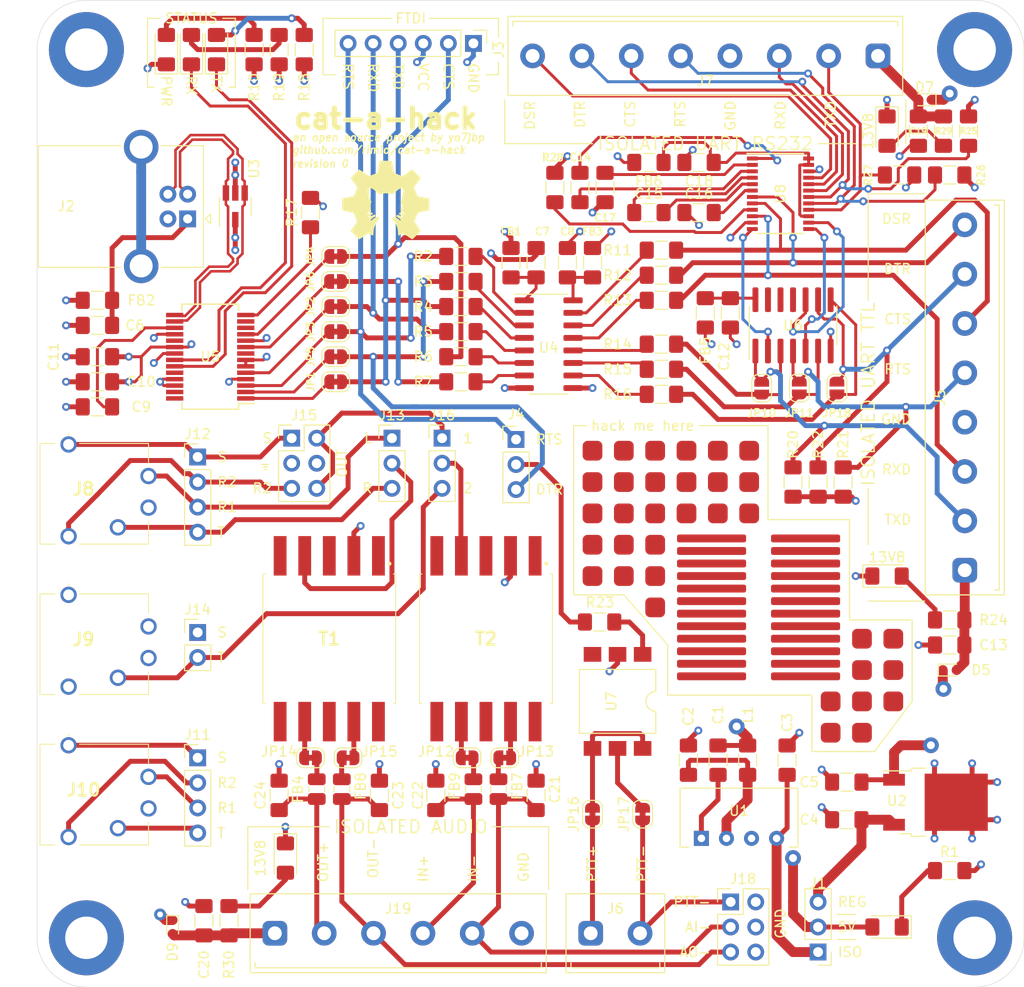
<source format=kicad_pcb>
(kicad_pcb (version 20171130) (host pcbnew "(5.1.5)-3")
  (title_block (title cat-a-hack) (rev 0) (company YO7JBP))
  (layers (0 F.Cu signal) (1 In1.Cu power hide) (2 In2.Cu power hide) (31 B.Cu signal) (35 F.Paste user) (36 B.SilkS user) (37 F.SilkS user) (39 F.Mask user) (44 Edge.Cuts user))
  (net 0 "")
  (net 1 VCC)
  (net 2 GND)
  (net 3 "Net-(C2-Pad2)")
  (net 4 XCVR_GND)
  (net 5 "Net-(C3-Pad2)")
  (net 6 "Net-(C4-Pad1)")
  (net 7 XCVR_13V8)
  (net 8 "Net-(C6-Pad1)")
  (net 9 "Net-(C7-Pad2)")
  (net 10 "Net-(C8-Pad1)")
  (net 11 "Net-(C9-Pad1)")
  (net 12 "Net-(C12-Pad2)")
  (net 13 "Net-(C13-Pad1)")
  (net 14 "Net-(C14-Pad2)")
  (net 15 "Net-(C14-Pad1)")
  (net 16 "Net-(C15-Pad1)")
  (net 17 "Net-(C15-Pad2)")
  (net 18 "Net-(C16-Pad1)")
  (net 19 "Net-(C17-Pad1)")
  (net 20 "Net-(C18-Pad2)")
  (net 21 "Net-(C19-Pad1)")
  (net 22 "Net-(C20-Pad1)")
  (net 23 "Net-(D2-Pad2)")
  (net 24 "Net-(D3-Pad2)")
  (net 25 TXLED)
  (net 26 RXLED)
  (net 27 "Net-(D4-Pad2)")
  (net 28 "Net-(D6-Pad2)")
  (net 29 "Net-(D8-Pad2)")
  (net 30 "Net-(D10-Pad2)")
  (net 31 XCVR_5V)
  (net 32 USB_D+)
  (net 33 USB_D-)
  (net 34 "Net-(J2-Pad5)")
  (net 35 /data/CTS)
  (net 36 /data/TXD)
  (net 37 /data/RXD)
  (net 38 /data/RTS)
  (net 39 /data/DTR)
  (net 40 "Net-(J4-Pad2)")
  (net 41 /data/XCVR_TXD_CON)
  (net 42 /data/XCVR_RTS_CON)
  (net 43 /data/XCVR_DTR_CON)
  (net 44 "Net-(J6-Pad1)")
  (net 45 XCVR_PTT-)
  (net 46 /data/rs232/RS232_DSR)
  (net 47 /data/rs232/RS232_DTR)
  (net 48 /data/rs232/RS232_CTS)
  (net 49 /data/rs232/RS232_RTS)
  (net 50 /data/rs232/RS232_RXD)
  (net 51 /data/rs232/RS232_TXD)
  (net 52 "Net-(J10-PadS)")
  (net 53 "Net-(J10-PadR2)")
  (net 54 "Net-(J10-PadR1)")
  (net 55 "Net-(J10-PadT)")
  (net 56 "Net-(J12-Pad4)")
  (net 57 "Net-(J12-Pad3)")
  (net 58 "Net-(J12-Pad2)")
  (net 59 "Net-(J12-Pad1)")
  (net 60 PC_AUDIO_GND)
  (net 61 "Net-(J15-Pad4)")
  (net 62 /data/DSR)
  (net 63 /audio/AUDIO_IN)
  (net 64 /audio/AUDIO_OUT)
  (net 65 /audio/XCVR_AUDIO_IN+)
  (net 66 /audio/XCVR_AUDIO_IN-)
  (net 67 /audio/XCVR_AUDIO_OUT+)
  (net 68 /audio/XCVR_AUDIO_OUT-)
  (net 69 "Net-(JP16-Pad1)")
  (net 70 "Net-(JP17-Pad1)")
  (net 71 "Net-(R2-Pad1)")
  (net 72 "Net-(R3-Pad1)")
  (net 73 "Net-(R4-Pad1)")
  (net 74 "Net-(R5-Pad1)")
  (net 75 "Net-(R6-Pad1)")
  (net 76 "Net-(R7-Pad1)")
  (net 77 "Net-(R11-Pad2)")
  (net 78 "Net-(R12-Pad2)")
  (net 79 "Net-(R13-Pad2)")
  (net 80 /data/XCVR_TXD)
  (net 81 "Net-(R14-Pad2)")
  (net 82 "Net-(R15-Pad2)")
  (net 83 /data/XCVR_RTS)
  (net 84 /data/XCVR_DTR)
  (net 85 "Net-(R16-Pad2)")
  (net 86 "Net-(R17-Pad2)")
  (net 87 "Net-(R23-Pad1)")
  (net 88 "Net-(R28-Pad2)")
  (net 89 "Net-(T1-Pad10)")
  (net 90 "Net-(T1-Pad8)")
  (net 91 "Net-(T1-Pad6)")
  (net 92 "Net-(T1-Pad5)")
  (net 93 "Net-(T1-Pad3)")
  (net 94 "Net-(T1-Pad1)")
  (net 95 "Net-(T2-Pad1)")
  (net 96 "Net-(T2-Pad3)")
  (net 97 "Net-(T2-Pad5)")
  (net 98 "Net-(T2-Pad6)")
  (net 99 "Net-(T2-Pad8)")
  (net 100 "Net-(T2-Pad10)")
  (net 101 "Net-(U3-Pad1)")
  (net 102 "Net-(U3-Pad3)")
  (net 103 "Net-(U5-Pad12)")
  (net 104 "Net-(U5-Pad13)")
  (net 105 "Net-(U5-Pad19)")
  (net 106 "Net-(U5-Pad27)")
  (net 107 "Net-(U5-Pad28)")
  (net 108 "Net-(U6-Pad11)")
  (net 109 "Net-(U6-Pad12)")
  (net 110 "Net-(U6-Pad13)")
  (net 111 "Net-(U7-Pad3)")
  (net 112 "Net-(J9-PadR2)")
  (net 113 "Net-(J9-PadR1)")
  (net 114 "Net-(J15-Pad2)")
  (net 115 "Net-(D1-Pad1)")
  (net 116 "Net-(J14-Pad2)")
  (net 117 XCVR_TXD_DRV)
  (net 118 XCVR_RTS_DRV)
  (net 119 XCVR_DTR_DRV)
  (net 120 "Net-(JP1-Pad1)")
  (net 121 "Net-(JP2-Pad1)")
  (net 122 "Net-(JP3-Pad1)")
  (net 123 "Net-(JP4-Pad1)")
  (net 124 "Net-(JP5-Pad1)")
  (net 125 "Net-(JP6-Pad1)")
  (net 126 XCVR_RXD)
  (net 127 XCVR_CTS)
  (net 128 XCVR_DSR)
  (net 129 "Net-(C21-Pad1)")
  (net 130 "Net-(C22-Pad1)")
  (net 131 "Net-(C23-Pad1)")
  (net 132 "Net-(C24-Pad1)")
  (net 133 "Net-(FB4-Pad2)")
  (net 134 "Net-(FB7-Pad2)")
  (net 135 "Net-(FB8-Pad2)")
  (net 136 "Net-(FB9-Pad2)")
  (module custom:Generic_Pad_SOP_7x0.8mm (layer F.Cu) (at 93.345 103.505)
    (fp_text reference REF** hide)
    (fp_text value Generic_Pad_SOP_7x0.8mm)
    (pad 1 smd roundrect (at 0 0) (size 7 0.8) (layers F.Cu F.Paste F.Mask))
  )
  (module custom:Generic_Pad_SOP_7x0.8mm (layer F.Cu) (at 102.87 103.505)
    (fp_text reference REF** hide)
    (fp_text value Generic_Pad_SOP_7x0.8mm)
    (pad 1 smd roundrect (at 0 0) (size 7 0.8) (layers F.Cu F.Paste F.Mask))
  )
  (module custom:Generic_Pad_SOP_7x0.8mm (layer F.Cu) (at 93.345 102.235)
    (fp_text reference REF** hide)
    (fp_text value Generic_Pad_SOP_7x0.8mm)
    (pad 1 smd roundrect (at 0 0) (size 7 0.8) (layers F.Cu F.Paste F.Mask))
  )
  (module custom:Generic_Pad_SOP_7x0.8mm (layer F.Cu) (at 102.87 102.235)
    (fp_text reference REF** hide)
    (fp_text value Generic_Pad_SOP_7x0.8mm)
    (pad 1 smd roundrect (at 0 0) (size 7 0.8) (layers F.Cu F.Paste F.Mask))
  )
  (module custom:Generic_Pad_SOP_7x0.8mm (layer F.Cu) (at 93.345 100.965)
    (fp_text reference REF** hide)
    (fp_text value Generic_Pad_SOP_7x0.8mm)
    (pad 1 smd roundrect (at 0 0) (size 7 0.8) (layers F.Cu F.Paste F.Mask))
  )
  (module custom:Generic_Pad_SOP_7x0.8mm (layer F.Cu) (at 102.87 100.965)
    (fp_text reference REF** hide)
    (fp_text value Generic_Pad_SOP_7x0.8mm)
    (pad 1 smd roundrect (at 0 0) (size 7 0.8) (layers F.Cu F.Paste F.Mask))
  )
  (module custom:Generic_Pad_SOP_7x0.8mm (layer F.Cu) (at 93.345 99.695)
    (fp_text reference REF** hide)
    (fp_text value Generic_Pad_SOP_7x0.8mm)
    (pad 1 smd roundrect (at 0 0) (size 7 0.8) (layers F.Cu F.Paste F.Mask))
  )
  (module custom:Generic_Pad_SOP_7x0.8mm (layer F.Cu) (at 102.87 99.695)
    (fp_text reference REF** hide)
    (fp_text value Generic_Pad_SOP_7x0.8mm)
    (pad 1 smd roundrect (at 0 0) (size 7 0.8) (layers F.Cu F.Paste F.Mask))
  )
  (module custom:Generic_Pad_SOP_7x0.8mm (layer F.Cu) (at 93.345 98.425)
    (fp_text reference REF** hide)
    (fp_text value Generic_Pad_SOP_7x0.8mm)
    (pad 1 smd roundrect (at 0 0) (size 7 0.8) (layers F.Cu F.Paste F.Mask))
  )
  (module custom:Generic_Pad_SOP_7x0.8mm (layer F.Cu) (at 102.87 98.425)
    (fp_text reference REF** hide)
    (fp_text value Generic_Pad_SOP_7x0.8mm)
    (pad 1 smd roundrect (at 0 0) (size 7 0.8) (layers F.Cu F.Paste F.Mask))
  )
  (module custom:Generic_Pad_SOP_7x0.8mm (layer F.Cu) (at 93.345 97.155)
    (fp_text reference REF** hide)
    (fp_text value Generic_Pad_SOP_7x0.8mm)
    (pad 1 smd roundrect (at 0 0) (size 7 0.8) (layers F.Cu F.Paste F.Mask))
  )
  (module custom:Generic_Pad_SOP_7x0.8mm (layer F.Cu) (at 102.87 97.155)
    (fp_text reference REF** hide)
    (fp_text value Generic_Pad_SOP_7x0.8mm)
    (pad 1 smd roundrect (at 0 0) (size 7 0.8) (layers F.Cu F.Paste F.Mask))
  )
  (module custom:Generic_Pad_SOP_7x0.8mm (layer F.Cu) (at 93.345 95.885)
    (fp_text reference REF** hide)
    (fp_text value Generic_Pad_SOP_7x0.8mm)
    (pad 1 smd roundrect (at 0 0) (size 7 0.8) (layers F.Cu F.Paste F.Mask))
  )
  (module custom:Generic_Pad_SOP_7x0.8mm (layer F.Cu) (at 102.87 95.885)
    (fp_text reference REF** hide)
    (fp_text value Generic_Pad_SOP_7x0.8mm)
    (pad 1 smd roundrect (at 0 0) (size 7 0.8) (layers F.Cu F.Paste F.Mask))
  )
  (module custom:Generic_Pad_SOP_7x0.8mm (layer F.Cu) (at 93.345 94.615)
    (fp_text reference REF** hide)
    (fp_text value Generic_Pad_SOP_7x0.8mm)
    (pad 1 smd roundrect (at 0 0) (size 7 0.8) (layers F.Cu F.Paste F.Mask))
  )
  (module custom:Generic_Pad_SOP_7x0.8mm (layer F.Cu) (at 102.87 94.615)
    (fp_text reference REF** hide)
    (fp_text value Generic_Pad_SOP_7x0.8mm)
    (pad 1 smd roundrect (at 0 0) (size 7 0.8) (layers F.Cu F.Paste F.Mask))
  )
  (module custom:Generic_Pad_SOP_7x0.8mm (layer F.Cu) (at 93.345 93.345)
    (fp_text reference REF** hide)
    (fp_text value Generic_Pad_SOP_7x0.8mm)
    (pad 1 smd roundrect (at 0 0) (size 7 0.8) (layers F.Cu F.Paste F.Mask))
  )
  (module custom:Generic_Pad_SOP_7x0.8mm (layer F.Cu) (at 102.87 93.345)
    (fp_text reference REF** hide)
    (fp_text value Generic_Pad_SOP_7x0.8mm)
    (pad 1 smd roundrect (at 0 0) (size 7 0.8) (layers F.Cu F.Paste F.Mask))
  )
  (module custom:Generic_Pad_SOP_7x0.8mm (layer F.Cu) (at 93.345 92.075)
    (fp_text reference REF** hide)
    (fp_text value Generic_Pad_SOP_7x0.8mm)
    (pad 1 smd roundrect (at 0 0) (size 7 0.8) (layers F.Cu F.Paste F.Mask))
  )
  (module custom:Generic_Pad_SOP_7x0.8mm (layer F.Cu) (at 102.87 92.075)
    (fp_text reference REF** hide)
    (fp_text value Generic_Pad_SOP_7x0.8mm)
    (pad 1 smd roundrect (at 0 0) (size 7 0.8) (layers F.Cu F.Paste F.Mask))
  )
  (module custom:Generic_Pad_SOP_7x0.8mm (layer F.Cu) (at 93.345 90.805)
    (fp_text reference REF** hide)
    (fp_text value Generic_Pad_SOP_7x0.8mm)
    (pad 1 smd roundrect (at 0 0) (size 7 0.8) (layers F.Cu F.Paste F.Mask))
  )
  (module custom:Generic_Pad_SOP_7x0.8mm (layer F.Cu) (at 102.87 90.805)
    (fp_text reference REF** hide)
    (fp_text value Generic_Pad_SOP_7x0.8mm)
    (pad 1 smd roundrect (at 0 0) (size 7 0.8) (layers F.Cu F.Paste F.Mask))
  )
  (module custom:Generic_Pad_SOP_7x0.8mm (layer F.Cu) (at 102.87 89.535)
    (fp_text reference REF** hide)
    (fp_text value Generic_Pad_SOP_7x0.8mm)
    (pad 1 smd roundrect (at 0 0) (size 7 0.8) (layers F.Cu F.Paste F.Mask))
  )
  (module custom:Generic_Pad_SOP_7x0.8mm (layer F.Cu) (at 93.345 89.535)
    (fp_text reference REF** hide)
    (fp_text value Generic_Pad_SOP_7x0.8mm)
    (pad 1 smd roundrect (at 0 0) (size 7 0.8) (layers F.Cu F.Paste F.Mask))
  )
  (module custom:Generic_Pad_2mm (layer F.Cu) (at 105.41 106.045)
    (fp_text reference REF** hide)
    (fp_text value Generic_Pad_2mm hide)
    (pad 1 smd roundrect (at 0 0) (size 2 2) (layers F.Cu F.Paste F.Mask))
  )
  (module custom:Generic_Pad_2mm (layer F.Cu) (at 87.63 96.52)
    (fp_text reference REF** hide)
    (fp_text value Generic_Pad_2mm hide)
    (pad 1 smd roundrect (at 0 0) (size 2 2) (layers F.Cu F.Paste F.Mask))
  )
  (module custom:Generic_Pad_2mm (layer F.Cu) (at 108.585 102.87)
    (fp_text reference REF** hide)
    (fp_text value Generic_Pad_2mm hide)
    (pad 1 smd roundrect (at 0 0) (size 2 2) (layers F.Cu F.Paste F.Mask))
  )
  (module custom:Generic_Pad_2mm (layer F.Cu) (at 108.585 106.045)
    (fp_text reference REF** hide)
    (fp_text value Generic_Pad_2mm hide)
    (pad 1 smd roundrect (at 0 0) (size 2 2) (layers F.Cu F.Paste F.Mask))
  )
  (module custom:Generic_Pad_2mm (layer F.Cu) (at 108.585 99.695)
    (fp_text reference REF** hide)
    (fp_text value Generic_Pad_2mm hide)
    (pad 1 smd roundrect (at 0 0) (size 2 2) (layers F.Cu F.Paste F.Mask))
  )
  (module custom:Generic_Pad_2mm (layer F.Cu) (at 111.76 99.695)
    (fp_text reference REF** hide)
    (fp_text value Generic_Pad_2mm hide)
    (pad 1 smd roundrect (at 0 0) (size 2 2) (layers F.Cu F.Paste F.Mask))
  )
  (module custom:Generic_Pad_2mm (layer F.Cu) (at 105.41 109.22)
    (fp_text reference REF** hide)
    (fp_text value Generic_Pad_2mm hide)
    (pad 1 smd roundrect (at 0 0) (size 2 2) (layers F.Cu F.Paste F.Mask))
  )
  (module custom:Generic_Pad_2mm (layer F.Cu) (at 111.76 106.045)
    (fp_text reference REF** hide)
    (fp_text value Generic_Pad_2mm hide)
    (pad 1 smd roundrect (at 0 0) (size 2 2) (layers F.Cu F.Paste F.Mask))
  )
  (module custom:Generic_Pad_2mm (layer F.Cu) (at 111.76 102.87)
    (fp_text reference REF** hide)
    (fp_text value Generic_Pad_2mm hide)
    (pad 1 smd roundrect (at 0 0) (size 2 2) (layers F.Cu F.Paste F.Mask))
  )
  (module custom:Generic_Pad_2mm (layer F.Cu) (at 108.585 109.22)
    (fp_text reference REF** hide)
    (fp_text value Generic_Pad_2mm hide)
    (pad 1 smd roundrect (at 0 0) (size 2 2) (layers F.Cu F.Paste F.Mask))
  )
  (module custom:Generic_Pad_2mm (layer F.Cu) (at 81.28 90.17)
    (fp_text reference REF** hide)
    (fp_text value Generic_Pad_2mm hide)
    (pad 1 smd roundrect (at 0 0) (size 2 2) (layers F.Cu F.Paste F.Mask))
  )
  (module custom:Generic_Pad_2mm (layer F.Cu) (at 87.63 93.345)
    (fp_text reference REF** hide)
    (fp_text value Generic_Pad_2mm hide)
    (pad 1 smd roundrect (at 0 0) (size 2 2) (layers F.Cu F.Paste F.Mask))
  )
  (module custom:Generic_Pad_2mm (layer F.Cu) (at 87.63 90.17)
    (fp_text reference REF** hide)
    (fp_text value Generic_Pad_2mm hide)
    (pad 1 smd roundrect (at 0 0) (size 2 2) (layers F.Cu F.Paste F.Mask))
  )
  (module custom:Generic_Pad_2mm (layer F.Cu) (at 84.455 90.17)
    (fp_text reference REF** hide)
    (fp_text value Generic_Pad_2mm hide)
    (pad 1 smd roundrect (at 0 0) (size 2 2) (layers F.Cu F.Paste F.Mask))
  )
  (module custom:Generic_Pad_2mm (layer F.Cu) (at 84.455 93.345)
    (fp_text reference REF** hide)
    (fp_text value Generic_Pad_2mm hide)
    (pad 1 smd roundrect (at 0 0) (size 2 2) (layers F.Cu F.Paste F.Mask))
  )
  (module custom:Generic_Pad_2mm (layer F.Cu) (at 81.28 93.345)
    (fp_text reference REF** hide)
    (fp_text value Generic_Pad_2mm hide)
    (pad 1 smd roundrect (at 0 0) (size 2 2) (layers F.Cu F.Paste F.Mask))
  )
  (module custom:Generic_Pad_2mm (layer F.Cu) (at 81.28 86.995)
    (fp_text reference REF** hide)
    (fp_text value Generic_Pad_2mm hide)
    (pad 1 smd roundrect (at 0 0) (size 2 2) (layers F.Cu F.Paste F.Mask))
  )
  (module custom:Generic_Pad_2mm (layer F.Cu) (at 97.155 86.995)
    (fp_text reference REF** hide)
    (fp_text value Generic_Pad_2mm hide)
    (pad 1 smd roundrect (at 0 0) (size 2 2) (layers F.Cu F.Paste F.Mask))
  )
  (module custom:Generic_Pad_2mm (layer F.Cu) (at 87.63 86.995)
    (fp_text reference REF** hide)
    (fp_text value Generic_Pad_2mm hide)
    (pad 1 smd roundrect (at 0 0) (size 2 2) (layers F.Cu F.Paste F.Mask))
  )
  (module custom:Generic_Pad_2mm (layer F.Cu) (at 84.455 86.995)
    (fp_text reference REF** hide)
    (fp_text value Generic_Pad_2mm hide)
    (pad 1 smd roundrect (at 0 0) (size 2 2) (layers F.Cu F.Paste F.Mask))
  )
  (module custom:Generic_Pad_2mm (layer F.Cu) (at 93.98 86.995)
    (fp_text reference REF** hide)
    (fp_text value Generic_Pad_2mm hide)
    (pad 1 smd roundrect (at 0 0) (size 2 2) (layers F.Cu F.Paste F.Mask))
  )
  (module custom:Generic_Pad_2mm (layer F.Cu) (at 90.805 86.995)
    (fp_text reference REF** hide)
    (fp_text value Generic_Pad_2mm hide)
    (pad 1 smd roundrect (at 0 0) (size 2 2) (layers F.Cu F.Paste F.Mask))
  )
  (module custom:Generic_Pad_2mm (layer F.Cu) (at 81.28 83.82)
    (fp_text reference REF** hide)
    (fp_text value Generic_Pad_2mm hide)
    (pad 1 smd roundrect (at 0 0) (size 2 2) (layers F.Cu F.Paste F.Mask))
  )
  (module custom:Generic_Pad_2mm (layer F.Cu) (at 97.155 83.82)
    (fp_text reference REF** hide)
    (fp_text value Generic_Pad_2mm hide)
    (pad 1 smd roundrect (at 0 0) (size 2 2) (layers F.Cu F.Paste F.Mask))
  )
  (module custom:Generic_Pad_2mm (layer F.Cu) (at 87.63 83.82)
    (fp_text reference REF** hide)
    (fp_text value Generic_Pad_2mm hide)
    (pad 1 smd roundrect (at 0 0) (size 2 2) (layers F.Cu F.Paste F.Mask))
  )
  (module custom:Generic_Pad_2mm (layer F.Cu) (at 84.455 83.82)
    (fp_text reference REF** hide)
    (fp_text value Generic_Pad_2mm hide)
    (pad 1 smd roundrect (at 0 0) (size 2 2) (layers F.Cu F.Paste F.Mask))
  )
  (module custom:Generic_Pad_2mm (layer F.Cu) (at 93.98 83.82)
    (fp_text reference REF** hide)
    (fp_text value Generic_Pad_2mm hide)
    (pad 1 smd roundrect (at 0 0) (size 2 2) (layers F.Cu F.Paste F.Mask))
  )
  (module custom:Generic_Pad_2mm (layer F.Cu) (at 90.805 83.82)
    (fp_text reference REF** hide)
    (fp_text value Generic_Pad_2mm hide)
    (pad 1 smd roundrect (at 0 0) (size 2 2) (layers F.Cu F.Paste F.Mask))
  )
  (module custom:Generic_Pad_2mm (layer F.Cu) (at 97.155 80.645)
    (fp_text reference REF** hide)
    (fp_text value Generic_Pad_2mm hide)
    (pad 1 smd roundrect (at 0 0) (size 2 2) (layers F.Cu F.Paste F.Mask))
  )
  (module custom:Generic_Pad_2mm (layer F.Cu) (at 93.98 80.645)
    (fp_text reference REF** hide)
    (fp_text value Generic_Pad_2mm hide)
    (pad 1 smd roundrect (at 0 0) (size 2 2) (layers F.Cu F.Paste F.Mask))
  )
  (module custom:Generic_Pad_2mm (layer F.Cu) (at 90.805 80.645)
    (fp_text reference REF** hide)
    (fp_text value Generic_Pad_2mm hide)
    (pad 1 smd roundrect (at 0 0) (size 2 2) (layers F.Cu F.Paste F.Mask))
  )
  (module custom:Generic_Pad_2mm (layer F.Cu) (at 87.63 80.645)
    (fp_text reference REF** hide)
    (fp_text value Generic_Pad_2mm hide)
    (pad 1 smd roundrect (at 0 0) (size 2 2) (layers F.Cu F.Paste F.Mask))
  )
  (module custom:Generic_Pad_2mm (layer F.Cu) (at 84.455 80.645)
    (fp_text reference REF** hide)
    (fp_text value Generic_Pad_2mm hide)
    (pad 1 smd roundrect (at 0 0) (size 2 2) (layers F.Cu F.Paste F.Mask))
  )
  (module custom:Generic_Pad_2mm (layer F.Cu) (at 81.28 80.645)
    (fp_text reference REF** hide)
    (fp_text value Generic_Pad_2mm hide)
    (pad 1 smd roundrect (at 0 0) (size 2 2) (layers F.Cu F.Paste F.Mask))
  )
  (module logo:logo (layer F.Cu) (at 60.325 55.245)
    (fp_text reference G*** hide)
    (fp_text value LOGO hide)
  )
  (module custom:TB003-500-P06BE (layer F.Cu) (at 61.595 129.54)
    (fp_text reference J19 (at 0 -2.5) (layer F.SilkS))
    (fp_text value XCVR_Audio)
    (pad 1 thru_hole roundrect (at -12.5 0) (size 2.5 2.5) (drill 1.4) (layers *.Cu *.Mask) (net 22 "Net-(C20-Pad1)"))
    (pad 2 thru_hole circle (at -7.5 0) (size 2.5 2.5) (drill 1.4) (layers *.Cu *.Mask) (net 132 "Net-(C24-Pad1)"))
    (pad 3 thru_hole circle (at -2.5 0) (size 2.5 2.5) (drill 1.4) (layers *.Cu *.Mask) (net 131 "Net-(C23-Pad1)"))
    (pad 4 thru_hole circle (at 2.5 0) (size 2.5 2.5) (drill 1.4) (layers *.Cu *.Mask) (net 130 "Net-(C22-Pad1)"))
    (pad 5 thru_hole circle (at 7.5 0) (size 2.5 2.5) (drill 1.4) (layers *.Cu *.Mask) (net 129 "Net-(C21-Pad1)"))
    (pad 6 thru_hole circle (at 12.5 0) (size 2.5 2.5) (drill 1.4) (layers *.Cu *.Mask) (net 4 XCVR_GND))
  )
  (module Capacitor_SMD:C_1206_3216Metric_Pad1.42x1.75mm_HandSolder (layer F.Cu) (at 75.565 115.57 90)
    (fp_text reference C21 (at 0.635 1.905 270) (layer F.SilkS))
    (fp_text value 27n)
    (pad 2 smd roundrect (at 1.4875 0 90) (size 1.425 1.75) (layers F.Cu F.Paste F.Mask) (roundrect_rratio 0.175439) (net 4 XCVR_GND))
    (pad 1 smd roundrect (at -1.4875 0 90) (size 1.425 1.75) (layers F.Cu F.Paste F.Mask) (roundrect_rratio 0.175439) (net 129 "Net-(C21-Pad1)"))
  )
  (module custom:NFZ2MSD101SZ10L_0806_Handsolder (layer F.Cu) (at 71.755 114.935 90)
    (fp_text reference FB7 (at 0.3 1.905 90) (layer F.SilkS))
    (fp_text value NFZ2MSD101SZ10L)
    (pad 2 smd roundrect (at 1 0 90) (size 1.2 1.8) (layers F.Cu F.Paste F.Mask) (net 134 "Net-(FB7-Pad2)"))
    (pad 1 smd roundrect (at -1 0 90) (size 1.2 1.8) (layers F.Cu F.Paste F.Mask) (net 129 "Net-(C21-Pad1)"))
  )
  (module Inductor_SMD:L_1206_3216Metric_Pad1.42x1.75mm_HandSolder (layer F.Cu) (at 73.025 61.595 270)
    (fp_text reference FB1 (at -3.175 0) (layer F.SilkS) (effects (font (size 0.75 0.75))))
    (fp_text value BLM31KN102SH1L)
    (pad 2 smd roundrect (at 1.4875 0 270) (size 1.425 1.75) (layers F.Cu F.Paste F.Mask) (roundrect_rratio 0.175439) (net 9 "Net-(C7-Pad2)"))
    (pad 1 smd roundrect (at -1.4875 0 270) (size 1.425 1.75) (layers F.Cu F.Paste F.Mask) (roundrect_rratio 0.175439) (net 1 VCC))
  )
  (module Inductor_SMD:L_1206_3216Metric_Pad1.42x1.75mm_HandSolder (layer F.Cu) (at 31.115 65.405)
    (fp_text reference FB2 (at 4.445 0 180) (layer F.SilkS))
    (fp_text value BLM31KN102SH1L)
    (pad 2 smd roundrect (at 1.4875 0) (size 1.425 1.75) (layers F.Cu F.Paste F.Mask) (roundrect_rratio 0.175439) (net 8 "Net-(C6-Pad1)"))
    (pad 1 smd roundrect (at -1.4875 0) (size 1.425 1.75) (layers F.Cu F.Paste F.Mask) (roundrect_rratio 0.175439) (net 1 VCC))
  )
  (module Inductor_SMD:L_1206_3216Metric_Pad1.42x1.75mm_HandSolder (layer F.Cu) (at 81.28 61.595 90)
    (fp_text reference FB3 (at 3.175 0) (layer F.SilkS) (effects (font (size 0.75 0.75))))
    (fp_text value BLM31KN102SH1L)
    (pad 2 smd roundrect (at 1.4875 0 90) (size 1.425 1.75) (layers F.Cu F.Paste F.Mask) (roundrect_rratio 0.175439) (net 31 XCVR_5V))
    (pad 1 smd roundrect (at -1.4875 0 90) (size 1.425 1.75) (layers F.Cu F.Paste F.Mask) (roundrect_rratio 0.175439) (net 10 "Net-(C8-Pad1)"))
  )
  (module Inductor_SMD:L_1206_3216Metric_Pad1.42x1.75mm_HandSolder (layer F.Cu) (at 92.71 66.675 90)
    (fp_text reference FB5 (at -3.81 0 90) (layer F.SilkS))
    (fp_text value BLM31KN102SH1L)
    (pad 2 smd roundrect (at 1.4875 0 90) (size 1.425 1.75) (layers F.Cu F.Paste F.Mask) (roundrect_rratio 0.175439) (net 12 "Net-(C12-Pad2)"))
    (pad 1 smd roundrect (at -1.4875 0 90) (size 1.425 1.75) (layers F.Cu F.Paste F.Mask) (roundrect_rratio 0.175439) (net 31 XCVR_5V))
  )
  (module Inductor_SMD:L_1206_3216Metric_Pad1.42x1.75mm_HandSolder (layer F.Cu) (at 86.995 51.435 180)
    (fp_text reference FB6 (at 0 -1.905 180) (layer F.SilkS))
    (fp_text value BLM31KN102SH1L)
    (pad 2 smd roundrect (at 1.4875 0 180) (size 1.425 1.75) (layers F.Cu F.Paste F.Mask) (roundrect_rratio 0.175439) (net 31 XCVR_5V))
    (pad 1 smd roundrect (at -1.4875 0 180) (size 1.425 1.75) (layers F.Cu F.Paste F.Mask) (roundrect_rratio 0.175439) (net 20 "Net-(C18-Pad2)"))
  )
  (module custom:NFZ2MSD101SZ10L_0806_Handsolder (layer F.Cu) (at 53.34 114.935 90)
    (fp_text reference FB4 (at 0 -1.905 270) (layer F.SilkS))
    (fp_text value NFZ2MSD101SZ10L)
    (pad 2 smd roundrect (at 1 0 90) (size 1.2 1.8) (layers F.Cu F.Paste F.Mask) (net 133 "Net-(FB4-Pad2)"))
    (pad 1 smd roundrect (at -1 0 90) (size 1.2 1.8) (layers F.Cu F.Paste F.Mask) (net 132 "Net-(C24-Pad1)"))
  )
  (module custom:NFZ2MSD101SZ10L_0806_Handsolder (layer F.Cu) (at 55.88 114.935 90)
    (fp_text reference FB8 (at 0.3 1.905 270) (layer F.SilkS))
    (fp_text value NFZ2MSD101SZ10L)
    (pad 2 smd roundrect (at 1 0 90) (size 1.2 1.8) (layers F.Cu F.Paste F.Mask) (net 135 "Net-(FB8-Pad2)"))
    (pad 1 smd roundrect (at -1 0 90) (size 1.2 1.8) (layers F.Cu F.Paste F.Mask) (net 131 "Net-(C23-Pad1)"))
  )
  (module custom:NFZ2MSD101SZ10L_0806_Handsolder (layer F.Cu) (at 69.215 114.935 90)
    (fp_text reference FB9 (at 0.3 -1.905 90) (layer F.SilkS))
    (fp_text value NFZ2MSD101SZ10L)
    (pad 2 smd roundrect (at 1 0 90) (size 1.2 1.8) (layers F.Cu F.Paste F.Mask) (net 136 "Net-(FB9-Pad2)"))
    (pad 1 smd roundrect (at -1 0 90) (size 1.2 1.8) (layers F.Cu F.Paste F.Mask) (net 130 "Net-(C22-Pad1)"))
  )
  (module MountingHole:MountingHole_4.3mm_M4_ISO7380_Pad (layer F.Cu) (at 120 130)
    (fp_text reference H4 hide)
    (fp_text value MountingHole)
    (pad 1 thru_hole circle (at 0 0) (size 7.6 7.6) (drill 4.3) (layers *.Cu *.Mask))
  )
  (module MountingHole:MountingHole_4.3mm_M4_ISO7380_Pad (layer F.Cu) (at 120 40)
    (fp_text reference H3 hide)
    (fp_text value MountingHole)
    (pad 1 thru_hole circle (at 0 0) (size 7.6 7.6) (drill 4.3) (layers *.Cu *.Mask))
  )
  (module MountingHole:MountingHole_4.3mm_M4_ISO7380_Pad (layer F.Cu) (at 30 130)
    (fp_text reference H2 hide)
    (fp_text value MountingHole)
    (pad 1 thru_hole circle (at 0 0) (size 7.6 7.6) (drill 4.3) (layers *.Cu *.Mask))
  )
  (module MountingHole:MountingHole_4.3mm_M4_ISO7380_Pad (layer F.Cu) (at 30 40)
    (fp_text reference H1 hide)
    (fp_text value MountingHole)
    (pad 1 thru_hole circle (at 0 0) (size 7.6 7.6) (drill 4.3) (layers *.Cu *.Mask))
  )
  (module Connector_PinHeader_2.54mm:PinHeader_2x03_P2.54mm_Vertical (layer F.Cu) (at 50.8 79.375)
    (fp_text reference J15 (at 1.27 -2.33) (layer F.SilkS))
    (fp_text value "CITA/OMTP choice")
    (pad 1 thru_hole rect (at 0 0) (size 1.7 1.7) (drill 1) (layers *.Cu *.Mask) (net 59 "Net-(J12-Pad1)"))
    (pad 2 thru_hole oval (at 2.54 0) (size 1.7 1.7) (drill 1) (layers *.Cu *.Mask) (net 114 "Net-(J15-Pad2)"))
    (pad 3 thru_hole oval (at 0 2.54) (size 1.7 1.7) (drill 1) (layers *.Cu *.Mask) (net 60 PC_AUDIO_GND))
    (pad 4 thru_hole oval (at 2.54 2.54) (size 1.7 1.7) (drill 1) (layers *.Cu *.Mask) (net 61 "Net-(J15-Pad4)"))
    (pad 5 thru_hole oval (at 0 5.08) (size 1.7 1.7) (drill 1) (layers *.Cu *.Mask) (net 58 "Net-(J12-Pad2)"))
    (pad 6 thru_hole oval (at 2.54 5.08) (size 1.7 1.7) (drill 1) (layers *.Cu *.Mask) (net 114 "Net-(J15-Pad2)"))
  )
  (module Package_DIP:SMDIP-6_W9.53mm_Clearance8mm (layer F.Cu) (at 83.82 106.045 270)
    (fp_text reference U7 (at 0 0.635 90) (layer F.SilkS))
    (fp_text value VOR1121B6T)
    (pad 1 smd rect (at -4.765 -2.54 270) (size 1.5 1.78) (layers F.Cu F.Paste F.Mask) (net 87 "Net-(R23-Pad1)"))
    (pad 4 smd rect (at 4.765 2.54 270) (size 1.5 1.78) (layers F.Cu F.Paste F.Mask) (net 69 "Net-(JP16-Pad1)"))
    (pad 2 smd rect (at -4.765 0 270) (size 1.5 1.78) (layers F.Cu F.Paste F.Mask) (net 2 GND))
    (pad 5 smd rect (at 4.765 0 270) (size 1.5 1.78) (layers F.Cu F.Paste F.Mask) (net 70 "Net-(JP17-Pad1)"))
    (pad 3 smd rect (at -4.765 2.54 270) (size 1.5 1.78) (layers F.Cu F.Paste F.Mask) (net 111 "Net-(U7-Pad3)"))
    (pad 6 smd rect (at 4.765 -2.54 270) (size 1.5 1.78) (layers F.Cu F.Paste F.Mask) (net 69 "Net-(JP16-Pad1)"))
  )
  (module custom:SIP-4_PQS075-S5-S5-S (layer F.Cu) (at 96.125 119.925)
    (fp_text reference U1 (at 0 -2.794) (layer F.SilkS))
    (fp_text value PQS075-S5-S5-S)
    (pad 1 thru_hole rect (at -3.81 0) (size 1.524 1.524) (drill 0.762) (layers *.Cu *.Mask) (net 2 GND))
    (pad 2 thru_hole circle (at -1.27 0) (size 1.524 1.524) (drill 0.762) (layers *.Cu *.Mask) (net 3 "Net-(C2-Pad2)"))
    (pad 3 thru_hole circle (at 1.27 0) (size 1.524 1.524) (drill 0.762) (layers *.Cu *.Mask) (net 4 XCVR_GND))
    (pad 4 thru_hole circle (at 3.81 0) (size 1.524 1.524) (drill 0.762) (layers *.Cu *.Mask) (net 5 "Net-(C3-Pad2)"))
  )
  (module custom:T6003NL_HandSolder (layer F.Cu) (at 54.61 99.695 180)
    (fp_text reference T1 (at 0 0) (layer F.SilkS) (effects (font (size 1.27 1.27) (thickness 0.254))))
    (fp_text value T6003NL hide)
    (pad 10 smd rect (at -4.98 -8.4 180) (size 1.3 4) (layers F.Cu F.Paste F.Mask) (net 89 "Net-(T1-Pad10)"))
    (pad 9 smd rect (at -2.49 -8.4 180) (size 1.3 4) (layers F.Cu F.Paste F.Mask) (net 68 /audio/XCVR_AUDIO_OUT-))
    (pad 8 smd rect (at 0 -8.4 180) (size 1.3 4) (layers F.Cu F.Paste F.Mask) (net 90 "Net-(T1-Pad8)"))
    (pad 7 smd rect (at 2.49 -8.4 180) (size 1.3 4) (layers F.Cu F.Paste F.Mask) (net 67 /audio/XCVR_AUDIO_OUT+))
    (pad 6 smd rect (at 4.98 -8.4 180) (size 1.3 4) (layers F.Cu F.Paste F.Mask) (net 91 "Net-(T1-Pad6)"))
    (pad 5 smd rect (at 4.98 8.4 180) (size 1.3 4) (layers F.Cu F.Paste F.Mask) (net 92 "Net-(T1-Pad5)"))
    (pad 4 smd rect (at 2.49 8.4 180) (size 1.3 4) (layers F.Cu F.Paste F.Mask) (net 63 /audio/AUDIO_IN))
    (pad 3 smd rect (at 0 8.4 180) (size 1.3 4) (layers F.Cu F.Paste F.Mask) (net 93 "Net-(T1-Pad3)"))
    (pad 2 smd rect (at -2.49 8.4 180) (size 1.3 4) (layers F.Cu F.Paste F.Mask) (net 60 PC_AUDIO_GND))
    (pad 1 smd rect (at -4.98 8.4 180) (size 1.3 4) (layers F.Cu F.Paste F.Mask) (net 94 "Net-(T1-Pad1)"))
  )
  (module Resistor_SMD:R_1206_3216Metric_Pad1.42x1.75mm_HandSolder (layer F.Cu) (at 44.45 128.27 90)
    (fp_text reference R30 (at -4.445 0 90) (layer F.SilkS))
    (fp_text value 2.2k)
    (pad 1 smd roundrect (at -1.4875 0 90) (size 1.425 1.75) (layers F.Cu F.Paste F.Mask) (roundrect_rratio 0.175439) (net 22 "Net-(C20-Pad1)"))
    (pad 2 smd roundrect (at 1.4875 0 90) (size 1.425 1.75) (layers F.Cu F.Paste F.Mask) (roundrect_rratio 0.175439) (net 30 "Net-(D10-Pad2)"))
  )
  (module Resistor_SMD:R_1206_3216Metric_Pad1.42x1.75mm_HandSolder (layer F.Cu) (at 116.84 48.26 270)
    (fp_text reference R29 (at 0 0 180) (layer F.SilkS) (effects (font (size 0.6 0.6))))
    (fp_text value 2.2k)
    (pad 1 smd roundrect (at -1.4875 0 270) (size 1.425 1.75) (layers F.Cu F.Paste F.Mask) (roundrect_rratio 0.175439) (net 21 "Net-(C19-Pad1)"))
    (pad 2 smd roundrect (at 1.4875 0 270) (size 1.425 1.75) (layers F.Cu F.Paste F.Mask) (roundrect_rratio 0.175439) (net 29 "Net-(D8-Pad2)"))
  )
  (module Resistor_SMD:R_1206_3216Metric_Pad1.42x1.75mm_HandSolder (layer F.Cu) (at 112.395 52.705)
    (fp_text reference R27 (at -3.175 0 270) (layer F.SilkS) (effects (font (size 0.75 0.75))))
    (fp_text value 1k)
    (pad 2 smd roundrect (at 1.4875 0) (size 1.425 1.75) (layers F.Cu F.Paste F.Mask) (roundrect_rratio 0.175439) (net 4 XCVR_GND))
    (pad 1 smd roundrect (at -1.4875 0) (size 1.425 1.75) (layers F.Cu F.Paste F.Mask) (roundrect_rratio 0.175439) (net 51 /data/rs232/RS232_TXD))
  )
  (module Resistor_SMD:R_1206_3216Metric_Pad1.42x1.75mm_HandSolder (layer F.Cu) (at 119.38 48.26 90)
    (fp_text reference R25 (at 0 0 180) (layer F.SilkS) (effects (font (size 0.6 0.6))))
    (fp_text value 1k)
    (pad 2 smd roundrect (at 1.4875 0 90) (size 1.425 1.75) (layers F.Cu F.Paste F.Mask) (roundrect_rratio 0.175439) (net 4 XCVR_GND))
    (pad 1 smd roundrect (at -1.4875 0 90) (size 1.425 1.75) (layers F.Cu F.Paste F.Mask) (roundrect_rratio 0.175439) (net 47 /data/rs232/RS232_DTR))
  )
  (module Resistor_SMD:R_1206_3216Metric_Pad1.42x1.75mm_HandSolder (layer F.Cu) (at 117.475 97.79 180)
    (fp_text reference R24 (at -4.445 0) (layer F.SilkS))
    (fp_text value 2.2k)
    (pad 1 smd roundrect (at -1.4875 0 180) (size 1.425 1.75) (layers F.Cu F.Paste F.Mask) (roundrect_rratio 0.175439) (net 13 "Net-(C13-Pad1)"))
    (pad 2 smd roundrect (at 1.4875 0 180) (size 1.425 1.75) (layers F.Cu F.Paste F.Mask) (roundrect_rratio 0.175439) (net 28 "Net-(D6-Pad2)"))
  )
  (module Resistor_SMD:R_1206_3216Metric_Pad1.42x1.75mm_HandSolder (layer F.Cu) (at 104.14 83.82 90)
    (fp_text reference R22 (at 3.81 0 270) (layer F.SilkS))
    (fp_text value 1k)
    (pad 2 smd roundrect (at 1.4875 0 90) (size 1.425 1.75) (layers F.Cu F.Paste F.Mask) (roundrect_rratio 0.175439) (net 43 /data/XCVR_DTR_CON))
    (pad 1 smd roundrect (at -1.4875 0 90) (size 1.425 1.75) (layers F.Cu F.Paste F.Mask) (roundrect_rratio 0.175439) (net 4 XCVR_GND))
  )
  (module Resistor_SMD:R_1206_3216Metric_Pad1.42x1.75mm_HandSolder (layer F.Cu) (at 106.68 83.82 90)
    (fp_text reference R21 (at 3.81 0 90) (layer F.SilkS))
    (fp_text value 1k)
    (pad 1 smd roundrect (at -1.4875 0 90) (size 1.425 1.75) (layers F.Cu F.Paste F.Mask) (roundrect_rratio 0.175439) (net 4 XCVR_GND))
    (pad 2 smd roundrect (at 1.4875 0 90) (size 1.425 1.75) (layers F.Cu F.Paste F.Mask) (roundrect_rratio 0.175439) (net 42 /data/XCVR_RTS_CON))
  )
  (module Resistor_SMD:R_1206_3216Metric_Pad1.42x1.75mm_HandSolder (layer F.Cu) (at 101.6 83.82 90)
    (fp_text reference R20 (at 3.81 0 90) (layer F.SilkS))
    (fp_text value 1k)
    (pad 2 smd roundrect (at 1.4875 0 90) (size 1.425 1.75) (layers F.Cu F.Paste F.Mask) (roundrect_rratio 0.175439) (net 41 /data/XCVR_TXD_CON))
    (pad 1 smd roundrect (at -1.4875 0 90) (size 1.425 1.75) (layers F.Cu F.Paste F.Mask) (roundrect_rratio 0.175439) (net 4 XCVR_GND))
  )
  (module Resistor_SMD:R_1206_3216Metric_Pad1.42x1.75mm_HandSolder (layer F.Cu) (at 49.53 40.005 90)
    (fp_text reference R19 (at -3.81 0 90) (layer F.SilkS))
    (fp_text value 470)
    (pad 1 smd roundrect (at -1.4875 0 90) (size 1.425 1.75) (layers F.Cu F.Paste F.Mask) (roundrect_rratio 0.175439) (net 1 VCC))
    (pad 2 smd roundrect (at 1.4875 0 90) (size 1.425 1.75) (layers F.Cu F.Paste F.Mask) (roundrect_rratio 0.175439) (net 27 "Net-(D4-Pad2)"))
  )
  (module Resistor_SMD:R_1206_3216Metric_Pad1.42x1.75mm_HandSolder (layer F.Cu) (at 52.07 40.005 90)
    (fp_text reference R18 (at -3.81 0 270) (layer F.SilkS))
    (fp_text value 560)
    (pad 1 smd roundrect (at -1.4875 0 90) (size 1.425 1.75) (layers F.Cu F.Paste F.Mask) (roundrect_rratio 0.175439) (net 1 VCC))
    (pad 2 smd roundrect (at 1.4875 0 90) (size 1.425 1.75) (layers F.Cu F.Paste F.Mask) (roundrect_rratio 0.175439) (net 24 "Net-(D3-Pad2)"))
  )
  (module Resistor_SMD:R_1206_3216Metric_Pad1.42x1.75mm_HandSolder (layer F.Cu) (at 46.99 40.005 90)
    (fp_text reference R10 (at -3.81 0 90) (layer F.SilkS))
    (fp_text value 470)
    (pad 1 smd roundrect (at -1.4875 0 90) (size 1.425 1.75) (layers F.Cu F.Paste F.Mask) (roundrect_rratio 0.175439) (net 1 VCC))
    (pad 2 smd roundrect (at 1.4875 0 90) (size 1.425 1.75) (layers F.Cu F.Paste F.Mask) (roundrect_rratio 0.175439) (net 23 "Net-(D2-Pad2)"))
  )
  (module Resistor_SMD:R_1206_3216Metric_Pad1.42x1.75mm_HandSolder (layer F.Cu) (at 117.475 123.19)
    (fp_text reference R1 (at 0 -1.905 180) (layer F.SilkS))
    (fp_text value 470)
    (pad 1 smd roundrect (at -1.4875 0) (size 1.425 1.75) (layers F.Cu F.Paste F.Mask) (roundrect_rratio 0.175439) (net 115 "Net-(D1-Pad1)"))
    (pad 2 smd roundrect (at 1.4875 0) (size 1.425 1.75) (layers F.Cu F.Paste F.Mask) (roundrect_rratio 0.175439) (net 4 XCVR_GND))
  )
  (module Jumper:SolderJumper-2_P1.3mm_Bridged_RoundedPad1.0x1.5mm (layer F.Cu) (at 86.36 117.475 270)
    (fp_text reference JP17 (at 0 1.905 90) (layer F.SilkS))
    (fp_text value SolderJumper_2_Bridged)
    (fp_poly (pts (xy 0.25 -0.3) (xy -0.25 -0.3) (xy -0.25 0.3) (xy 0.25 0.3)) (layer F.Cu) (width 0))
    (pad 2 smd custom (at 0.65 0 270) (size 1 0.5) (layers F.Cu F.Mask) (net 45 XCVR_PTT-) (options (clearance outline) (anchor rect)) (primitives (gr_circle (center 0 0.25) (end 0.5 0.25) (width 0)) (gr_circle (center 0 -0.25) (end 0.5 -0.25) (width 0)) (gr_poly (pts (xy 0 -0.75) (xy -0.5 -0.75) (xy -0.5 0.75) (xy 0 0.75)) (width 0))))
    (pad 1 smd custom (at -0.65 0 270) (size 1 0.5) (layers F.Cu F.Mask) (net 70 "Net-(JP17-Pad1)") (options (clearance outline) (anchor rect)) (primitives (gr_circle (center 0 0.25) (end 0.5 0.25) (width 0)) (gr_circle (center 0 -0.25) (end 0.5 -0.25) (width 0)) (gr_poly (pts (xy 0 -0.75) (xy 0.5 -0.75) (xy 0.5 0.75) (xy 0 0.75)) (width 0))))
  )
  (module Jumper:SolderJumper-2_P1.3mm_Bridged_RoundedPad1.0x1.5mm (layer F.Cu) (at 81.28 117.475 270)
    (fp_text reference JP16 (at 0 1.905 90) (layer F.SilkS))
    (fp_text value SolderJumper_2_Bridged)
    (fp_poly (pts (xy 0.25 -0.3) (xy -0.25 -0.3) (xy -0.25 0.3) (xy 0.25 0.3)) (layer F.Cu) (width 0))
    (pad 1 smd custom (at -0.65 0 270) (size 1 0.5) (layers F.Cu F.Mask) (net 69 "Net-(JP16-Pad1)") (options (clearance outline) (anchor rect)) (primitives (gr_circle (center 0 0.25) (end 0.5 0.25) (width 0)) (gr_circle (center 0 -0.25) (end 0.5 -0.25) (width 0)) (gr_poly (pts (xy 0 -0.75) (xy 0.5 -0.75) (xy 0.5 0.75) (xy 0 0.75)) (width 0))))
    (pad 2 smd custom (at 0.65 0 270) (size 1 0.5) (layers F.Cu F.Mask) (net 44 "Net-(J6-Pad1)") (options (clearance outline) (anchor rect)) (primitives (gr_circle (center 0 0.25) (end 0.5 0.25) (width 0)) (gr_circle (center 0 -0.25) (end 0.5 -0.25) (width 0)) (gr_poly (pts (xy 0 -0.75) (xy -0.5 -0.75) (xy -0.5 0.75) (xy 0 0.75)) (width 0))))
  )
  (module Jumper:SolderJumper-2_P1.3mm_Bridged_RoundedPad1.0x1.5mm (layer F.Cu) (at 56.515 111.76 180)
    (fp_text reference JP15 (at -3.175 0.635) (layer F.SilkS))
    (fp_text value SolderJumper_2_Bridged)
    (fp_poly (pts (xy 0.25 -0.3) (xy -0.25 -0.3) (xy -0.25 0.3) (xy 0.25 0.3)) (layer F.Cu) (width 0))
    (pad 1 smd custom (at -0.65 0 180) (size 1 0.5) (layers F.Cu F.Mask) (net 68 /audio/XCVR_AUDIO_OUT-) (options (clearance outline) (anchor rect)) (primitives (gr_circle (center 0 0.25) (end 0.5 0.25) (width 0)) (gr_circle (center 0 -0.25) (end 0.5 -0.25) (width 0)) (gr_poly (pts (xy 0 -0.75) (xy 0.5 -0.75) (xy 0.5 0.75) (xy 0 0.75)) (width 0))))
    (pad 2 smd custom (at 0.65 0 180) (size 1 0.5) (layers F.Cu F.Mask) (net 135 "Net-(FB8-Pad2)") (options (clearance outline) (anchor rect)) (primitives (gr_circle (center 0 0.25) (end 0.5 0.25) (width 0)) (gr_circle (center 0 -0.25) (end 0.5 -0.25) (width 0)) (gr_poly (pts (xy 0 -0.75) (xy -0.5 -0.75) (xy -0.5 0.75) (xy 0 0.75)) (width 0))))
  )
  (module Jumper:SolderJumper-2_P1.3mm_Bridged_RoundedPad1.0x1.5mm (layer F.Cu) (at 52.705 111.76)
    (fp_text reference JP14 (at -3.175 -0.635) (layer F.SilkS))
    (fp_text value SolderJumper_2_Bridged)
    (fp_poly (pts (xy 0.25 -0.3) (xy -0.25 -0.3) (xy -0.25 0.3) (xy 0.25 0.3)) (layer F.Cu) (width 0))
    (pad 2 smd custom (at 0.65 0) (size 1 0.5) (layers F.Cu F.Mask) (net 133 "Net-(FB4-Pad2)") (options (clearance outline) (anchor rect)) (primitives (gr_circle (center 0 0.25) (end 0.5 0.25) (width 0)) (gr_circle (center 0 -0.25) (end 0.5 -0.25) (width 0)) (gr_poly (pts (xy 0 -0.75) (xy -0.5 -0.75) (xy -0.5 0.75) (xy 0 0.75)) (width 0))))
    (pad 1 smd custom (at -0.65 0) (size 1 0.5) (layers F.Cu F.Mask) (net 67 /audio/XCVR_AUDIO_OUT+) (options (clearance outline) (anchor rect)) (primitives (gr_circle (center 0 0.25) (end 0.5 0.25) (width 0)) (gr_circle (center 0 -0.25) (end 0.5 -0.25) (width 0)) (gr_poly (pts (xy 0 -0.75) (xy 0.5 -0.75) (xy 0.5 0.75) (xy 0 0.75)) (width 0))))
  )
  (module Jumper:SolderJumper-2_P1.3mm_Bridged_RoundedPad1.0x1.5mm (layer F.Cu) (at 72.39 111.76 180)
    (fp_text reference JP13 (at -3.175 0.635) (layer F.SilkS))
    (fp_text value SolderJumper_2_Bridged)
    (fp_poly (pts (xy 0.25 -0.3) (xy -0.25 -0.3) (xy -0.25 0.3) (xy 0.25 0.3)) (layer F.Cu) (width 0))
    (pad 2 smd custom (at 0.65 0 180) (size 1 0.5) (layers F.Cu F.Mask) (net 134 "Net-(FB7-Pad2)") (options (clearance outline) (anchor rect)) (primitives (gr_circle (center 0 0.25) (end 0.5 0.25) (width 0)) (gr_circle (center 0 -0.25) (end 0.5 -0.25) (width 0)) (gr_poly (pts (xy 0 -0.75) (xy -0.5 -0.75) (xy -0.5 0.75) (xy 0 0.75)) (width 0))))
    (pad 1 smd custom (at -0.65 0 180) (size 1 0.5) (layers F.Cu F.Mask) (net 66 /audio/XCVR_AUDIO_IN-) (options (clearance outline) (anchor rect)) (primitives (gr_circle (center 0 0.25) (end 0.5 0.25) (width 0)) (gr_circle (center 0 -0.25) (end 0.5 -0.25) (width 0)) (gr_poly (pts (xy 0 -0.75) (xy 0.5 -0.75) (xy 0.5 0.75) (xy 0 0.75)) (width 0))))
  )
  (module Jumper:SolderJumper-2_P1.3mm_Bridged_RoundedPad1.0x1.5mm (layer F.Cu) (at 68.58 111.76)
    (fp_text reference JP12 (at -3.175 -0.635) (layer F.SilkS))
    (fp_text value SolderJumper_2_Bridged)
    (fp_poly (pts (xy 0.25 -0.3) (xy -0.25 -0.3) (xy -0.25 0.3) (xy 0.25 0.3)) (layer F.Cu) (width 0))
    (pad 1 smd custom (at -0.65 0) (size 1 0.5) (layers F.Cu F.Mask) (net 65 /audio/XCVR_AUDIO_IN+) (options (clearance outline) (anchor rect)) (primitives (gr_circle (center 0 0.25) (end 0.5 0.25) (width 0)) (gr_circle (center 0 -0.25) (end 0.5 -0.25) (width 0)) (gr_poly (pts (xy 0 -0.75) (xy 0.5 -0.75) (xy 0.5 0.75) (xy 0 0.75)) (width 0))))
    (pad 2 smd custom (at 0.65 0) (size 1 0.5) (layers F.Cu F.Mask) (net 136 "Net-(FB9-Pad2)") (options (clearance outline) (anchor rect)) (primitives (gr_circle (center 0 0.25) (end 0.5 0.25) (width 0)) (gr_circle (center 0 -0.25) (end 0.5 -0.25) (width 0)) (gr_poly (pts (xy 0 -0.75) (xy -0.5 -0.75) (xy -0.5 0.75) (xy 0 0.75)) (width 0))))
  )
  (module Jumper:SolderJumper-2_P1.3mm_Bridged_RoundedPad1.0x1.5mm (layer F.Cu) (at 55.245 63.5)
    (fp_text reference JP6 (at -2.54 0 90) (layer F.SilkS) (effects (font (size 0.75 0.75))))
    (fp_text value SolderJumper_2_Bridged)
    (fp_poly (pts (xy 0.25 -0.3) (xy -0.25 -0.3) (xy -0.25 0.3) (xy 0.25 0.3)) (layer F.Cu) (width 0))
    (pad 2 smd custom (at 0.65 0) (size 1 0.5) (layers F.Cu F.Mask) (net 62 /data/DSR) (options (clearance outline) (anchor rect)) (primitives (gr_circle (center 0 0.25) (end 0.5 0.25) (width 0)) (gr_circle (center 0 -0.25) (end 0.5 -0.25) (width 0)) (gr_poly (pts (xy 0 -0.75) (xy -0.5 -0.75) (xy -0.5 0.75) (xy 0 0.75)) (width 0))))
    (pad 1 smd custom (at -0.65 0) (size 1 0.5) (layers F.Cu F.Mask) (net 125 "Net-(JP6-Pad1)") (options (clearance outline) (anchor rect)) (primitives (gr_circle (center 0 0.25) (end 0.5 0.25) (width 0)) (gr_circle (center 0 -0.25) (end 0.5 -0.25) (width 0)) (gr_poly (pts (xy 0 -0.75) (xy 0.5 -0.75) (xy 0.5 0.75) (xy 0 0.75)) (width 0))))
  )
  (module Jumper:SolderJumper-2_P1.3mm_Bridged_RoundedPad1.0x1.5mm (layer F.Cu) (at 55.26 71.12)
    (fp_text reference JP5 (at -2.54 0 90) (layer F.SilkS) (effects (font (size 0.75 0.75))))
    (fp_text value SolderJumper_2_Bridged)
    (fp_poly (pts (xy 0.25 -0.3) (xy -0.25 -0.3) (xy -0.25 0.3) (xy 0.25 0.3)) (layer F.Cu) (width 0))
    (pad 2 smd custom (at 0.65 0) (size 1 0.5) (layers F.Cu F.Mask) (net 39 /data/DTR) (options (clearance outline) (anchor rect)) (primitives (gr_circle (center 0 0.25) (end 0.5 0.25) (width 0)) (gr_circle (center 0 -0.25) (end 0.5 -0.25) (width 0)) (gr_poly (pts (xy 0 -0.75) (xy -0.5 -0.75) (xy -0.5 0.75) (xy 0 0.75)) (width 0))))
    (pad 1 smd custom (at -0.65 0) (size 1 0.5) (layers F.Cu F.Mask) (net 124 "Net-(JP5-Pad1)") (options (clearance outline) (anchor rect)) (primitives (gr_circle (center 0 0.25) (end 0.5 0.25) (width 0)) (gr_circle (center 0 -0.25) (end 0.5 -0.25) (width 0)) (gr_poly (pts (xy 0 -0.75) (xy 0.5 -0.75) (xy 0.5 0.75) (xy 0 0.75)) (width 0))))
  )
  (module Jumper:SolderJumper-2_P1.3mm_Bridged_RoundedPad1.0x1.5mm (layer F.Cu) (at 55.26 60.96)
    (fp_text reference JP4 (at -2.54 0 90) (layer F.SilkS) (effects (font (size 0.75 0.75))))
    (fp_text value SolderJumper_2_Bridged)
    (fp_poly (pts (xy 0.25 -0.3) (xy -0.25 -0.3) (xy -0.25 0.3) (xy 0.25 0.3)) (layer F.Cu) (width 0))
    (pad 1 smd custom (at -0.65 0) (size 1 0.5) (layers F.Cu F.Mask) (net 123 "Net-(JP4-Pad1)") (options (clearance outline) (anchor rect)) (primitives (gr_circle (center 0 0.25) (end 0.5 0.25) (width 0)) (gr_circle (center 0 -0.25) (end 0.5 -0.25) (width 0)) (gr_poly (pts (xy 0 -0.75) (xy 0.5 -0.75) (xy 0.5 0.75) (xy 0 0.75)) (width 0))))
    (pad 2 smd custom (at 0.65 0) (size 1 0.5) (layers F.Cu F.Mask) (net 35 /data/CTS) (options (clearance outline) (anchor rect)) (primitives (gr_circle (center 0 0.25) (end 0.5 0.25) (width 0)) (gr_circle (center 0 -0.25) (end 0.5 -0.25) (width 0)) (gr_poly (pts (xy 0 -0.75) (xy -0.5 -0.75) (xy -0.5 0.75) (xy 0 0.75)) (width 0))))
  )
  (module Jumper:SolderJumper-2_P1.3mm_Bridged_RoundedPad1.0x1.5mm (layer F.Cu) (at 55.26 68.58)
    (fp_text reference JP3 (at -2.555 0 270) (layer F.SilkS) (effects (font (size 0.75 0.75))))
    (fp_text value SolderJumper_2_Bridged)
    (fp_poly (pts (xy 0.25 -0.3) (xy -0.25 -0.3) (xy -0.25 0.3) (xy 0.25 0.3)) (layer F.Cu) (width 0))
    (pad 2 smd custom (at 0.65 0) (size 1 0.5) (layers F.Cu F.Mask) (net 38 /data/RTS) (options (clearance outline) (anchor rect)) (primitives (gr_circle (center 0 0.25) (end 0.5 0.25) (width 0)) (gr_circle (center 0 -0.25) (end 0.5 -0.25) (width 0)) (gr_poly (pts (xy 0 -0.75) (xy -0.5 -0.75) (xy -0.5 0.75) (xy 0 0.75)) (width 0))))
    (pad 1 smd custom (at -0.65 0) (size 1 0.5) (layers F.Cu F.Mask) (net 122 "Net-(JP3-Pad1)") (options (clearance outline) (anchor rect)) (primitives (gr_circle (center 0 0.25) (end 0.5 0.25) (width 0)) (gr_circle (center 0 -0.25) (end 0.5 -0.25) (width 0)) (gr_poly (pts (xy 0 -0.75) (xy 0.5 -0.75) (xy 0.5 0.75) (xy 0 0.75)) (width 0))))
  )
  (module Jumper:SolderJumper-2_P1.3mm_Bridged_RoundedPad1.0x1.5mm (layer F.Cu) (at 55.26 66.04)
    (fp_text reference JP2 (at -2.555 0 90) (layer F.SilkS) (effects (font (size 0.75 0.75))))
    (fp_text value SolderJumper_2_Bridged)
    (fp_poly (pts (xy 0.25 -0.3) (xy -0.25 -0.3) (xy -0.25 0.3) (xy 0.25 0.3)) (layer F.Cu) (width 0))
    (pad 1 smd custom (at -0.65 0) (size 1 0.5) (layers F.Cu F.Mask) (net 121 "Net-(JP2-Pad1)") (options (clearance outline) (anchor rect)) (primitives (gr_circle (center 0 0.25) (end 0.5 0.25) (width 0)) (gr_circle (center 0 -0.25) (end 0.5 -0.25) (width 0)) (gr_poly (pts (xy 0 -0.75) (xy 0.5 -0.75) (xy 0.5 0.75) (xy 0 0.75)) (width 0))))
    (pad 2 smd custom (at 0.65 0) (size 1 0.5) (layers F.Cu F.Mask) (net 37 /data/RXD) (options (clearance outline) (anchor rect)) (primitives (gr_circle (center 0 0.25) (end 0.5 0.25) (width 0)) (gr_circle (center 0 -0.25) (end 0.5 -0.25) (width 0)) (gr_poly (pts (xy 0 -0.75) (xy -0.5 -0.75) (xy -0.5 0.75) (xy 0 0.75)) (width 0))))
  )
  (module Jumper:SolderJumper-2_P1.3mm_Bridged_RoundedPad1.0x1.5mm (layer F.Cu) (at 55.26 73.66)
    (fp_text reference JP1 (at -2.54 0 90) (layer F.SilkS) (effects (font (size 0.75 0.75))))
    (fp_text value SolderJumper_2_Bridged)
    (fp_poly (pts (xy 0.25 -0.3) (xy -0.25 -0.3) (xy -0.25 0.3) (xy 0.25 0.3)) (layer F.Cu) (width 0))
    (pad 2 smd custom (at 0.65 0) (size 1 0.5) (layers F.Cu F.Mask) (net 36 /data/TXD) (options (clearance outline) (anchor rect)) (primitives (gr_circle (center 0 0.25) (end 0.5 0.25) (width 0)) (gr_circle (center 0 -0.25) (end 0.5 -0.25) (width 0)) (gr_poly (pts (xy 0 -0.75) (xy -0.5 -0.75) (xy -0.5 0.75) (xy 0 0.75)) (width 0))))
    (pad 1 smd custom (at -0.65 0) (size 1 0.5) (layers F.Cu F.Mask) (net 120 "Net-(JP1-Pad1)") (options (clearance outline) (anchor rect)) (primitives (gr_circle (center 0 0.25) (end 0.5 0.25) (width 0)) (gr_circle (center 0 -0.25) (end 0.5 -0.25) (width 0)) (gr_poly (pts (xy 0 -0.75) (xy 0.5 -0.75) (xy 0.5 0.75) (xy 0 0.75)) (width 0))))
  )
  (module Connector_PinHeader_2.54mm:PinHeader_1x03_P2.54mm_Vertical (layer F.Cu) (at 66.04 79.375)
    (fp_text reference J16 (at 0 -2.33) (layer F.SilkS))
    (fp_text value "TRRS/TRS+TS choice")
    (pad 1 thru_hole rect (at 0 0) (size 1.7 1.7) (drill 1) (layers *.Cu *.Mask) (net 114 "Net-(J15-Pad2)"))
    (pad 2 thru_hole oval (at 0 2.54) (size 1.7 1.7) (drill 1) (layers *.Cu *.Mask) (net 64 /audio/AUDIO_OUT))
    (pad 3 thru_hole oval (at 0 5.08) (size 1.7 1.7) (drill 1) (layers *.Cu *.Mask) (net 116 "Net-(J14-Pad2)"))
  )
  (module Connector_PinHeader_2.54mm:PinHeader_1x02_P2.54mm_Vertical (layer F.Cu) (at 41.275 99.06)
    (fp_text reference J14 (at 0 -2.33) (layer F.SilkS))
    (fp_text value "Jack header")
    (pad 2 thru_hole oval (at 0 2.54) (size 1.7 1.7) (drill 1) (layers *.Cu *.Mask) (net 116 "Net-(J14-Pad2)"))
    (pad 1 thru_hole rect (at 0 0) (size 1.7 1.7) (drill 1) (layers *.Cu *.Mask) (net 60 PC_AUDIO_GND))
  )
  (module Connector_PinHeader_2.54mm:PinHeader_1x04_P2.54mm_Vertical (layer F.Cu) (at 41.275 81.28)
    (fp_text reference J12 (at 0 -2.33) (layer F.SilkS))
    (fp_text value "Jack header")
    (pad 4 thru_hole oval (at 0 7.62) (size 1.7 1.7) (drill 1) (layers *.Cu *.Mask) (net 56 "Net-(J12-Pad4)"))
    (pad 3 thru_hole oval (at 0 5.08) (size 1.7 1.7) (drill 1) (layers *.Cu *.Mask) (net 57 "Net-(J12-Pad3)"))
    (pad 2 thru_hole oval (at 0 2.54) (size 1.7 1.7) (drill 1) (layers *.Cu *.Mask) (net 58 "Net-(J12-Pad2)"))
    (pad 1 thru_hole rect (at 0 0) (size 1.7 1.7) (drill 1) (layers *.Cu *.Mask) (net 59 "Net-(J12-Pad1)"))
  )
  (module Connector_PinHeader_2.54mm:PinHeader_1x04_P2.54mm_Vertical (layer F.Cu) (at 41.275 111.76)
    (fp_text reference J11 (at 0 -2.33) (layer F.SilkS))
    (fp_text value "Jack header")
    (pad 1 thru_hole rect (at 0 0) (size 1.7 1.7) (drill 1) (layers *.Cu *.Mask) (net 52 "Net-(J10-PadS)"))
    (pad 2 thru_hole oval (at 0 2.54) (size 1.7 1.7) (drill 1) (layers *.Cu *.Mask) (net 53 "Net-(J10-PadR2)"))
    (pad 3 thru_hole oval (at 0 5.08) (size 1.7 1.7) (drill 1) (layers *.Cu *.Mask) (net 54 "Net-(J10-PadR1)"))
    (pad 4 thru_hole oval (at 0 7.62) (size 1.7 1.7) (drill 1) (layers *.Cu *.Mask) (net 55 "Net-(J10-PadT)"))
  )
  (module custom:TB003-500-P02BE (layer F.Cu) (at 83.6 129.54)
    (fp_text reference J6 (at 0 -2.5) (layer F.SilkS))
    (fp_text value XCVR_PTT)
    (pad 1 thru_hole roundrect (at -2.5 0) (size 2.5 2.5) (drill 1.4) (layers *.Cu *.Mask) (net 44 "Net-(J6-Pad1)"))
    (pad 2 thru_hole circle (at 2.5 0) (size 2.5 2.5) (drill 1.4) (layers *.Cu *.Mask) (net 45 XCVR_PTT-))
  )
  (module Connector_PinHeader_2.54mm:PinHeader_1x03_P2.54mm_Vertical (layer F.Cu) (at 73.533 79.502)
    (fp_text reference J4 (at 0 -2.54 180) (layer F.SilkS))
    (fp_text value "PTT choice")
    (pad 3 thru_hole oval (at 0 5.08) (size 1.7 1.7) (drill 1) (layers *.Cu *.Mask) (net 39 /data/DTR))
    (pad 2 thru_hole oval (at 0 2.54) (size 1.7 1.7) (drill 1) (layers *.Cu *.Mask) (net 40 "Net-(J4-Pad2)"))
    (pad 1 thru_hole rect (at 0 0) (size 1.7 1.7) (drill 1) (layers *.Cu *.Mask) (net 38 /data/RTS))
  )
  (module Connector_PinHeader_2.54mm:PinHeader_1x06_P2.54mm_Vertical (layer F.Cu) (at 69.215 39.37 270)
    (fp_text reference J3 (at 0.635 -2.54 90) (layer F.SilkS))
    (fp_text value "FTDI header")
    (pad 1 thru_hole rect (at 0 0 270) (size 1.7 1.7) (drill 1) (layers *.Cu *.Mask) (net 2 GND))
    (pad 2 thru_hole oval (at 0 2.54 270) (size 1.7 1.7) (drill 1) (layers *.Cu *.Mask) (net 35 /data/CTS))
    (pad 3 thru_hole oval (at 0 5.08 270) (size 1.7 1.7) (drill 1) (layers *.Cu *.Mask) (net 1 VCC))
    (pad 4 thru_hole oval (at 0 7.62 270) (size 1.7 1.7) (drill 1) (layers *.Cu *.Mask) (net 36 /data/TXD))
    (pad 5 thru_hole oval (at 0 10.16 270) (size 1.7 1.7) (drill 1) (layers *.Cu *.Mask) (net 37 /data/RXD))
    (pad 6 thru_hole oval (at 0 12.7 270) (size 1.7 1.7) (drill 1) (layers *.Cu *.Mask) (net 38 /data/RTS))
  )
  (module Connector_PinHeader_2.54mm:PinHeader_1x03_P2.54mm_Vertical (layer F.Cu) (at 104.14 131.445 180)
    (fp_text reference J1 (at 0 6.985) (layer F.SilkS))
    (fp_text value "XCVR power choice")
    (pad 1 thru_hole rect (at 0 0 180) (size 1.7 1.7) (drill 1) (layers *.Cu *.Mask) (net 5 "Net-(C3-Pad2)"))
    (pad 2 thru_hole oval (at 0 2.54 180) (size 1.7 1.7) (drill 1) (layers *.Cu *.Mask) (net 31 XCVR_5V))
    (pad 3 thru_hole oval (at 0 5.08 180) (size 1.7 1.7) (drill 1) (layers *.Cu *.Mask) (net 6 "Net-(C4-Pad1)"))
  )
  (module LED_SMD:LED_1206_3216Metric_Pad1.42x1.75mm_HandSolder (layer F.Cu) (at 50.165 121.92 270)
    (fp_text reference D10 hide)
    (fp_text value BG1102W-TR)
    (pad 2 smd roundrect (at 1.4875 0 270) (size 1.425 1.75) (layers F.Cu F.Paste F.Mask) (roundrect_rratio 0.175439) (net 30 "Net-(D10-Pad2)"))
    (pad 1 smd roundrect (at -1.4875 0 270) (size 1.425 1.75) (layers F.Cu F.Paste F.Mask) (roundrect_rratio 0.175439) (net 4 XCVR_GND))
  )
  (module LED_SMD:LED_1206_3216Metric_Pad1.42x1.75mm_HandSolder (layer F.Cu) (at 111.125 48.26 270)
    (fp_text reference D8 hide)
    (fp_text value BG1102W-TR)
    (pad 1 smd roundrect (at -1.4875 0 270) (size 1.425 1.75) (layers F.Cu F.Paste F.Mask) (roundrect_rratio 0.175439) (net 4 XCVR_GND))
    (pad 2 smd roundrect (at 1.4875 0 270) (size 1.425 1.75) (layers F.Cu F.Paste F.Mask) (roundrect_rratio 0.175439) (net 29 "Net-(D8-Pad2)"))
  )
  (module LED_SMD:LED_1206_3216Metric_Pad1.42x1.75mm_HandSolder (layer F.Cu) (at 111.125 93.345)
    (fp_text reference D6 hide)
    (fp_text value BG1102W-TR)
    (pad 2 smd roundrect (at 1.4875 0) (size 1.425 1.75) (layers F.Cu F.Paste F.Mask) (roundrect_rratio 0.175439) (net 28 "Net-(D6-Pad2)"))
    (pad 1 smd roundrect (at -1.4875 0) (size 1.425 1.75) (layers F.Cu F.Paste F.Mask) (roundrect_rratio 0.175439) (net 4 XCVR_GND))
  )
  (module LED_SMD:LED_1206_3216Metric_Pad1.42x1.75mm_HandSolder (layer F.Cu) (at 40.64 40.005 90)
    (fp_text reference D4 hide)
    (fp_text value RAY1102W-745-TR)
    (pad 1 smd roundrect (at -1.4875 0 90) (size 1.425 1.75) (layers F.Cu F.Paste F.Mask) (roundrect_rratio 0.175439) (net 26 RXLED))
    (pad 2 smd roundrect (at 1.4875 0 90) (size 1.425 1.75) (layers F.Cu F.Paste F.Mask) (roundrect_rratio 0.175439) (net 27 "Net-(D4-Pad2)"))
  )
  (module LED_SMD:LED_1206_3216Metric_Pad1.42x1.75mm_HandSolder (layer F.Cu) (at 43.18 40.005 90)
    (fp_text reference D3 hide)
    (fp_text value BR1101W-TR)
    (pad 2 smd roundrect (at 1.4875 0 90) (size 1.425 1.75) (layers F.Cu F.Paste F.Mask) (roundrect_rratio 0.175439) (net 24 "Net-(D3-Pad2)"))
    (pad 1 smd roundrect (at -1.4875 0 90) (size 1.425 1.75) (layers F.Cu F.Paste F.Mask) (roundrect_rratio 0.175439) (net 25 TXLED))
  )
  (module LED_SMD:LED_1206_3216Metric_Pad1.42x1.75mm_HandSolder (layer F.Cu) (at 38.1 40.005 90)
    (fp_text reference D2 hide)
    (fp_text value BG1102W-TR)
    (pad 1 smd roundrect (at -1.4875 0 90) (size 1.425 1.75) (layers F.Cu F.Paste F.Mask) (roundrect_rratio 0.175439) (net 2 GND))
    (pad 2 smd roundrect (at 1.4875 0 90) (size 1.425 1.75) (layers F.Cu F.Paste F.Mask) (roundrect_rratio 0.175439) (net 23 "Net-(D2-Pad2)"))
  )
  (module LED_SMD:LED_1206_3216Metric_Pad1.42x1.75mm_HandSolder (layer F.Cu) (at 111.125 128.905 180)
    (fp_text reference D1 hide)
    (fp_text value BG1102W-TR)
    (pad 1 smd roundrect (at -1.4875 0 180) (size 1.425 1.75) (layers F.Cu F.Paste F.Mask) (roundrect_rratio 0.175439) (net 115 "Net-(D1-Pad1)"))
    (pad 2 smd roundrect (at 1.4875 0 180) (size 1.425 1.75) (layers F.Cu F.Paste F.Mask) (roundrect_rratio 0.175439) (net 31 XCVR_5V))
  )
  (module Capacitor_SMD:C_1206_3216Metric_Pad1.42x1.75mm_HandSolder (layer F.Cu) (at 114.3 48.26 270)
    (fp_text reference C19 (at 0 0) (layer F.SilkS) (effects (font (size 0.6 0.6))))
    (fp_text value 100n)
    (pad 2 smd roundrect (at 1.4875 0 270) (size 1.425 1.75) (layers F.Cu F.Paste F.Mask) (roundrect_rratio 0.175439) (net 4 XCVR_GND))
    (pad 1 smd roundrect (at -1.4875 0 270) (size 1.425 1.75) (layers F.Cu F.Paste F.Mask) (roundrect_rratio 0.175439) (net 21 "Net-(C19-Pad1)"))
  )
  (module Capacitor_SMD:C_1206_3216Metric_Pad1.42x1.75mm_HandSolder (layer F.Cu) (at 92.075 51.435)
    (fp_text reference C18 (at 0 1.905 180) (layer F.SilkS))
    (fp_text value 100n)
    (pad 1 smd roundrect (at -1.4875 0) (size 1.425 1.75) (layers F.Cu F.Paste F.Mask) (roundrect_rratio 0.175439) (net 4 XCVR_GND))
    (pad 2 smd roundrect (at 1.4875 0) (size 1.425 1.75) (layers F.Cu F.Paste F.Mask) (roundrect_rratio 0.175439) (net 20 "Net-(C18-Pad2)"))
  )
  (module Capacitor_SMD:C_1206_3216Metric_Pad1.42x1.75mm_HandSolder (layer F.Cu) (at 92.075 56.515 180)
    (fp_text reference C16 (at 0 1.905 180) (layer F.SilkS))
    (fp_text value 100n)
    (pad 1 smd roundrect (at -1.4875 0 180) (size 1.425 1.75) (layers F.Cu F.Paste F.Mask) (roundrect_rratio 0.175439) (net 18 "Net-(C16-Pad1)"))
    (pad 2 smd roundrect (at 1.4875 0 180) (size 1.425 1.75) (layers F.Cu F.Paste F.Mask) (roundrect_rratio 0.175439) (net 4 XCVR_GND))
  )
  (module Capacitor_SMD:C_1206_3216Metric_Pad1.42x1.75mm_HandSolder (layer F.Cu) (at 117.475 100.33 180)
    (fp_text reference C13 (at -4.445 0) (layer F.SilkS))
    (fp_text value 100n)
    (pad 2 smd roundrect (at 1.4875 0 180) (size 1.425 1.75) (layers F.Cu F.Paste F.Mask) (roundrect_rratio 0.175439) (net 4 XCVR_GND))
    (pad 1 smd roundrect (at -1.4875 0 180) (size 1.425 1.75) (layers F.Cu F.Paste F.Mask) (roundrect_rratio 0.175439) (net 13 "Net-(C13-Pad1)"))
  )
  (module Capacitor_SMD:C_1206_3216Metric_Pad1.42x1.75mm_HandSolder (layer F.Cu) (at 31.115 71.12 180)
    (fp_text reference C11 (at 4.445 0 270) (layer F.SilkS))
    (fp_text value 100n)
    (pad 2 smd roundrect (at 1.4875 0 180) (size 1.425 1.75) (layers F.Cu F.Paste F.Mask) (roundrect_rratio 0.175439) (net 2 GND))
    (pad 1 smd roundrect (at -1.4875 0 180) (size 1.425 1.75) (layers F.Cu F.Paste F.Mask) (roundrect_rratio 0.175439) (net 1 VCC))
  )
  (module Capacitor_SMD:C_1206_3216Metric_Pad1.42x1.75mm_HandSolder (layer F.Cu) (at 31.115 73.66)
    (fp_text reference C10 (at 4.445 0) (layer F.SilkS))
    (fp_text value 4.7u)
    (pad 2 smd roundrect (at 1.4875 0) (size 1.425 1.75) (layers F.Cu F.Paste F.Mask) (roundrect_rratio 0.175439) (net 1 VCC))
    (pad 1 smd roundrect (at -1.4875 0) (size 1.425 1.75) (layers F.Cu F.Paste F.Mask) (roundrect_rratio 0.175439) (net 2 GND))
  )
  (module Capacitor_SMD:C_1206_3216Metric_Pad1.42x1.75mm_HandSolder (layer F.Cu) (at 31.115 76.2 180)
    (fp_text reference C9 (at -4.445 0 180) (layer F.SilkS))
    (fp_text value 100n)
    (pad 1 smd roundrect (at -1.4875 0 180) (size 1.425 1.75) (layers F.Cu F.Paste F.Mask) (roundrect_rratio 0.175439) (net 11 "Net-(C9-Pad1)"))
    (pad 2 smd roundrect (at 1.4875 0 180) (size 1.425 1.75) (layers F.Cu F.Paste F.Mask) (roundrect_rratio 0.175439) (net 2 GND))
  )
  (module Capacitor_SMD:C_1206_3216Metric_Pad1.42x1.75mm_HandSolder (layer F.Cu) (at 78.74 61.595 90)
    (fp_text reference C8 (at 3.175 0 180) (layer F.SilkS) (effects (font (size 0.75 0.75))))
    (fp_text value 100n)
    (pad 1 smd roundrect (at -1.4875 0 90) (size 1.425 1.75) (layers F.Cu F.Paste F.Mask) (roundrect_rratio 0.175439) (net 10 "Net-(C8-Pad1)"))
    (pad 2 smd roundrect (at 1.4875 0 90) (size 1.425 1.75) (layers F.Cu F.Paste F.Mask) (roundrect_rratio 0.175439) (net 4 XCVR_GND))
  )
  (module Capacitor_SMD:C_1206_3216Metric_Pad1.42x1.75mm_HandSolder (layer F.Cu) (at 31.115 67.945 180)
    (fp_text reference C6 (at -3.81 0) (layer F.SilkS))
    (fp_text value 10n)
    (pad 1 smd roundrect (at -1.4875 0 180) (size 1.425 1.75) (layers F.Cu F.Paste F.Mask) (roundrect_rratio 0.175439) (net 8 "Net-(C6-Pad1)"))
    (pad 2 smd roundrect (at 1.4875 0 180) (size 1.425 1.75) (layers F.Cu F.Paste F.Mask) (roundrect_rratio 0.175439) (net 2 GND))
  )
  (module Capacitor_SMD:C_1206_3216Metric_Pad1.42x1.75mm_HandSolder (layer F.Cu) (at 101 112 270)
    (fp_text reference C3 (at -3.81 0 90) (layer F.SilkS))
    (fp_text value 10u)
    (pad 1 smd roundrect (at -1.4875 0 270) (size 1.425 1.75) (layers F.Cu F.Paste F.Mask) (roundrect_rratio 0.175439) (net 4 XCVR_GND))
    (pad 2 smd roundrect (at 1.4875 0 270) (size 1.425 1.75) (layers F.Cu F.Paste F.Mask) (roundrect_rratio 0.175439) (net 5 "Net-(C3-Pad2)"))
  )
  (module Capacitor_SMD:C_1206_3216Metric_Pad1.42x1.75mm_HandSolder (layer F.Cu) (at 91 112 270)
    (fp_text reference C2 (at -4.445 0 270) (layer F.SilkS))
    (fp_text value 4.7u)
    (pad 2 smd roundrect (at 1.4875 0 270) (size 1.425 1.75) (layers F.Cu F.Paste F.Mask) (roundrect_rratio 0.175439) (net 3 "Net-(C2-Pad2)"))
    (pad 1 smd roundrect (at -1.4875 0 270) (size 1.425 1.75) (layers F.Cu F.Paste F.Mask) (roundrect_rratio 0.175439) (net 2 GND))
  )
  (module Capacitor_SMD:C_1206_3216Metric_Pad1.42x1.75mm_HandSolder (layer F.Cu) (at 94 112 90)
    (fp_text reference C1 (at 4.6 0 90) (layer F.SilkS))
    (fp_text value 4.7u)
    (pad 2 smd roundrect (at 1.4875 0 90) (size 1.425 1.75) (layers F.Cu F.Paste F.Mask) (roundrect_rratio 0.175439) (net 1 VCC))
    (pad 1 smd roundrect (at -1.4875 0 90) (size 1.425 1.75) (layers F.Cu F.Paste F.Mask) (roundrect_rratio 0.175439) (net 2 GND))
  )
  (module custom:TB003-500-P08BE (layer F.Cu) (at 92.71 40.64 180)
    (fp_text reference J7 (at 0 -2.5) (layer F.SilkS))
    (fp_text value XCVR_CAT_RS232)
    (pad 8 thru_hole circle (at 17.5 0 180) (size 2.5 2.5) (drill 1.4) (layers *.Cu *.Mask) (net 46 /data/rs232/RS232_DSR))
    (pad 7 thru_hole circle (at 12.5 0 180) (size 2.5 2.5) (drill 1.4) (layers *.Cu *.Mask) (net 47 /data/rs232/RS232_DTR))
    (pad 6 thru_hole circle (at 7.5 0 180) (size 2.5 2.5) (drill 1.4) (layers *.Cu *.Mask) (net 48 /data/rs232/RS232_CTS))
    (pad 5 thru_hole circle (at 2.5 0 180) (size 2.5 2.5) (drill 1.4) (layers *.Cu *.Mask) (net 49 /data/rs232/RS232_RTS))
    (pad 4 thru_hole circle (at -2.5 0 180) (size 2.5 2.5) (drill 1.4) (layers *.Cu *.Mask) (net 4 XCVR_GND))
    (pad 3 thru_hole circle (at -7.5 0 180) (size 2.5 2.5) (drill 1.4) (layers *.Cu *.Mask) (net 50 /data/rs232/RS232_RXD))
    (pad 2 thru_hole circle (at -12.5 0 180) (size 2.5 2.5) (drill 1.4) (layers *.Cu *.Mask) (net 51 /data/rs232/RS232_TXD))
    (pad 1 thru_hole roundrect (at -17.5 0 180) (size 2.5 2.5) (drill 1.4) (layers *.Cu *.Mask) (net 21 "Net-(C19-Pad1)"))
  )
  (module custom:TB003-500-P08BE (layer F.Cu) (at 119 75.255 90)
    (fp_text reference J5 (at 0 -2.5 90) (layer F.SilkS))
    (fp_text value XCVR_CAT_TTL)
    (pad 1 thru_hole roundrect (at -17.5 0 90) (size 2.5 2.5) (drill 1.4) (layers *.Cu *.Mask) (net 13 "Net-(C13-Pad1)"))
    (pad 2 thru_hole circle (at -12.5 0 90) (size 2.5 2.5) (drill 1.4) (layers *.Cu *.Mask) (net 41 /data/XCVR_TXD_CON))
    (pad 3 thru_hole circle (at -7.5 0 90) (size 2.5 2.5) (drill 1.4) (layers *.Cu *.Mask) (net 126 XCVR_RXD))
    (pad 4 thru_hole circle (at -2.5 0 90) (size 2.5 2.5) (drill 1.4) (layers *.Cu *.Mask) (net 4 XCVR_GND))
    (pad 5 thru_hole circle (at 2.5 0 90) (size 2.5 2.5) (drill 1.4) (layers *.Cu *.Mask) (net 42 /data/XCVR_RTS_CON))
    (pad 6 thru_hole circle (at 7.5 0 90) (size 2.5 2.5) (drill 1.4) (layers *.Cu *.Mask) (net 127 XCVR_CTS))
    (pad 7 thru_hole circle (at 12.5 0 90) (size 2.5 2.5) (drill 1.4) (layers *.Cu *.Mask) (net 43 /data/XCVR_DTR_CON))
    (pad 8 thru_hole circle (at 17.5 0 90) (size 2.5 2.5) (drill 1.4) (layers *.Cu *.Mask) (net 128 XCVR_DSR))
  )
  (module Connector_PinHeader_2.54mm:PinHeader_2x03_P2.54mm_Vertical (layer F.Cu) (at 95.28 126.365)
    (fp_text reference J18 (at 1.27 -2.33) (layer F.SilkS))
    (fp_text value "Xcvr grounding jumpers")
    (pad 6 thru_hole oval (at 2.54 5.08) (size 1.7 1.7) (drill 1) (layers *.Cu *.Mask) (net 4 XCVR_GND))
    (pad 5 thru_hole oval (at 0 5.08) (size 1.7 1.7) (drill 1) (layers *.Cu *.Mask) (net 131 "Net-(C23-Pad1)"))
    (pad 4 thru_hole oval (at 2.54 2.54) (size 1.7 1.7) (drill 1) (layers *.Cu *.Mask) (net 4 XCVR_GND))
    (pad 3 thru_hole oval (at 0 2.54) (size 1.7 1.7) (drill 1) (layers *.Cu *.Mask) (net 129 "Net-(C21-Pad1)"))
    (pad 2 thru_hole oval (at 2.54 0) (size 1.7 1.7) (drill 1) (layers *.Cu *.Mask) (net 4 XCVR_GND))
    (pad 1 thru_hole rect (at 0 0) (size 1.7 1.7) (drill 1) (layers *.Cu *.Mask) (net 45 XCVR_PTT-))
  )
  (module custom:SJ43514 (layer F.Cu) (at 28.194 80.01)
    (fp_text reference J8 (at 1.512 4.512) (layer F.SilkS) (effects (font (size 1.27 1.27) (thickness 0.254))))
    (fp_text value PC_AUDIO_IO hide)
    (pad MH2 np_thru_hole circle (at 5 4.8) (size 1.1 0) (drill 1.1) (layers *.Cu *.Mask))
    (pad MH1 np_thru_hole circle (at 0 4.8) (size 1.1 0) (drill 1.1) (layers *.Cu *.Mask))
    (pad 5 thru_hole circle (at 8.1 6.4) (size 1.65 1.65) (drill 1.1) (layers *.Cu *.Mask))
    (pad R2 thru_hole circle (at 0 9.3) (size 1.65 1.65) (drill 1.1) (layers *.Cu *.Mask) (net 58 "Net-(J12-Pad2)"))
    (pad R1 thru_hole circle (at 8.1 3.2) (size 1.65 1.65) (drill 1.1) (layers *.Cu B.Mask) (net 57 "Net-(J12-Pad3)"))
    (pad T thru_hole circle (at 5 8.4) (size 1.65 1.65) (drill 1.1) (layers *.Cu *.Mask) (net 56 "Net-(J12-Pad4)"))
    (pad S thru_hole circle (at 0 0) (size 1.65 1.65) (drill 1.1) (layers *.Cu *.Mask) (net 59 "Net-(J12-Pad1)"))
  )
  (module custom:SJ43514 (layer F.Cu) (at 28.194 95.25)
    (fp_text reference J9 (at 1.512 4.512) (layer F.SilkS) (effects (font (size 1.27 1.27) (thickness 0.254))))
    (fp_text value PC_AUDIO_OUT hide)
    (pad MH2 np_thru_hole circle (at 5 4.8) (size 1.1 0) (drill 1.1) (layers *.Cu *.Mask))
    (pad MH1 np_thru_hole circle (at 0 4.8) (size 1.1 0) (drill 1.1) (layers *.Cu *.Mask))
    (pad 5 thru_hole circle (at 8.1 6.4) (size 1.65 1.65) (drill 1.1) (layers *.Cu *.Mask))
    (pad R2 thru_hole circle (at 0 9.3) (size 1.65 1.65) (drill 1.1) (layers *.Cu *.Mask) (net 112 "Net-(J9-PadR2)"))
    (pad R1 thru_hole circle (at 8.1 3.2) (size 1.65 1.65) (drill 1.1) (layers *.Cu B.Mask) (net 113 "Net-(J9-PadR1)"))
    (pad T thru_hole circle (at 5 8.4) (size 1.65 1.65) (drill 1.1) (layers *.Cu *.Mask) (net 116 "Net-(J14-Pad2)"))
    (pad S thru_hole circle (at 0 0) (size 1.65 1.65) (drill 1.1) (layers *.Cu *.Mask) (net 60 PC_AUDIO_GND))
  )
  (module custom:SJ43514 (layer F.Cu) (at 28.194 110.49)
    (fp_text reference J10 (at 1.512 4.512) (layer F.SilkS) (effects (font (size 1.27 1.27) (thickness 0.254))))
    (fp_text value PC_AUDIO_EXTRA hide)
    (pad MH2 np_thru_hole circle (at 5 4.8) (size 1.1 0) (drill 1.1) (layers *.Cu *.Mask))
    (pad MH1 np_thru_hole circle (at 0 4.8) (size 1.1 0) (drill 1.1) (layers *.Cu *.Mask))
    (pad 5 thru_hole circle (at 8.1 6.4) (size 1.65 1.65) (drill 1.1) (layers *.Cu *.Mask))
    (pad R2 thru_hole circle (at 0 9.3) (size 1.65 1.65) (drill 1.1) (layers *.Cu *.Mask) (net 53 "Net-(J10-PadR2)"))
    (pad R1 thru_hole circle (at 8.1 3.2) (size 1.65 1.65) (drill 1.1) (layers *.Cu B.Mask) (net 54 "Net-(J10-PadR1)"))
    (pad T thru_hole circle (at 5 8.4) (size 1.65 1.65) (drill 1.1) (layers *.Cu *.Mask) (net 55 "Net-(J10-PadT)"))
    (pad S thru_hole circle (at 0 0) (size 1.65 1.65) (drill 1.1) (layers *.Cu *.Mask) (net 52 "Net-(J10-PadS)"))
  )
  (module Inductor_SMD:L_1206_3216Metric_Pad1.42x1.75mm_HandSolder (layer F.Cu) (at 97 112 90)
    (fp_text reference L1 (at 4.6 0.02 90) (layer F.SilkS))
    (fp_text value 6.8u)
    (pad 2 smd roundrect (at 1.4875 0 90) (size 1.425 1.75) (layers F.Cu F.Paste F.Mask) (roundrect_rratio 0.175439) (net 1 VCC))
    (pad 1 smd roundrect (at -1.4875 0 90) (size 1.425 1.75) (layers F.Cu F.Paste F.Mask) (roundrect_rratio 0.175439) (net 3 "Net-(C2-Pad2)"))
  )
  (module Diode_SMD:D_SOD-523 (layer F.Cu) (at 117.475 102.87)
    (fp_text reference D5 (at 3.175 0) (layer F.SilkS))
    (fp_text value 1N4148X-TP)
    (pad 1 smd rect (at -0.7 0 180) (size 0.6 0.7) (layers F.Cu F.Paste F.Mask) (net 7 XCVR_13V8))
    (pad 2 smd rect (at 0.7 0 180) (size 0.6 0.7) (layers F.Cu F.Paste F.Mask) (net 13 "Net-(C13-Pad1)"))
  )
  (module Diode_SMD:D_SOD-523 (layer F.Cu) (at 114.935 45.085 180)
    (fp_text reference D7 (at 0 1.27) (layer F.SilkS))
    (fp_text value 1N4148X-TP)
    (pad 2 smd rect (at 0.7 0) (size 0.6 0.7) (layers F.Cu F.Paste F.Mask) (net 21 "Net-(C19-Pad1)"))
    (pad 1 smd rect (at -0.7 0) (size 0.6 0.7) (layers F.Cu F.Paste F.Mask) (net 7 XCVR_13V8))
  )
  (module Diode_SMD:D_SOD-523 (layer F.Cu) (at 38.735 128.905 270)
    (fp_text reference D9 (at 2.54 0 90) (layer F.SilkS))
    (fp_text value 1N4148X-TP)
    (pad 2 smd rect (at 0.7 0 90) (size 0.6 0.7) (layers F.Cu F.Paste F.Mask) (net 22 "Net-(C20-Pad1)"))
    (pad 1 smd rect (at -0.7 0 90) (size 0.6 0.7) (layers F.Cu F.Paste F.Mask) (net 7 XCVR_13V8))
  )
  (module Package_TO_SOT_SMD:SOT-23-6_Handsoldering (layer F.Cu) (at 45.085 55.88 90)
    (fp_text reference U3 (at 3.81 1.905 90) (layer F.SilkS))
    (fp_text value SN65220)
    (pad 2 smd rect (at -1.35 0 90) (size 1.56 0.65) (layers F.Cu F.Paste F.Mask) (net 2 GND))
    (pad 4 smd rect (at 1.35 0.95 90) (size 1.56 0.65) (layers F.Cu F.Paste F.Mask) (net 33 USB_D-))
    (pad 6 smd rect (at 1.35 -0.95 90) (size 1.56 0.65) (layers F.Cu F.Paste F.Mask) (net 32 USB_D+))
    (pad 5 smd rect (at 1.35 0 90) (size 1.56 0.65) (layers F.Cu F.Paste F.Mask) (net 2 GND))
  )
  (module Capacitor_SMD:C_1206_3216Metric_Pad1.42x1.75mm_HandSolder (layer F.Cu) (at 41.91 128.27 90)
    (fp_text reference C20 (at -4.445 0 90) (layer F.SilkS))
    (fp_text value 100n)
    (pad 1 smd roundrect (at -1.4875 0 90) (size 1.425 1.75) (layers F.Cu F.Paste F.Mask) (roundrect_rratio 0.175439) (net 22 "Net-(C20-Pad1)"))
    (pad 2 smd roundrect (at 1.4875 0 90) (size 1.425 1.75) (layers F.Cu F.Paste F.Mask) (roundrect_rratio 0.175439) (net 4 XCVR_GND))
  )
  (module Capacitor_SMD:C_1206_3216Metric_Pad1.42x1.75mm_HandSolder (layer F.Cu) (at 75.565 61.595 270)
    (fp_text reference C7 (at -3.175 -0.635 180) (layer F.SilkS) (effects (font (size 0.75 0.75))))
    (fp_text value 100n)
    (pad 1 smd roundrect (at -1.4875 0 270) (size 1.425 1.75) (layers F.Cu F.Paste F.Mask) (roundrect_rratio 0.175439) (net 2 GND))
    (pad 2 smd roundrect (at 1.4875 0 270) (size 1.425 1.75) (layers F.Cu F.Paste F.Mask) (roundrect_rratio 0.175439) (net 9 "Net-(C7-Pad2)"))
  )
  (module Capacitor_SMD:C_1206_3216Metric_Pad1.42x1.75mm_HandSolder (layer F.Cu) (at 86.995 56.515)
    (fp_text reference C15 (at 0 -1.905) (layer F.SilkS))
    (fp_text value 100n)
    (pad 2 smd roundrect (at 1.4875 0) (size 1.425 1.75) (layers F.Cu F.Paste F.Mask) (roundrect_rratio 0.175439) (net 17 "Net-(C15-Pad2)"))
    (pad 1 smd roundrect (at -1.4875 0) (size 1.425 1.75) (layers F.Cu F.Paste F.Mask) (roundrect_rratio 0.175439) (net 16 "Net-(C15-Pad1)"))
  )
  (module custom:T6003NL_HandSolder (layer F.Cu) (at 70.485 99.695 180)
    (fp_text reference T2 (at 0 0) (layer F.SilkS) (effects (font (size 1.27 1.27) (thickness 0.254))))
    (fp_text value T6003NL hide)
    (pad 1 smd rect (at -4.98 8.4 180) (size 1.3 4) (layers F.Cu F.Paste F.Mask) (net 95 "Net-(T2-Pad1)"))
    (pad 2 smd rect (at -2.49 8.4 180) (size 1.3 4) (layers F.Cu F.Paste F.Mask) (net 60 PC_AUDIO_GND))
    (pad 3 smd rect (at 0 8.4 180) (size 1.3 4) (layers F.Cu F.Paste F.Mask) (net 96 "Net-(T2-Pad3)"))
    (pad 4 smd rect (at 2.49 8.4 180) (size 1.3 4) (layers F.Cu F.Paste F.Mask) (net 64 /audio/AUDIO_OUT))
    (pad 5 smd rect (at 4.98 8.4 180) (size 1.3 4) (layers F.Cu F.Paste F.Mask) (net 97 "Net-(T2-Pad5)"))
    (pad 6 smd rect (at 4.98 -8.4 180) (size 1.3 4) (layers F.Cu F.Paste F.Mask) (net 98 "Net-(T2-Pad6)"))
    (pad 7 smd rect (at 2.49 -8.4 180) (size 1.3 4) (layers F.Cu F.Paste F.Mask) (net 65 /audio/XCVR_AUDIO_IN+))
    (pad 8 smd rect (at 0 -8.4 180) (size 1.3 4) (layers F.Cu F.Paste F.Mask) (net 99 "Net-(T2-Pad8)"))
    (pad 9 smd rect (at -2.49 -8.4 180) (size 1.3 4) (layers F.Cu F.Paste F.Mask) (net 66 /audio/XCVR_AUDIO_IN-))
    (pad 10 smd rect (at -4.98 -8.4 180) (size 1.3 4) (layers F.Cu F.Paste F.Mask) (net 100 "Net-(T2-Pad10)"))
  )
  (module Connector_USB:USB_B_OST_USB-B1HSxx_Horizontal (layer F.Cu) (at 40.259 57.15 180)
    (fp_text reference J2 (at 12.319 1.27) (layer F.SilkS))
    (fp_text value USB_B)
    (pad 1 thru_hole rect (at 0 0 180) (size 1.7 1.7) (drill 0.92) (layers *.Cu *.Mask) (net 8 "Net-(C6-Pad1)"))
    (pad 2 thru_hole circle (at 0 2.5 180) (size 1.7 1.7) (drill 0.92) (layers *.Cu *.Mask) (net 32 USB_D+))
    (pad 3 thru_hole circle (at 2 2.5 180) (size 1.7 1.7) (drill 0.92) (layers *.Cu *.Mask) (net 33 USB_D-))
    (pad 4 thru_hole circle (at 2 0 180) (size 1.7 1.7) (drill 0.92) (layers *.Cu *.Mask) (net 2 GND))
    (pad 5 thru_hole circle (at 4.71 -4.77 180) (size 3.5 3.5) (drill 2.33) (layers *.Cu *.Mask) (net 34 "Net-(J2-Pad5)"))
    (pad 5 thru_hole circle (at 4.71 7.27 180) (size 3.5 3.5) (drill 2.33) (layers *.Cu *.Mask) (net 34 "Net-(J2-Pad5)"))
  )
  (module Jumper:SolderJumper-2_P1.3mm_Open_RoundedPad1.0x1.5mm (layer F.Cu) (at 98.425 74.31 90)
    (fp_text reference JP10 (at -2.525 0 180) (layer F.SilkS) (effects (font (size 0.8 0.8))))
    (fp_text value SolderJumper_2_Open)
    (pad 2 smd custom (at 0.65 0 90) (size 1 0.5) (layers F.Cu F.Mask) (net 41 /data/XCVR_TXD_CON) (options (clearance outline) (anchor rect)) (primitives (gr_circle (center 0 0.25) (end 0.5 0.25) (width 0)) (gr_circle (center 0 -0.25) (end 0.5 -0.25) (width 0)) (gr_poly (pts (xy 0 -0.75) (xy -0.5 -0.75) (xy -0.5 0.75) (xy 0 0.75)) (width 0))))
    (pad 1 smd custom (at -0.65 0 90) (size 1 0.5) (layers F.Cu F.Mask) (net 80 /data/XCVR_TXD) (options (clearance outline) (anchor rect)) (primitives (gr_circle (center 0 0.25) (end 0.5 0.25) (width 0)) (gr_circle (center 0 -0.25) (end 0.5 -0.25) (width 0)) (gr_poly (pts (xy 0 -0.75) (xy 0.5 -0.75) (xy 0.5 0.75) (xy 0 0.75)) (width 0))))
  )
  (module Jumper:SolderJumper-2_P1.3mm_Open_RoundedPad1.0x1.5mm (layer F.Cu) (at 106.045 74.295 90)
    (fp_text reference JP18 (at -2.54 0 180) (layer F.SilkS) (effects (font (size 0.8 0.8))))
    (fp_text value SolderJumper_2_Open)
    (pad 2 smd custom (at 0.65 0 90) (size 1 0.5) (layers F.Cu F.Mask) (net 43 /data/XCVR_DTR_CON) (options (clearance outline) (anchor rect)) (primitives (gr_circle (center 0 0.25) (end 0.5 0.25) (width 0)) (gr_circle (center 0 -0.25) (end 0.5 -0.25) (width 0)) (gr_poly (pts (xy 0 -0.75) (xy -0.5 -0.75) (xy -0.5 0.75) (xy 0 0.75)) (width 0))))
    (pad 1 smd custom (at -0.65 0 90) (size 1 0.5) (layers F.Cu F.Mask) (net 84 /data/XCVR_DTR) (options (clearance outline) (anchor rect)) (primitives (gr_circle (center 0 0.25) (end 0.5 0.25) (width 0)) (gr_circle (center 0 -0.25) (end 0.5 -0.25) (width 0)) (gr_poly (pts (xy 0 -0.75) (xy 0.5 -0.75) (xy 0.5 0.75) (xy 0 0.75)) (width 0))))
  )
  (module custom:SOIC-14_P1.27mm_Handsolder (layer F.Cu) (at 101.6 67.945 90)
    (fp_text reference U6 (at 0 0) (layer F.SilkS))
    (fp_text value SN74HCT32D)
    (pad 1 smd roundrect (at -2.6 -3.81 90) (size 2.5 0.6) (layers F.Cu F.Paste F.Mask) (net 41 /data/XCVR_TXD_CON))
    (pad 2 smd roundrect (at -2.6 -2.54 90) (size 2.5 0.6) (layers F.Cu F.Paste F.Mask) (net 117 XCVR_TXD_DRV))
    (pad 3 smd roundrect (at -2.6 -1.27 90) (size 2.5 0.6) (layers F.Cu F.Paste F.Mask) (net 80 /data/XCVR_TXD))
    (pad 4 smd roundrect (at -2.6 0 90) (size 2.5 0.6) (layers F.Cu F.Paste F.Mask) (net 42 /data/XCVR_RTS_CON))
    (pad 5 smd roundrect (at -2.6 1.27 90) (size 2.5 0.6) (layers F.Cu F.Paste F.Mask) (net 118 XCVR_RTS_DRV))
    (pad 6 smd roundrect (at -2.6 2.54 90) (size 2.5 0.6) (layers F.Cu F.Paste F.Mask) (net 83 /data/XCVR_RTS))
    (pad 7 smd roundrect (at -2.6 3.81 90) (size 2.5 0.6) (layers F.Cu F.Paste F.Mask) (net 4 XCVR_GND))
    (pad 8 smd roundrect (at 2.6 3.81 90) (size 2.5 0.6) (layers F.Cu F.Paste F.Mask) (net 84 /data/XCVR_DTR))
    (pad 9 smd roundrect (at 2.6 2.54 90) (size 2.5 0.6) (layers F.Cu F.Paste F.Mask) (net 43 /data/XCVR_DTR_CON))
    (pad 10 smd roundrect (at 2.6 1.27 90) (size 2.5 0.6) (layers F.Cu F.Paste F.Mask) (net 119 XCVR_DTR_DRV))
    (pad 11 smd roundrect (at 2.6 0 90) (size 2.5 0.6) (layers F.Cu F.Paste F.Mask) (net 108 "Net-(U6-Pad11)"))
    (pad 12 smd roundrect (at 2.6 -1.27 90) (size 2.5 0.6) (layers F.Cu F.Paste F.Mask) (net 109 "Net-(U6-Pad12)"))
    (pad 13 smd roundrect (at 2.6 -2.54 90) (size 2.5 0.6) (layers F.Cu F.Paste F.Mask) (net 110 "Net-(U6-Pad13)"))
    (pad 14 smd roundrect (at 2.6 -3.81 90) (size 2.5 0.6) (layers F.Cu F.Paste F.Mask) (net 12 "Net-(C12-Pad2)"))
  )
  (module Resistor_SMD:R_1206_3216Metric_Pad1.42x1.75mm_HandSolder (layer F.Cu) (at 88.265 69.85 180)
    (fp_text reference R14 (at 4.445 0) (layer F.SilkS))
    (fp_text value 270)
    (pad 1 smd roundrect (at -1.4875 0 180) (size 1.425 1.75) (layers F.Cu F.Paste F.Mask) (roundrect_rratio 0.175439) (net 80 /data/XCVR_TXD))
    (pad 2 smd roundrect (at 1.4875 0 180) (size 1.425 1.75) (layers F.Cu F.Paste F.Mask) (roundrect_rratio 0.175439) (net 81 "Net-(R14-Pad2)"))
  )
  (module Resistor_SMD:R_1206_3216Metric_Pad1.42x1.75mm_HandSolder (layer F.Cu) (at 88.265 65.405 180)
    (fp_text reference R13 (at 4.445 0) (layer F.SilkS))
    (fp_text value 270)
    (pad 2 smd roundrect (at 1.4875 0 180) (size 1.425 1.75) (layers F.Cu F.Paste F.Mask) (roundrect_rratio 0.175439) (net 79 "Net-(R13-Pad2)"))
    (pad 1 smd roundrect (at -1.4875 0 180) (size 1.425 1.75) (layers F.Cu F.Paste F.Mask) (roundrect_rratio 0.175439) (net 126 XCVR_RXD))
  )
  (module Resistor_SMD:R_1206_3216Metric_Pad1.42x1.75mm_HandSolder (layer F.Cu) (at 88.265 60.325 180)
    (fp_text reference R11 (at 4.445 0) (layer F.SilkS))
    (fp_text value 270)
    (pad 2 smd roundrect (at 1.4875 0 180) (size 1.425 1.75) (layers F.Cu F.Paste F.Mask) (roundrect_rratio 0.175439) (net 77 "Net-(R11-Pad2)"))
    (pad 1 smd roundrect (at -1.4875 0 180) (size 1.425 1.75) (layers F.Cu F.Paste F.Mask) (roundrect_rratio 0.175439) (net 127 XCVR_CTS))
  )
  (module Resistor_SMD:R_1206_3216Metric_Pad1.42x1.75mm_HandSolder (layer F.Cu) (at 88.265 62.865 180)
    (fp_text reference R12 (at 4.445 0 180) (layer F.SilkS))
    (fp_text value 270)
    (pad 1 smd roundrect (at -1.4875 0 180) (size 1.425 1.75) (layers F.Cu F.Paste F.Mask) (roundrect_rratio 0.175439) (net 128 XCVR_DSR))
    (pad 2 smd roundrect (at 1.4875 0 180) (size 1.425 1.75) (layers F.Cu F.Paste F.Mask) (roundrect_rratio 0.175439) (net 78 "Net-(R12-Pad2)"))
  )
  (module Resistor_SMD:R_1206_3216Metric_Pad1.42x1.75mm_HandSolder (layer F.Cu) (at 82 98 180)
    (fp_text reference R23 (at -0.042 1.988 180) (layer F.SilkS))
    (fp_text value 1k)
    (pad 1 smd roundrect (at -1.4875 0 180) (size 1.425 1.75) (layers F.Cu F.Paste F.Mask) (roundrect_rratio 0.175439) (net 87 "Net-(R23-Pad1)"))
    (pad 2 smd roundrect (at 1.4875 0 180) (size 1.425 1.75) (layers F.Cu F.Paste F.Mask) (roundrect_rratio 0.175439) (net 40 "Net-(J4-Pad2)"))
  )
  (module Package_SO:SOIC-16_3.9x9.9mm_P1.27mm (layer F.Cu) (at 76.835 69.85)
    (fp_text reference U4 (at 0 0.34) (layer F.SilkS))
    (fp_text value Si8663AB-B-IS1)
    (pad 1 smd roundrect (at -2.475 -4.445) (size 1.95 0.6) (layers F.Cu F.Paste F.Mask) (net 9 "Net-(C7-Pad2)"))
    (pad 2 smd roundrect (at -2.475 -3.175) (size 1.95 0.6) (layers F.Cu F.Paste F.Mask) (net 71 "Net-(R2-Pad1)"))
    (pad 3 smd roundrect (at -2.475 -1.905) (size 1.95 0.6) (layers F.Cu F.Paste F.Mask) (net 72 "Net-(R3-Pad1)"))
    (pad 4 smd roundrect (at -2.475 -0.635) (size 1.95 0.6) (layers F.Cu F.Paste F.Mask) (net 73 "Net-(R4-Pad1)"))
    (pad 5 smd roundrect (at -2.475 0.635) (size 1.95 0.6) (layers F.Cu F.Paste F.Mask) (net 74 "Net-(R5-Pad1)"))
    (pad 6 smd roundrect (at -2.475 1.905) (size 1.95 0.6) (layers F.Cu F.Paste F.Mask) (net 75 "Net-(R6-Pad1)"))
    (pad 7 smd roundrect (at -2.475 3.175) (size 1.95 0.6) (layers F.Cu F.Paste F.Mask) (net 76 "Net-(R7-Pad1)"))
    (pad 8 smd roundrect (at -2.475 4.445) (size 1.95 0.6) (layers F.Cu F.Paste F.Mask) (net 2 GND))
    (pad 9 smd roundrect (at 2.475 4.445) (size 1.95 0.6) (layers F.Cu F.Paste F.Mask) (net 4 XCVR_GND))
    (pad 10 smd roundrect (at 2.475 3.175) (size 1.95 0.6) (layers F.Cu F.Paste F.Mask) (net 85 "Net-(R16-Pad2)"))
    (pad 11 smd roundrect (at 2.475 1.905) (size 1.95 0.6) (layers F.Cu F.Paste F.Mask) (net 82 "Net-(R15-Pad2)"))
    (pad 12 smd roundrect (at 2.475 0.635) (size 1.95 0.6) (layers F.Cu F.Paste F.Mask) (net 81 "Net-(R14-Pad2)"))
    (pad 13 smd roundrect (at 2.475 -0.635) (size 1.95 0.6) (layers F.Cu F.Paste F.Mask) (net 79 "Net-(R13-Pad2)"))
    (pad 14 smd roundrect (at 2.475 -1.905) (size 1.95 0.6) (layers F.Cu F.Paste F.Mask) (net 78 "Net-(R12-Pad2)"))
    (pad 15 smd roundrect (at 2.475 -3.175) (size 1.95 0.6) (layers F.Cu F.Paste F.Mask) (net 77 "Net-(R11-Pad2)"))
    (pad 16 smd roundrect (at 2.475 -4.445) (size 1.95 0.6) (layers F.Cu F.Paste F.Mask) (net 10 "Net-(C8-Pad1)"))
  )
  (module Connector_PinHeader_2.54mm:PinHeader_1x03_P2.54mm_Vertical (layer F.Cu) (at 60.96 79.375)
    (fp_text reference J13 (at 0 -2.33) (layer F.SilkS))
    (fp_text value "L/R channel choice")
    (pad 1 thru_hole rect (at 0 0) (size 1.7 1.7) (drill 1) (layers *.Cu *.Mask) (net 57 "Net-(J12-Pad3)"))
    (pad 2 thru_hole oval (at 0 2.54) (size 1.7 1.7) (drill 1) (layers *.Cu *.Mask) (net 63 /audio/AUDIO_IN))
    (pad 3 thru_hole oval (at 0 5.08) (size 1.7 1.7) (drill 1) (layers *.Cu *.Mask) (net 56 "Net-(J12-Pad4)"))
  )
  (module Package_SO:SSOP-28_5.3x10.2mm_P0.65mm (layer F.Cu) (at 42.545 71.12 180)
    (fp_text reference U5 (at 0 0) (layer F.SilkS))
    (fp_text value FT232RL)
    (pad 28 smd rect (at 3.6 -4.225 180) (size 1.75 0.45) (layers F.Cu F.Paste F.Mask) (net 107 "Net-(U5-Pad28)"))
    (pad 27 smd rect (at 3.6 -3.575 180) (size 1.75 0.45) (layers F.Cu F.Paste F.Mask) (net 106 "Net-(U5-Pad27)"))
    (pad 26 smd rect (at 3.6 -2.925 180) (size 1.75 0.45) (layers F.Cu F.Paste F.Mask) (net 2 GND))
    (pad 25 smd rect (at 3.6 -2.275 180) (size 1.75 0.45) (layers F.Cu F.Paste F.Mask) (net 2 GND))
    (pad 24 smd rect (at 3.6 -1.625 180) (size 1.75 0.45) (layers F.Cu F.Paste F.Mask))
    (pad 23 smd rect (at 3.6 -0.975 180) (size 1.75 0.45) (layers F.Cu F.Paste F.Mask) (net 25 TXLED))
    (pad 22 smd rect (at 3.6 -0.325 180) (size 1.75 0.45) (layers F.Cu F.Paste F.Mask) (net 26 RXLED))
    (pad 21 smd rect (at 3.6 0.325 180) (size 1.75 0.45) (layers F.Cu F.Paste F.Mask) (net 2 GND))
    (pad 20 smd rect (at 3.6 0.975 180) (size 1.75 0.45) (layers F.Cu F.Paste F.Mask) (net 1 VCC))
    (pad 19 smd rect (at 3.6 1.625 180) (size 1.75 0.45) (layers F.Cu F.Paste F.Mask) (net 105 "Net-(U5-Pad19)"))
    (pad 18 smd rect (at 3.6 2.275 180) (size 1.75 0.45) (layers F.Cu F.Paste F.Mask) (net 2 GND))
    (pad 17 smd rect (at 3.6 2.925 180) (size 1.75 0.45) (layers F.Cu F.Paste F.Mask) (net 11 "Net-(C9-Pad1)"))
    (pad 16 smd rect (at 3.6 3.575 180) (size 1.75 0.45) (layers F.Cu F.Paste F.Mask) (net 33 USB_D-))
    (pad 15 smd rect (at 3.6 4.225 180) (size 1.75 0.45) (layers F.Cu F.Paste F.Mask) (net 32 USB_D+))
    (pad 14 smd rect (at -3.6 4.225 180) (size 1.75 0.45) (layers F.Cu F.Paste F.Mask) (net 86 "Net-(R17-Pad2)"))
    (pad 13 smd rect (at -3.6 3.575 180) (size 1.75 0.45) (layers F.Cu F.Paste F.Mask) (net 104 "Net-(U5-Pad13)"))
    (pad 12 smd rect (at -3.6 2.925 180) (size 1.75 0.45) (layers F.Cu F.Paste F.Mask) (net 103 "Net-(U5-Pad12)"))
    (pad 11 smd rect (at -3.6 2.275 180) (size 1.75 0.45) (layers F.Cu F.Paste F.Mask) (net 123 "Net-(JP4-Pad1)"))
    (pad 10 smd rect (at -3.6 1.625 180) (size 1.75 0.45) (layers F.Cu F.Paste F.Mask) (net 2 GND))
    (pad 9 smd rect (at -3.6 0.975 180) (size 1.75 0.45) (layers F.Cu F.Paste F.Mask) (net 125 "Net-(JP6-Pad1)"))
    (pad 8 smd rect (at -3.6 0.325 180) (size 1.75 0.45) (layers F.Cu F.Paste F.Mask))
    (pad 7 smd rect (at -3.6 -0.325 180) (size 1.75 0.45) (layers F.Cu F.Paste F.Mask) (net 2 GND))
    (pad 6 smd rect (at -3.6 -0.975 180) (size 1.75 0.45) (layers F.Cu F.Paste F.Mask) (net 2 GND))
    (pad 5 smd rect (at -3.6 -1.625 180) (size 1.75 0.45) (layers F.Cu F.Paste F.Mask) (net 121 "Net-(JP2-Pad1)"))
    (pad 4 smd rect (at -3.6 -2.275 180) (size 1.75 0.45) (layers F.Cu F.Paste F.Mask) (net 1 VCC))
    (pad 3 smd rect (at -3.6 -2.925 180) (size 1.75 0.45) (layers F.Cu F.Paste F.Mask) (net 122 "Net-(JP3-Pad1)"))
    (pad 2 smd rect (at -3.6 -3.575 180) (size 1.75 0.45) (layers F.Cu F.Paste F.Mask) (net 124 "Net-(JP5-Pad1)"))
    (pad 1 smd rect (at -3.6 -4.225 180) (size 1.75 0.45) (layers F.Cu F.Paste F.Mask) (net 120 "Net-(JP1-Pad1)"))
  )
  (module Capacitor_SMD:C_1206_3216Metric_Pad1.42x1.75mm_HandSolder (layer F.Cu) (at 95.25 66.675 90)
    (fp_text reference C12 (at -4.445 -0.635 90) (layer F.SilkS))
    (fp_text value 100n)
    (pad 1 smd roundrect (at -1.4875 0 90) (size 1.425 1.75) (layers F.Cu F.Paste F.Mask) (roundrect_rratio 0.175439) (net 4 XCVR_GND))
    (pad 2 smd roundrect (at 1.4875 0 90) (size 1.425 1.75) (layers F.Cu F.Paste F.Mask) (roundrect_rratio 0.175439) (net 12 "Net-(C12-Pad2)"))
  )
  (module Resistor_SMD:R_1206_3216Metric_Pad1.42x1.75mm_HandSolder (layer F.Cu) (at 88.265 72.39 180)
    (fp_text reference R15 (at 4.445 0) (layer F.SilkS))
    (fp_text value 270)
    (pad 2 smd roundrect (at 1.4875 0 180) (size 1.425 1.75) (layers F.Cu F.Paste F.Mask) (roundrect_rratio 0.175439) (net 82 "Net-(R15-Pad2)"))
    (pad 1 smd roundrect (at -1.4875 0 180) (size 1.425 1.75) (layers F.Cu F.Paste F.Mask) (roundrect_rratio 0.175439) (net 83 /data/XCVR_RTS))
  )
  (module Jumper:SolderJumper-2_P1.3mm_Open_RoundedPad1.0x1.5mm (layer F.Cu) (at 102.235 74.295 90)
    (fp_text reference JP11 (at -2.54 0) (layer F.SilkS) (effects (font (size 0.8 0.8))))
    (fp_text value SolderJumper_2_Open)
    (pad 1 smd custom (at -0.65 0 90) (size 1 0.5) (layers F.Cu F.Mask) (net 83 /data/XCVR_RTS) (options (clearance outline) (anchor rect)) (primitives (gr_circle (center 0 0.25) (end 0.5 0.25) (width 0)) (gr_circle (center 0 -0.25) (end 0.5 -0.25) (width 0)) (gr_poly (pts (xy 0 -0.75) (xy 0.5 -0.75) (xy 0.5 0.75) (xy 0 0.75)) (width 0))))
    (pad 2 smd custom (at 0.65 0 90) (size 1 0.5) (layers F.Cu F.Mask) (net 42 /data/XCVR_RTS_CON) (options (clearance outline) (anchor rect)) (primitives (gr_circle (center 0 0.25) (end 0.5 0.25) (width 0)) (gr_circle (center 0 -0.25) (end 0.5 -0.25) (width 0)) (gr_poly (pts (xy 0 -0.75) (xy -0.5 -0.75) (xy -0.5 0.75) (xy 0 0.75)) (width 0))))
  )
  (module Resistor_SMD:R_1206_3216Metric_Pad1.42x1.75mm_HandSolder (layer F.Cu) (at 88.265 74.93 180)
    (fp_text reference R16 (at 4.445 0) (layer F.SilkS))
    (fp_text value 270)
    (pad 1 smd roundrect (at -1.4875 0 180) (size 1.425 1.75) (layers F.Cu F.Paste F.Mask) (roundrect_rratio 0.175439) (net 84 /data/XCVR_DTR))
    (pad 2 smd roundrect (at 1.4875 0 180) (size 1.425 1.75) (layers F.Cu F.Paste F.Mask) (roundrect_rratio 0.175439) (net 85 "Net-(R16-Pad2)"))
  )
  (module Package_SO:TSSOP-24_4.4x7.8mm_P0.65mm (layer F.Cu) (at 100.33 54.61)
    (fp_text reference U8 (at 0 0 90) (layer F.SilkS))
    (fp_text value MAX3387ECUG+)
    (pad 1 smd rect (at -2.85 -3.575) (size 1.1 0.4) (layers F.Cu F.Paste F.Mask) (net 15 "Net-(C14-Pad1)"))
    (pad 2 smd rect (at -2.85 -2.925) (size 1.1 0.4) (layers F.Cu F.Paste F.Mask) (net 19 "Net-(C17-Pad1)"))
    (pad 3 smd rect (at -2.85 -2.275) (size 1.1 0.4) (layers F.Cu F.Paste F.Mask) (net 14 "Net-(C14-Pad2)"))
    (pad 4 smd rect (at -2.85 -1.625) (size 1.1 0.4) (layers F.Cu F.Paste F.Mask) (net 16 "Net-(C15-Pad1)"))
    (pad 5 smd rect (at -2.85 -0.975) (size 1.1 0.4) (layers F.Cu F.Paste F.Mask) (net 17 "Net-(C15-Pad2)"))
    (pad 6 smd rect (at -2.85 -0.325) (size 1.1 0.4) (layers F.Cu F.Paste F.Mask) (net 18 "Net-(C16-Pad1)"))
    (pad 7 smd rect (at -2.85 0.325) (size 1.1 0.4) (layers F.Cu F.Paste F.Mask) (net 128 XCVR_DSR))
    (pad 8 smd rect (at -2.85 0.975) (size 1.1 0.4) (layers F.Cu F.Paste F.Mask) (net 127 XCVR_CTS))
    (pad 9 smd rect (at -2.85 1.625) (size 1.1 0.4) (layers F.Cu F.Paste F.Mask) (net 88 "Net-(R28-Pad2)"))
    (pad 10 smd rect (at -2.85 2.275) (size 1.1 0.4) (layers F.Cu F.Paste F.Mask) (net 126 XCVR_RXD))
    (pad 11 smd rect (at -2.85 2.925) (size 1.1 0.4) (layers F.Cu F.Paste F.Mask) (net 4 XCVR_GND))
    (pad 12 smd rect (at -2.85 3.575) (size 1.1 0.4) (layers F.Cu F.Paste F.Mask) (net 117 XCVR_TXD_DRV))
    (pad 13 smd rect (at 2.85 3.575) (size 1.1 0.4) (layers F.Cu F.Paste F.Mask) (net 118 XCVR_RTS_DRV))
    (pad 14 smd rect (at 2.85 2.925) (size 1.1 0.4) (layers F.Cu F.Paste F.Mask) (net 119 XCVR_DTR_DRV))
    (pad 15 smd rect (at 2.85 2.275) (size 1.1 0.4) (layers F.Cu F.Paste F.Mask) (net 20 "Net-(C18-Pad2)"))
    (pad 16 smd rect (at 2.85 1.625) (size 1.1 0.4) (layers F.Cu F.Paste F.Mask) (net 51 /data/rs232/RS232_TXD))
    (pad 17 smd rect (at 2.85 0.975) (size 1.1 0.4) (layers F.Cu F.Paste F.Mask) (net 49 /data/rs232/RS232_RTS))
    (pad 18 smd rect (at 2.85 0.325) (size 1.1 0.4) (layers F.Cu F.Paste F.Mask) (net 47 /data/rs232/RS232_DTR))
    (pad 19 smd rect (at 2.85 -0.325) (size 1.1 0.4) (layers F.Cu F.Paste F.Mask) (net 50 /data/rs232/RS232_RXD))
    (pad 20 smd rect (at 2.85 -0.975) (size 1.1 0.4) (layers F.Cu F.Paste F.Mask) (net 48 /data/rs232/RS232_CTS))
    (pad 21 smd rect (at 2.85 -1.625) (size 1.1 0.4) (layers F.Cu F.Paste F.Mask) (net 46 /data/rs232/RS232_DSR))
    (pad 22 smd rect (at 2.85 -2.275) (size 1.1 0.4) (layers F.Cu F.Paste F.Mask) (net 4 XCVR_GND))
    (pad 23 smd rect (at 2.85 -2.925) (size 1.1 0.4) (layers F.Cu F.Paste F.Mask) (net 20 "Net-(C18-Pad2)"))
    (pad 24 smd rect (at 2.85 -3.575) (size 1.1 0.4) (layers F.Cu F.Paste F.Mask) (net 20 "Net-(C18-Pad2)"))
  )
  (module Resistor_SMD:R_1206_3216Metric_Pad1.42x1.75mm_HandSolder (layer F.Cu) (at 77.47 53.975 270)
    (fp_text reference R28 (at -3.036138 0.205484 180) (layer F.SilkS) (effects (font (size 0.75 0.75))))
    (fp_text value 10k)
    (pad 2 smd roundrect (at 1.4875 0 270) (size 1.425 1.75) (layers F.Cu F.Paste F.Mask) (roundrect_rratio 0.175439) (net 88 "Net-(R28-Pad2)"))
    (pad 1 smd roundrect (at -1.4875 0 270) (size 1.425 1.75) (layers F.Cu F.Paste F.Mask) (roundrect_rratio 0.175439) (net 4 XCVR_GND))
  )
  (module Capacitor_SMD:C_1206_3216Metric_Pad1.42x1.75mm_HandSolder (layer F.Cu) (at 80.01 53.975 270)
    (fp_text reference C14 (at -3.064407 -0.030126 180) (layer F.SilkS) (effects (font (size 0.75 0.75))))
    (fp_text value 100n)
    (pad 1 smd roundrect (at -1.4875 0 270) (size 1.425 1.75) (layers F.Cu F.Paste F.Mask) (roundrect_rratio 0.175439) (net 15 "Net-(C14-Pad1)"))
    (pad 2 smd roundrect (at 1.4875 0 270) (size 1.425 1.75) (layers F.Cu F.Paste F.Mask) (roundrect_rratio 0.175439) (net 14 "Net-(C14-Pad2)"))
  )
  (module Capacitor_SMD:C_1206_3216Metric_Pad1.42x1.75mm_HandSolder (layer F.Cu) (at 82.55 53.975 270)
    (fp_text reference C17 (at 3.063726 -0.007808 180) (layer F.SilkS) (effects (font (size 0.75 0.75))))
    (fp_text value 100n)
    (pad 2 smd roundrect (at 1.4875 0 270) (size 1.425 1.75) (layers F.Cu F.Paste F.Mask) (roundrect_rratio 0.175439) (net 4 XCVR_GND))
    (pad 1 smd roundrect (at -1.4875 0 270) (size 1.425 1.75) (layers F.Cu F.Paste F.Mask) (roundrect_rratio 0.175439) (net 19 "Net-(C17-Pad1)"))
  )
  (module Package_TO_SOT_SMD:TO-252-2 (layer F.Cu) (at 116.035 116.265)
    (fp_text reference U2 (at -3.91 -0.135) (layer F.SilkS))
    (fp_text value L78M05CDT-TR)
    (pad 2 smd rect (at 2.1 0) (size 6.4 5.8) (layers F.Cu F.Mask) (net 4 XCVR_GND))
    (pad 3 smd rect (at -4.2 2.28) (size 2.2 1.2) (layers F.Cu F.Paste F.Mask) (net 6 "Net-(C4-Pad1)"))
    (pad 1 smd rect (at -4.2 -2.28) (size 2.2 1.2) (layers F.Cu F.Paste F.Mask) (net 7 XCVR_13V8))
  )
  (module Capacitor_SMD:C_1206_3216Metric_Pad1.42x1.75mm_HandSolder (layer F.Cu) (at 107.045 118.035 180)
    (fp_text reference C4 (at 3.81 0) (layer F.SilkS))
    (fp_text value 100n)
    (pad 2 smd roundrect (at 1.4875 0 180) (size 1.425 1.75) (layers F.Cu F.Paste F.Mask) (roundrect_rratio 0.175439) (net 4 XCVR_GND))
    (pad 1 smd roundrect (at -1.4875 0 180) (size 1.425 1.75) (layers F.Cu F.Paste F.Mask) (roundrect_rratio 0.175439) (net 6 "Net-(C4-Pad1)"))
  )
  (module Capacitor_SMD:C_1206_3216Metric_Pad1.42x1.75mm_HandSolder (layer F.Cu) (at 107.045 114.225)
    (fp_text reference C5 (at -3.81 0) (layer F.SilkS))
    (fp_text value 330n)
    (pad 1 smd roundrect (at -1.4875 0) (size 1.425 1.75) (layers F.Cu F.Paste F.Mask) (roundrect_rratio 0.175439) (net 4 XCVR_GND))
    (pad 2 smd roundrect (at 1.4875 0) (size 1.425 1.75) (layers F.Cu F.Paste F.Mask) (roundrect_rratio 0.175439) (net 7 XCVR_13V8))
  )
  (module Resistor_SMD:R_1206_3216Metric_Pad1.42x1.75mm_HandSolder (layer F.Cu) (at 52.705 56.515 270)
    (fp_text reference R17 (at 0 1.905 90) (layer F.SilkS))
    (fp_text value 10k)
    (pad 2 smd roundrect (at 1.4875 0 270) (size 1.425 1.75) (layers F.Cu F.Paste F.Mask) (roundrect_rratio 0.175439) (net 86 "Net-(R17-Pad2)"))
    (pad 1 smd roundrect (at -1.4875 0 270) (size 1.425 1.75) (layers F.Cu F.Paste F.Mask) (roundrect_rratio 0.175439) (net 1 VCC))
  )
  (module Resistor_SMD:R_1206_3216Metric_Pad1.42x1.75mm_HandSolder (layer F.Cu) (at 67.945 71.12 180)
    (fp_text reference R6 (at 3.81 0) (layer F.SilkS))
    (fp_text value 270)
    (pad 2 smd roundrect (at 1.4875 0 180) (size 1.425 1.75) (layers F.Cu F.Paste F.Mask) (roundrect_rratio 0.175439) (net 35 /data/CTS))
    (pad 1 smd roundrect (at -1.4875 0 180) (size 1.425 1.75) (layers F.Cu F.Paste F.Mask) (roundrect_rratio 0.175439) (net 75 "Net-(R6-Pad1)"))
  )
  (module Resistor_SMD:R_1206_3216Metric_Pad1.42x1.75mm_HandSolder (layer F.Cu) (at 67.945 66.04 180)
    (fp_text reference R4 (at 3.81 0) (layer F.SilkS))
    (fp_text value 270)
    (pad 2 smd roundrect (at 1.4875 0 180) (size 1.425 1.75) (layers F.Cu F.Paste F.Mask) (roundrect_rratio 0.175439) (net 36 /data/TXD))
    (pad 1 smd roundrect (at -1.4875 0 180) (size 1.425 1.75) (layers F.Cu F.Paste F.Mask) (roundrect_rratio 0.175439) (net 73 "Net-(R4-Pad1)"))
  )
  (module Resistor_SMD:R_1206_3216Metric_Pad1.42x1.75mm_HandSolder (layer F.Cu) (at 67.945 68.58 180)
    (fp_text reference R5 (at 3.81 0) (layer F.SilkS))
    (fp_text value 270)
    (pad 1 smd roundrect (at -1.4875 0 180) (size 1.425 1.75) (layers F.Cu F.Paste F.Mask) (roundrect_rratio 0.175439) (net 74 "Net-(R5-Pad1)"))
    (pad 2 smd roundrect (at 1.4875 0 180) (size 1.425 1.75) (layers F.Cu F.Paste F.Mask) (roundrect_rratio 0.175439) (net 37 /data/RXD))
  )
  (module Resistor_SMD:R_1206_3216Metric_Pad1.42x1.75mm_HandSolder (layer F.Cu) (at 67.945 63.5 180)
    (fp_text reference R3 (at 3.81 0 180) (layer F.SilkS))
    (fp_text value 270)
    (pad 1 smd roundrect (at -1.4875 0 180) (size 1.425 1.75) (layers F.Cu F.Paste F.Mask) (roundrect_rratio 0.175439) (net 72 "Net-(R3-Pad1)"))
    (pad 2 smd roundrect (at 1.4875 0 180) (size 1.425 1.75) (layers F.Cu F.Paste F.Mask) (roundrect_rratio 0.175439) (net 39 /data/DTR))
  )
  (module Resistor_SMD:R_1206_3216Metric_Pad1.42x1.75mm_HandSolder (layer F.Cu) (at 67.945 60.96 180)
    (fp_text reference R2 (at 3.81 0) (layer F.SilkS))
    (fp_text value 270)
    (pad 2 smd roundrect (at 1.4875 0 180) (size 1.425 1.75) (layers F.Cu F.Paste F.Mask) (roundrect_rratio 0.175439) (net 38 /data/RTS))
    (pad 1 smd roundrect (at -1.4875 0 180) (size 1.425 1.75) (layers F.Cu F.Paste F.Mask) (roundrect_rratio 0.175439) (net 71 "Net-(R2-Pad1)"))
  )
  (module Resistor_SMD:R_1206_3216Metric_Pad1.42x1.75mm_HandSolder (layer F.Cu) (at 67.945 73.66 180)
    (fp_text reference R7 (at 3.81 0) (layer F.SilkS))
    (fp_text value 270)
    (pad 1 smd roundrect (at -1.4875 0 180) (size 1.425 1.75) (layers F.Cu F.Paste F.Mask) (roundrect_rratio 0.175439) (net 76 "Net-(R7-Pad1)"))
    (pad 2 smd roundrect (at 1.4875 0 180) (size 1.425 1.75) (layers F.Cu F.Paste F.Mask) (roundrect_rratio 0.175439) (net 62 /data/DSR))
  )
  (module Resistor_SMD:R_1206_3216Metric_Pad1.42x1.75mm_HandSolder (layer F.Cu) (at 117.475 52.705)
    (fp_text reference R26 (at 3.175 0 270) (layer F.SilkS) (effects (font (size 0.75 0.75))))
    (fp_text value 1k)
    (pad 1 smd roundrect (at -1.4875 0) (size 1.425 1.75) (layers F.Cu F.Paste F.Mask) (roundrect_rratio 0.175439) (net 49 /data/rs232/RS232_RTS))
    (pad 2 smd roundrect (at 1.4875 0) (size 1.425 1.75) (layers F.Cu F.Paste F.Mask) (roundrect_rratio 0.175439) (net 4 XCVR_GND))
  )
  (module Capacitor_SMD:C_1206_3216Metric_Pad1.42x1.75mm_HandSolder (layer F.Cu) (at 65.405 115.57 90)
    (fp_text reference C22 (at 0 -1.82 90) (layer F.SilkS))
    (fp_text value 27n)
    (pad 2 smd roundrect (at 1.4875 0 90) (size 1.425 1.75) (layers F.Cu F.Paste F.Mask) (roundrect_rratio 0.175439) (net 4 XCVR_GND))
    (pad 1 smd roundrect (at -1.4875 0 90) (size 1.425 1.75) (layers F.Cu F.Paste F.Mask) (roundrect_rratio 0.175439) (net 130 "Net-(C22-Pad1)"))
  )
  (module Capacitor_SMD:C_1206_3216Metric_Pad1.42x1.75mm_HandSolder (layer F.Cu) (at 59.69 115.57 90)
    (fp_text reference C23 (at 0 1.905 270) (layer F.SilkS))
    (fp_text value 27n)
    (pad 2 smd roundrect (at 1.4875 0 90) (size 1.425 1.75) (layers F.Cu F.Paste F.Mask) (roundrect_rratio 0.175439) (net 4 XCVR_GND))
    (pad 1 smd roundrect (at -1.4875 0 90) (size 1.425 1.75) (layers F.Cu F.Paste F.Mask) (roundrect_rratio 0.175439) (net 131 "Net-(C23-Pad1)"))
  )
  (module Capacitor_SMD:C_1206_3216Metric_Pad1.42x1.75mm_HandSolder (layer F.Cu) (at 49.53 115.57 90)
    (fp_text reference C24 (at 0 -1.905 90) (layer F.SilkS))
    (fp_text value 27n)
    (pad 2 smd roundrect (at 1.4875 0 90) (size 1.425 1.75) (layers F.Cu F.Paste F.Mask) (roundrect_rratio 0.175439) (net 4 XCVR_GND))
    (pad 1 smd roundrect (at -1.4875 0 90) (size 1.425 1.75) (layers F.Cu F.Paste F.Mask) (roundrect_rratio 0.175439) (net 132 "Net-(C24-Pad1)"))
  )
  (gr_line (start 84.455 95.25) (end 88.9 100.33) (layer F.SilkS) (width 0.12))
  (gr_line (start 109.855 111.125) (end 113.665 106.045) (layer F.SilkS) (width 0.12))
  (gr_line (start 103.505 111.125) (end 109.855 111.125) (layer F.SilkS) (width 0.12))
  (gr_line (start 103.505 105.41) (end 103.505 111.125) (layer F.SilkS) (width 0.12))
  (gr_line (start 79.375 78.105) (end 80.645 78.105) (layer F.SilkS) (width 0.12))
  (gr_text "hack me here" (at 86.36 78.105) (layer F.SilkS) (effects (font (size 1 1))))
  (gr_line (start 99.06 78.105) (end 92.075 78.105) (layer F.SilkS) (width 0.12))
  (gr_line (start 99.06 78.74) (end 99.06 78.105) (layer F.SilkS) (width 0.12))
  (gr_line (start 99.06 87.63) (end 99.06 78.74) (layer F.SilkS) (width 0.12))
  (gr_line (start 107.315 87.63) (end 99.06 87.63) (layer F.SilkS) (width 0.12))
  (gr_line (start 107.315 97.79) (end 107.315 87.63) (layer F.SilkS) (width 0.12))
  (gr_line (start 113.665 97.79) (end 107.315 97.79) (layer F.SilkS) (width 0.12))
  (gr_line (start 113.665 106.045) (end 113.665 97.79) (layer F.SilkS) (width 0.12))
  (gr_line (start 88.9 105.41) (end 103.505 105.41) (layer F.SilkS) (width 0.12))
  (gr_line (start 88.9 100.33) (end 88.9 105.41) (layer F.SilkS) (width 0.12))
  (gr_line (start 79.375 95.25) (end 84.455 95.25) (layer F.SilkS) (width 0.12))
  (gr_line (start 79.375 78.105) (end 79.375 95.25) (layer F.SilkS) (width 0.12))
  (gr_text "revision 0" (at 50.8 51.562) (layer F.SilkS) (effects (font (size 0.75 0.75) (thickness 0.15) italic) (justify left)))
  (gr_text github.com/rimio/cat-a-hack (at 50.8 50.165) (layer F.SilkS) (effects (font (size 0.75 0.75) (thickness 0.15) italic) (justify left)))
  (gr_text "an open source project by yo7jbp" (at 50.8 48.895) (layer F.SilkS) (effects (font (size 0.75 0.75) (thickness 0.15) italic) (justify left)))
  (gr_text cat-a-hack (at 50.8 46.99) (layer F.SilkS) (effects (font (size 2 2) (thickness 0.5)) (justify left)))
  (gr_text DTR (at 113.665 62.23) (layer F.SilkS) (effects (font (size 1 1)) (justify right)))
  (gr_text "ISOLATED UART RS232" (at 92.71 49.53) (layer F.SilkS) (effects (font (size 1.3 1.3))))
  (gr_text RTS (at 113.665 72.39) (layer F.SilkS) (effects (font (size 1 1)) (justify right)))
  (gr_line (start 109.22 54.61) (end 114.935 54.61) (layer F.SilkS) (width 0.12))
  (gr_text R (at 59.055 84.455) (layer F.SilkS) (effects (font (size 1 1)) (justify right)))
  (gr_text L (at 59.055 79.375) (layer F.SilkS) (effects (font (size 1 1)) (justify right)))
  (gr_line (start 46.355 118.745) (end 46.355 125.095) (layer F.SilkS) (width 0.12))
  (gr_line (start 54.61 118.745) (end 46.355 118.745) (layer F.SilkS) (width 0.12))
  (gr_line (start 76.835 118.745) (end 76.835 125.095) (layer F.SilkS) (width 0.12))
  (gr_line (start 71.12 118.745) (end 76.835 118.745) (layer F.SilkS) (width 0.12))
  (gr_text "ISOLATED AUDIO" (at 62.865 118.745) (layer F.SilkS) (effects (font (size 1.3 1.3))))
  (gr_line (start 114.935 95.885) (end 109.22 95.885) (layer F.SilkS) (width 0.12))
  (gr_line (start 109.22 84.455) (end 109.22 90.17) (layer F.SilkS) (width 0.12))
  (gr_line (start 109.22 65.405) (end 109.22 54.61) (layer F.SilkS) (width 0.12))
  (gr_line (start 113.03 49.53) (end 113.03 45.085) (layer F.SilkS) (width 0.12))
  (gr_line (start 104.14 49.53) (end 107.95 49.53) (layer F.SilkS) (width 0.12))
  (gr_line (start 72.39 49.53) (end 72.39 45.085) (layer F.SilkS) (width 0.12))
  (gr_line (start 81.28 49.53) (end 72.39 49.53) (layer F.SilkS) (width 0.12))
  (gr_text "ISOLATED UART TTL" (at 109.22 74.93 90) (layer F.SilkS) (effects (font (size 1.3 1.3))))
  (gr_text DSR (at 113.665 57.15) (layer F.SilkS) (effects (font (size 1 1)) (justify right)))
  (gr_text CTS (at 113.665 67.31) (layer F.SilkS) (effects (font (size 1 1)) (justify right)))
  (gr_text GND (at 113.665 77.47) (layer F.SilkS) (effects (font (size 1 1)) (justify right)))
  (gr_text RXD (at 113.665 82.55) (layer F.SilkS) (effects (font (size 1 1)) (justify right)))
  (gr_text TXD (at 113.665 87.63) (layer F.SilkS) (effects (font (size 1 1)) (justify right)))
  (gr_text DSR (at 74.93 45.085 90) (layer F.SilkS) (effects (font (size 1 1)) (justify right)))
  (gr_text DTR (at 80.01 45.085 90) (layer F.SilkS) (effects (font (size 1 1)) (justify right)))
  (gr_text CTS (at 85.09 45.085 90) (layer F.SilkS) (effects (font (size 1 1)) (justify right)))
  (gr_text RTS (at 90.17 45.085 90) (layer F.SilkS) (effects (font (size 1 1)) (justify right)))
  (gr_text GND (at 95.25 45.085 90) (layer F.SilkS) (effects (font (size 1 1)) (justify right)))
  (gr_text RXD (at 100.33 45.085 90) (layer F.SilkS) (effects (font (size 1 1)) (justify right)))
  (gr_text TXD (at 105.41 45.085 90) (layer F.SilkS) (effects (font (size 1 1)) (justify right)))
  (gr_text 13V8 (at 109.22 48.26 90) (layer F.SilkS) (effects (font (size 1 1))))
  (gr_line (start 71.755 41.275) (end 71.755 42.545) (layer F.SilkS) (width 0.12))
  (gr_line (start 71.755 36.83) (end 71.755 38.735) (layer F.SilkS) (width 0.12))
  (gr_line (start 71.755 42.545) (end 70.485 42.545) (layer F.SilkS) (width 0.12))
  (gr_line (start 53.975 42.545) (end 55.245 42.545) (layer F.SilkS) (width 0.12))
  (gr_line (start 53.975 38.1) (end 53.975 42.545) (layer F.SilkS) (width 0.12))
  (gr_line (start 45.085 43.815) (end 44.45 43.815) (layer F.SilkS) (width 0.12))
  (gr_line (start 45.085 36.83) (end 45.085 43.815) (layer F.SilkS) (width 0.12))
  (gr_line (start 43.815 36.83) (end 45.085 36.83) (layer F.SilkS) (width 0.12))
  (gr_line (start 36.195 43.815) (end 36.83 43.815) (layer F.SilkS) (width 0.12))
  (gr_line (start 36.195 43.18) (end 36.195 43.815) (layer F.SilkS) (width 0.12))
  (gr_line (start 36.195 36.83) (end 36.195 43.18) (layer F.SilkS) (width 0.12))
  (gr_line (start 37.465 36.83) (end 36.195 36.83) (layer F.SilkS) (width 0.12))
  (gr_text STATUS (at 40.64 36.83) (layer F.SilkS) (effects (font (size 1 1))))
  (gr_line (start 53.975 36.83) (end 53.975 38.1) (layer F.SilkS) (width 0.12))
  (gr_line (start 60.96 36.83) (end 53.975 36.83) (layer F.SilkS) (width 0.12))
  (gr_line (start 64.77 36.83) (end 71.755 36.83) (layer F.SilkS) (width 0.12))
  (gr_text FTDI (at 62.865 36.83) (layer F.SilkS) (effects (font (size 1 1))))
  (gr_text RTS (at 56.515 41.275 -90) (layer F.SilkS) (effects (font (size 1 1)) (justify left)))
  (gr_text RXD (at 59.055 41.275 -90) (layer F.SilkS) (effects (font (size 1 1)) (justify left)))
  (gr_text TXD (at 61.595 41.275 -90) (layer F.SilkS) (effects (font (size 1 1)) (justify left)))
  (gr_text VCC (at 64.135 41.275 -90) (layer F.SilkS) (effects (font (size 1 1)) (justify left)))
  (gr_text CTS (at 66.675 41.275 -90) (layer F.SilkS) (effects (font (size 1 1)) (justify left)))
  (gr_text GND (at 69.215 41.275 -90) (layer F.SilkS) (effects (font (size 1 1)) (justify left)))
  (gr_text PWR (at 38.1 42.545 270) (layer F.SilkS) (effects (font (size 1 1)) (justify left)))
  (gr_text TX (at 43.18 42.545 270) (layer F.SilkS) (effects (font (size 1 1)) (justify left)))
  (gr_text RX (at 40.64 42.545 270) (layer F.SilkS) (effects (font (size 1 1)) (justify left)))
  (gr_line (start 106.045 127.635) (end 107.95 127.635) (layer F.SilkS) (width 0.12))
  (gr_line (start 106.045 130.175) (end 107.95 130.175) (layer F.SilkS) (width 0.12))
  (gr_text 5V (at 106.045 128.905) (layer F.SilkS) (effects (font (size 1 1)) (justify left)))
  (gr_text ISO (at 106.045 131.445) (layer F.SilkS) (effects (font (size 1 1)) (justify left)))
  (gr_text REG (at 106.045 126.365) (layer F.SilkS) (effects (font (size 1 1)) (justify left)))
  (gr_text RTS (at 75.438 79.502) (layer F.SilkS) (effects (font (size 1 1)) (justify left)))
  (gr_text DTR (at 75.438 84.582) (layer F.SilkS) (effects (font (size 1 1)) (justify left)))
  (gr_text 13V8 (at 111.125 91.44) (layer F.SilkS) (effects (font (size 1 1))))
  (gr_text PTT- (at 86.36 124.46 90) (layer F.SilkS) (effects (font (size 1 1)) (justify left)))
  (gr_text PTT+ (at 81.28 124.46 90) (layer F.SilkS) (effects (font (size 1 1)) (justify left)))
  (gr_text GND (at 74.295 124.46 90) (layer F.SilkS) (effects (font (size 1 1)) (justify left)))
  (gr_text IN- (at 69.215 124.46 90) (layer F.SilkS) (effects (font (size 1 1)) (justify left)))
  (gr_text IN+ (at 64.135 124.46 90) (layer F.SilkS) (effects (font (size 1 1)) (justify left)))
  (gr_text OUT- (at 59.055 121.92 90) (layer F.SilkS) (effects (font (size 1 1))))
  (gr_text OUT+ (at 53.975 124.46 90) (layer F.SilkS) (effects (font (size 1 1)) (justify left)))
  (gr_text 13V8 (at 47.625 121.92 90) (layer F.SilkS) (effects (font (size 1 1))))
  (gr_text AO- (at 93.345 131.445) (layer F.SilkS) (effects (font (size 1 1)) (justify right)))
  (gr_text AI- (at 93.345 128.905) (layer F.SilkS) (effects (font (size 1 1)) (justify right)))
  (gr_text PTT- (at 93.345 126.365) (layer F.SilkS) (effects (font (size 1 1)) (justify right)))
  (gr_text GND (at 100.33 130.175 90) (layer F.SilkS) (effects (font (size 1 1)) (justify left)))
  (gr_text OUT (at 55.88 81.915 90) (layer F.SilkS) (effects (font (size 1 1))))
  (gr_line (start 47.752 82.042) (end 48.514 82.042) (layer F.SilkS) (width 0.12))
  (gr_line (start 47.879 82.296) (end 48.387 82.296) (layer F.SilkS) (width 0.12))
  (gr_line (start 48.006 82.55) (end 48.26 82.55) (layer F.SilkS) (width 0.12))
  (gr_text R2 (at 48.895 84.455) (layer F.SilkS) (effects (font (size 1 1)) (justify right)))
  (gr_text S (at 48.895 79.375) (layer F.SilkS) (effects (font (size 1 1)) (justify right)))
  (gr_text 2 (at 69.215 84.455) (layer F.SilkS) (effects (font (size 1 1)) (justify right)))
  (gr_text 1 (at 69.215 79.375) (layer F.SilkS) (effects (font (size 1 1)) (justify right)))
  (gr_text T (at 43.18 101.6) (layer F.SilkS) (effects (font (size 1 1)) (justify left)))
  (gr_text S (at 43.18 99.06) (layer F.SilkS) (effects (font (size 1 1)) (justify left)))
  (gr_text T (at 43.18 88.9) (layer F.SilkS) (effects (font (size 1 1)) (justify left)))
  (gr_text R2 (at 43.18 83.82) (layer F.SilkS) (effects (font (size 1 1)) (justify left)))
  (gr_text R1 (at 43.18 86.36) (layer F.SilkS) (effects (font (size 1 1)) (justify left)))
  (gr_text S (at 43.18 81.28) (layer F.SilkS) (effects (font (size 1 1)) (justify left)))
  (gr_text S (at 43.18 111.76) (layer F.SilkS) (effects (font (size 1 1)) (justify left)))
  (gr_text R2 (at 43.18 114.3) (layer F.SilkS) (effects (font (size 1 1)) (justify left)))
  (gr_text R1 (at 43.18 116.84) (layer F.SilkS) (effects (font (size 1 1)) (justify left)))
  (gr_text T (at 43.18 119.38) (layer F.SilkS) (effects (font (size 1 1)) (justify left)))
  (gr_line (start 25 130) (end 25 40) (layer Edge.Cuts) (width 0.05))
  (gr_arc (start 120 130) (end 120 135) (angle -90) (layer Edge.Cuts) (width 0.05))
  (gr_arc (start 30 130) (end 25 130) (angle -90) (layer Edge.Cuts) (width 0.05))
  (gr_arc (start 30 40) (end 30 35) (angle -90) (layer Edge.Cuts) (width 0.05))
  (gr_arc (start 120 40) (end 125 40) (angle -90) (layer Edge.Cuts) (width 0.05))
  (gr_line (start 30 35) (end 120 35) (layer Edge.Cuts) (width 0.05))
  (gr_line (start 125 130) (end 125 40) (layer Edge.Cuts) (width 0.05))
  (gr_line (start 30 135) (end 120 135) (layer Edge.Cuts) (width 0.05))
  (via (at 27.94 65.405) (size 0.8) (drill 0.4) (layers F.Cu B.Cu) (net 1))
  (segment (start 29.6275 65.405) (end 27.94 65.405) (width 0.5) (layer F.Cu) (net 1))
  (segment (start 32.6025 71.12) (end 34.29 71.12) (width 0.5) (layer F.Cu) (net 1))
  (via (at 34.29 73.66) (size 0.8) (drill 0.4) (layers F.Cu B.Cu) (net 1))
  (segment (start 32.6025 73.66) (end 34.29 73.66) (width 0.5) (layer F.Cu) (net 1))
  (segment (start 38.945 70.145) (end 37.17 70.145) (width 0.3) (layer F.Cu) (net 1))
  (segment (start 34.29 71.12) (end 35.56 71.12) (width 0.3) (layer F.Cu) (net 1))
  (segment (start 36.535 70.145) (end 37.17 70.145) (width 0.3) (layer F.Cu) (net 1))
  (segment (start 35.56 71.12) (end 36.535 70.145) (width 0.3) (layer F.Cu) (net 1))
  (segment (start 34.29 71.12) (end 34.29 71.12) (width 0.5) (layer F.Cu) (net 1))
  (via (at 34.29 71.12) (size 0.8) (drill 0.4) (layers F.Cu B.Cu) (net 1))
  (segment (start 34.29 73.66) (end 34.925 73.66) (width 0.3) (layer F.Cu) (net 1))
  (segment (start 35.56 73.025) (end 35.56 71.12) (width 0.3) (layer F.Cu) (net 1))
  (segment (start 34.925 73.66) (end 35.56 73.025) (width 0.3) (layer F.Cu) (net 1))
  (via (at 46.99 43.18) (size 0.8) (drill 0.4) (layers F.Cu B.Cu) (net 1))
  (segment (start 46.99 41.4925) (end 46.99 43.18) (width 0.5) (layer F.Cu) (net 1))
  (segment (start 49.53 41.4925) (end 49.53 43.18) (width 0.5) (layer F.Cu) (net 1))
  (via (at 49.53 43.18) (size 0.8) (drill 0.4) (layers F.Cu B.Cu) (net 1))
  (via (at 52.07 43.18) (size 0.8) (drill 0.4) (layers F.Cu B.Cu) (net 1))
  (segment (start 52.07 41.4925) (end 52.07 43.18) (width 0.5) (layer F.Cu) (net 1))
  (via (at 40.64 69.85) (size 0.8) (drill 0.4) (layers F.Cu B.Cu) (net 1))
  (segment (start 38.945 70.145) (end 40.345 70.145) (width 0.3) (layer F.Cu) (net 1))
  (segment (start 40.345 70.145) (end 40.64 69.85) (width 0.3) (layer F.Cu) (net 1))
  (via (at 44.45 73.66) (size 0.8) (drill 0.4) (layers F.Cu B.Cu) (net 1))
  (segment (start 46.145 73.395) (end 44.715 73.395) (width 0.3) (layer F.Cu) (net 1))
  (segment (start 44.715 73.395) (end 44.45 73.66) (width 0.3) (layer F.Cu) (net 1))
  (segment (start 97 110.5125) (end 94 110.5125) (width 0.5) (layer F.Cu) (net 1))
  (via (at 95.885 108.585) (size 1.6) (drill 0.8) (layers F.Cu B.Cu) (net 1))
  (segment (start 97 110.5125) (end 97 109.7) (width 1) (layer F.Cu) (net 1))
  (segment (start 97 109.7) (end 95.885 108.585) (width 1) (layer F.Cu) (net 1))
  (segment (start 64.135 39.37) (end 64.135 40.64) (width 0.5) (layer B.Cu) (net 1))
  (via (at 63.5 41.275) (size 0.8) (drill 0.4) (layers F.Cu B.Cu) (net 1))
  (segment (start 64.135 40.64) (end 63.5 41.275) (width 0.5) (layer B.Cu) (net 1))
  (via (at 53.975 55.88) (size 0.8) (drill 0.4) (layers F.Cu B.Cu) (net 1))
  (segment (start 52.705 55.0275) (end 53.1225 55.0275) (width 0.3) (layer F.Cu) (net 1))
  (segment (start 53.1225 55.0275) (end 53.975 55.88) (width 0.3) (layer F.Cu) (net 1))
  (via (at 72.39 58.42) (size 0.8) (drill 0.4) (layers F.Cu B.Cu) (net 1))
  (segment (start 73.025 60.1075) (end 73.025 59.055) (width 0.5) (layer F.Cu) (net 1))
  (segment (start 73.025 59.055) (end 72.39 58.42) (width 0.5) (layer F.Cu) (net 1))
  (via (at 27.94 67.945) (size 0.8) (drill 0.4) (layers F.Cu B.Cu) (net 2))
  (segment (start 29.6275 67.945) (end 27.94 67.945) (width 0.5) (layer F.Cu) (net 2))
  (via (at 27.94 71.12) (size 0.8) (drill 0.4) (layers F.Cu B.Cu) (net 2))
  (segment (start 29.6275 71.12) (end 27.94 71.12) (width 0.5) (layer F.Cu) (net 2))
  (via (at 27.94 73.66) (size 0.8) (drill 0.4) (layers F.Cu B.Cu) (net 2))
  (segment (start 29.6275 73.66) (end 27.94 73.66) (width 0.5) (layer F.Cu) (net 2))
  (via (at 27.94 76.2) (size 0.8) (drill 0.4) (layers F.Cu B.Cu) (net 2))
  (segment (start 29.6275 76.2) (end 27.94 76.2) (width 0.5) (layer F.Cu) (net 2))
  (via (at 36.83 69.215) (size 0.8) (drill 0.4) (layers F.Cu B.Cu) (net 2))
  (segment (start 38.945 68.845) (end 37.2 68.845) (width 0.3) (layer F.Cu) (net 2))
  (segment (start 37.2 68.845) (end 36.83 69.215) (width 0.3) (layer F.Cu) (net 2))
  (via (at 36.83 71.755) (size 0.8) (drill 0.4) (layers F.Cu B.Cu) (net 2))
  (segment (start 38.945 70.795) (end 37.79 70.795) (width 0.3) (layer F.Cu) (net 2))
  (segment (start 37.79 70.795) (end 36.83 71.755) (width 0.3) (layer F.Cu) (net 2))
  (via (at 45.085 52.705) (size 0.8) (drill 0.4) (layers F.Cu B.Cu) (net 2))
  (segment (start 45.085 54.53) (end 45.085 52.705) (width 0.5) (layer F.Cu) (net 2))
  (segment (start 45.085 57.23) (end 45.085 57.15) (width 0.5) (layer F.Cu) (net 2))
  (via (at 45.085 59.055) (size 0.8) (drill 0.4) (layers F.Cu B.Cu) (net 2))
  (segment (start 45.085 57.23) (end 45.085 59.055) (width 0.5) (layer F.Cu) (net 2))
  (via (at 45.085 60.325) (size 0.8) (drill 0.4) (layers F.Cu B.Cu) (net 2))
  (segment (start 45.085 59.055) (end 45.085 60.325) (width 0.5) (layer F.Cu) (net 2))
  (via (at 45.085 51.435) (size 0.8) (drill 0.4) (layers F.Cu B.Cu) (net 2))
  (segment (start 45.085 52.705) (end 45.085 51.435) (width 0.5) (layer F.Cu) (net 2))
  (via (at 48.26 71.12) (size 0.8) (drill 0.4) (layers F.Cu B.Cu) (net 2))
  (segment (start 46.145 71.445) (end 47.935 71.445) (width 0.3) (layer F.Cu) (net 2))
  (segment (start 47.935 71.445) (end 48.26 71.12) (width 0.3) (layer F.Cu) (net 2))
  (via (at 48.26 69.215) (size 0.8) (drill 0.4) (layers F.Cu B.Cu) (net 2))
  (segment (start 46.145 69.495) (end 47.98 69.495) (width 0.3) (layer F.Cu) (net 2))
  (segment (start 47.98 69.495) (end 48.26 69.215) (width 0.3) (layer F.Cu) (net 2))
  (segment (start 46.145 72.095) (end 46.145 71.445) (width 0.3) (layer F.Cu) (net 2))
  (segment (start 38.945 73.395) (end 37.73 73.395) (width 0.3) (layer F.Cu) (net 2))
  (via (at 37.465 73.66) (size 0.8) (drill 0.4) (layers F.Cu B.Cu) (net 2))
  (segment (start 37.73 73.395) (end 37.465 73.66) (width 0.3) (layer F.Cu) (net 2))
  (segment (start 37.85 74.045) (end 37.465 73.66) (width 0.3) (layer F.Cu) (net 2))
  (segment (start 38.945 74.045) (end 37.85 74.045) (width 0.3) (layer F.Cu) (net 2))
  (via (at 36.195 41.91) (size 0.8) (drill 0.4) (layers F.Cu B.Cu) (net 2))
  (segment (start 38.1 41.4925) (end 36.6125 41.4925) (width 0.5) (layer F.Cu) (net 2))
  (segment (start 36.6125 41.4925) (end 36.195 41.91) (width 0.5) (layer F.Cu) (net 2))
  (via (at 72.39 74.295) (size 0.8) (drill 0.4) (layers F.Cu B.Cu) (net 2))
  (segment (start 74.36 74.295) (end 72.39 74.295) (width 0.5) (layer F.Cu) (net 2))
  (via (at 83 103) (size 0.8) (drill 0.4) (layers F.Cu B.Cu) (net 2))
  (segment (start 83.82 101.28) (end 83.82 102.18) (width 0.5) (layer F.Cu) (net 2))
  (segment (start 83.82 102.18) (end 83 103) (width 0.5) (layer F.Cu) (net 2))
  (segment (start 94 113.4875) (end 94 116) (width 0.5) (layer F.Cu) (net 2))
  (segment (start 92.315 117.685) (end 92.315 119.925) (width 0.5) (layer F.Cu) (net 2))
  (segment (start 94 116) (end 92.315 117.685) (width 0.5) (layer F.Cu) (net 2))
  (via (at 92 109) (size 0.8) (drill 0.4) (layers F.Cu B.Cu) (net 2))
  (segment (start 91 110.5125) (end 91 110) (width 0.5) (layer F.Cu) (net 2))
  (segment (start 91 110) (end 92 109) (width 0.5) (layer F.Cu) (net 2))
  (via (at 68.58 41.275) (size 0.8) (drill 0.4) (layers F.Cu B.Cu) (net 2))
  (segment (start 69.215 39.37) (end 69.215 40.64) (width 0.5) (layer B.Cu) (net 2))
  (segment (start 69.215 40.64) (end 68.58 41.275) (width 0.5) (layer B.Cu) (net 2))
  (segment (start 75.11499 61.27001) (end 71.63501 61.27001) (width 0.5) (layer F.Cu) (net 2))
  (segment (start 71.63501 61.27001) (end 71 60.635) (width 0.5) (layer F.Cu) (net 2))
  (segment (start 75.565 60.1075) (end 75.565 60.82) (width 0.5) (layer F.Cu) (net 2))
  (via (at 71 60.635) (size 0.8) (drill 0.4) (layers F.Cu B.Cu) (net 2))
  (segment (start 75.565 60.82) (end 75.11499 61.27001) (width 0.5) (layer F.Cu) (net 2))
  (segment (start 97 113.4875) (end 97 116) (width 1) (layer F.Cu) (net 3))
  (segment (start 94.855 118.145) (end 94.855 119.925) (width 1) (layer F.Cu) (net 3))
  (segment (start 97 116) (end 94.855 118.145) (width 1) (layer F.Cu) (net 3))
  (segment (start 91.186 112.014) (end 96.774 112.014) (width 0.5) (layer F.Cu) (net 3))
  (segment (start 97 112.24) (end 97 113.4875) (width 0.5) (layer F.Cu) (net 3))
  (segment (start 96.774 112.014) (end 97 112.24) (width 0.5) (layer F.Cu) (net 3))
  (segment (start 91 113.4875) (end 91 112.2) (width 0.5) (layer F.Cu) (net 3))
  (segment (start 91 112.2) (end 91.186 112.014) (width 0.5) (layer F.Cu) (net 3))
  (via (at 107.95 93.345) (size 0.8) (drill 0.4) (layers F.Cu B.Cu) (net 4))
  (segment (start 109.6375 93.345) (end 107.95 93.345) (width 0.5) (layer F.Cu) (net 4))
  (via (at 50.165 118.745) (size 0.8) (drill 0.4) (layers F.Cu B.Cu) (net 4))
  (segment (start 50.165 120.4325) (end 50.165 118.745) (width 0.5) (layer F.Cu) (net 4))
  (via (at 114.3 100.33) (size 0.8) (drill 0.4) (layers F.Cu B.Cu) (net 4))
  (segment (start 115.9875 100.33) (end 114.3 100.33) (width 0.5) (layer F.Cu) (net 4))
  (via (at 40.005 126.365) (size 0.8) (drill 0.4) (layers F.Cu B.Cu) (net 4))
  (segment (start 41.91 126.7825) (end 40.4225 126.7825) (width 0.5) (layer F.Cu) (net 4))
  (segment (start 40.4225 126.7825) (end 40.005 126.365) (width 0.5) (layer F.Cu) (net 4))
  (via (at 81.28 74.295) (size 0.8) (drill 0.4) (layers F.Cu B.Cu) (net 4))
  (segment (start 79.31 74.295) (end 81.28 74.295) (width 0.5) (layer F.Cu) (net 4))
  (via (at 95.885 69.85) (size 0.8) (drill 0.4) (layers F.Cu B.Cu) (net 4))
  (segment (start 95.25 68.1625) (end 95.25 69.215) (width 0.3) (layer F.Cu) (net 4))
  (segment (start 95.25 69.215) (end 95.885 69.85) (width 0.3) (layer F.Cu) (net 4))
  (via (at 105.41 68.58) (size 0.8) (drill 0.4) (layers F.Cu B.Cu) (net 4))
  (segment (start 105.41 70.545) (end 105.41 68.58) (width 0.3) (layer F.Cu) (net 4))
  (via (at 111.125 45.085) (size 0.8) (drill 0.4) (layers F.Cu B.Cu) (net 4))
  (segment (start 111.125 46.7725) (end 111.125 45.085) (width 0.5) (layer F.Cu) (net 4))
  (segment (start 78.74 60.1075) (end 78.74 59.69) (width 0.3) (layer F.Cu) (net 4))
  (via (at 80.01 58.42) (size 0.8) (drill 0.4) (layers F.Cu B.Cu) (net 4))
  (segment (start 78.74 59.69) (end 80.01 58.42) (width 0.3) (layer F.Cu) (net 4))
  (segment (start 97.48 57.535) (end 96.77 57.535) (width 0.3) (layer F.Cu) (net 4))
  (segment (start 96.77 57.535) (end 95.25 59.055) (width 0.3) (layer F.Cu) (net 4))
  (via (at 95.25 59.055) (size 0.8) (drill 0.4) (layers F.Cu B.Cu) (net 4))
  (via (at 91.44 50.165) (size 0.8) (drill 0.4) (layers F.Cu B.Cu) (net 4))
  (segment (start 90.5875 51.435) (end 90.5875 51.0175) (width 0.3) (layer F.Cu) (net 4))
  (segment (start 90.5875 51.0175) (end 91.44 50.165) (width 0.3) (layer F.Cu) (net 4))
  (segment (start 90.5875 56.515) (end 90.805 56.515) (width 0.3) (layer F.Cu) (net 4))
  (via (at 92.075 57.785) (size 0.8) (drill 0.4) (layers F.Cu B.Cu) (net 4))
  (segment (start 90.805 56.515) (end 92.075 57.785) (width 0.3) (layer F.Cu) (net 4))
  (via (at 119.745 112.32) (size 0.8) (drill 0.4) (layers F.Cu B.Cu) (net 4))
  (via (at 115.935 119.94) (size 0.8) (drill 0.4) (layers F.Cu B.Cu) (net 4))
  (via (at 122.285 118.035) (size 0.8) (drill 0.4) (layers F.Cu B.Cu) (net 4))
  (via (at 122.285 114.225) (size 0.8) (drill 0.4) (layers F.Cu B.Cu) (net 4))
  (via (at 115.935 112.32) (size 0.8) (drill 0.4) (layers F.Cu B.Cu) (net 4))
  (via (at 119.745 119.94) (size 0.8) (drill 0.4) (layers F.Cu B.Cu) (net 4))
  (via (at 104.505 112.955) (size 0.8) (drill 0.4) (layers F.Cu B.Cu) (net 4))
  (via (at 104.505 116.765) (size 0.8) (drill 0.4) (layers F.Cu B.Cu) (net 4))
  (segment (start 105.5575 117.8175) (end 104.505 116.765) (width 0.5) (layer F.Cu) (net 4))
  (segment (start 105.5575 118.035) (end 105.5575 117.8175) (width 0.5) (layer F.Cu) (net 4))
  (segment (start 105.5575 114.225) (end 105.5575 114.0075) (width 0.5) (layer F.Cu) (net 4))
  (segment (start 105.5575 114.0075) (end 104.505 112.955) (width 0.5) (layer F.Cu) (net 4))
  (segment (start 101 110.5125) (end 100.9875 110.5125) (width 0.5) (layer F.Cu) (net 4))
  (via (at 102.235 109.22) (size 0.8) (drill 0.4) (layers F.Cu B.Cu) (net 4))
  (segment (start 100.9875 110.5125) (end 102.235 109.265) (width 0.5) (layer F.Cu) (net 4))
  (segment (start 102.235 109.265) (end 102.235 109.22) (width 0.5) (layer F.Cu) (net 4))
  (via (at 81.28 56.515) (size 0.8) (drill 0.4) (layers F.Cu B.Cu) (net 4))
  (segment (start 82.55 55.4625) (end 82.3325 55.4625) (width 0.5) (layer F.Cu) (net 4))
  (segment (start 82.3325 55.4625) (end 81.28 56.515) (width 0.5) (layer F.Cu) (net 4))
  (segment (start 115.935 118.465) (end 118.135 116.265) (width 0.5) (layer F.Cu) (net 4))
  (segment (start 115.935 119.94) (end 115.935 118.465) (width 0.5) (layer F.Cu) (net 4))
  (segment (start 119.745 117.875) (end 118.135 116.265) (width 0.5) (layer F.Cu) (net 4))
  (segment (start 119.745 119.94) (end 119.745 117.875) (width 0.5) (layer F.Cu) (net 4))
  (segment (start 119.905 118.035) (end 118.135 116.265) (width 0.5) (layer F.Cu) (net 4))
  (segment (start 122.285 118.035) (end 119.905 118.035) (width 0.5) (layer F.Cu) (net 4))
  (segment (start 120.175 114.225) (end 118.135 116.265) (width 0.5) (layer F.Cu) (net 4))
  (segment (start 122.285 114.225) (end 120.175 114.225) (width 0.5) (layer F.Cu) (net 4))
  (segment (start 119.745 114.655) (end 118.135 116.265) (width 0.5) (layer F.Cu) (net 4))
  (segment (start 119.745 112.32) (end 119.745 114.655) (width 0.5) (layer F.Cu) (net 4))
  (segment (start 115.935 114.065) (end 118.135 116.265) (width 0.5) (layer F.Cu) (net 4))
  (segment (start 115.935 112.32) (end 115.935 114.065) (width 0.5) (layer F.Cu) (net 4))
  (segment (start 101.6 85.3075) (end 104.14 85.3075) (width 0.5) (layer F.Cu) (net 4))
  (segment (start 104.14 85.3075) (end 106.68 85.3075) (width 0.5) (layer F.Cu) (net 4))
  (segment (start 106.68 85.3075) (end 106.68 85.725) (width 0.5) (layer F.Cu) (net 4))
  (via (at 107.95 85.725) (size 0.8) (drill 0.4) (layers F.Cu B.Cu) (net 4))
  (segment (start 106.68 85.3075) (end 107.5325 85.3075) (width 0.5) (layer F.Cu) (net 4))
  (segment (start 107.5325 85.3075) (end 107.95 85.725) (width 0.5) (layer F.Cu) (net 4))
  (segment (start 113.8825 52.705) (end 113.8825 52.4875) (width 0.5) (layer F.Cu) (net 4))
  (via (at 78.74 50.8) (size 0.8) (drill 0.4) (layers F.Cu B.Cu) (net 4))
  (segment (start 77.47 52.4875) (end 77.47 52.07) (width 0.5) (layer F.Cu) (net 4))
  (segment (start 77.47 52.07) (end 78.74 50.8) (width 0.5) (layer F.Cu) (net 4))
  (via (at 104.276905 52.131774) (size 0.8) (drill 0.4) (layers F.Cu B.Cu) (net 4))
  (segment (start 103.18 52.335) (end 104.073679 52.335) (width 0.3) (layer F.Cu) (net 4))
  (segment (start 104.073679 52.335) (end 104.276905 52.131774) (width 0.3) (layer F.Cu) (net 4))
  (via (at 113.03 53.975) (size 0.8) (drill 0.4) (layers F.Cu B.Cu) (net 4))
  (segment (start 113.8825 52.705) (end 113.8825 53.1225) (width 0.3) (layer F.Cu) (net 4))
  (segment (start 113.8825 53.1225) (end 113.03 53.975) (width 0.3) (layer F.Cu) (net 4))
  (via (at 112.395 50.8) (size 0.8) (drill 0.4) (layers F.Cu B.Cu) (net 4))
  (segment (start 114.3 49.7475) (end 113.4475 49.7475) (width 0.3) (layer F.Cu) (net 4))
  (segment (start 113.4475 49.7475) (end 112.395 50.8) (width 0.3) (layer F.Cu) (net 4))
  (via (at 120.015 45.085) (size 0.8) (drill 0.4) (layers F.Cu B.Cu) (net 4))
  (via (at 120.015 53.975) (size 0.8) (drill 0.4) (layers F.Cu B.Cu) (net 4))
  (segment (start 118.9625 52.705) (end 118.9625 52.9225) (width 0.5) (layer F.Cu) (net 4))
  (segment (start 118.9625 52.9225) (end 120.015 53.975) (width 0.5) (layer F.Cu) (net 4))
  (segment (start 119.38 45.72) (end 120.015 45.085) (width 0.5) (layer F.Cu) (net 4))
  (segment (start 119.38 46.7725) (end 119.38 45.72) (width 0.5) (layer F.Cu) (net 4))
  (segment (start 118.9625 123.19) (end 120.015 123.19) (width 0.5) (layer F.Cu) (net 4))
  (via (at 120.65 122.555) (size 0.8) (drill 0.4) (layers F.Cu B.Cu) (net 4))
  (segment (start 120.015 123.19) (end 120.65 122.555) (width 0.5) (layer F.Cu) (net 4))
  (via (at 49.53 112.395) (size 0.8) (drill 0.4) (layers F.Cu B.Cu) (net 4))
  (via (at 59.69 112.395) (size 0.8) (drill 0.4) (layers F.Cu B.Cu) (net 4))
  (via (at 65.405 112.395) (size 0.8) (drill 0.4) (layers F.Cu B.Cu) (net 4))
  (via (at 75.565 112.395) (size 0.8) (drill 0.4) (layers F.Cu B.Cu) (net 4))
  (segment (start 75.565 114.0825) (end 75.565 112.395) (width 0.5) (layer F.Cu) (net 4))
  (segment (start 65.405 114.0825) (end 65.405 112.395) (width 0.5) (layer F.Cu) (net 4))
  (segment (start 49.53 114.0825) (end 49.53 112.395) (width 0.5) (layer F.Cu) (net 4))
  (segment (start 59.69 114.0825) (end 59.69 112.395) (width 0.5) (layer F.Cu) (net 4))
  (segment (start 101 118.86) (end 99.935 119.925) (width 0.5) (layer F.Cu) (net 5))
  (segment (start 101 113.4875) (end 101 118.86) (width 0.5) (layer F.Cu) (net 5))
  (segment (start 99.935 119.925) (end 99.935 129.78) (width 1) (layer F.Cu) (net 5))
  (segment (start 101.6 131.445) (end 104.14 131.445) (width 1) (layer F.Cu) (net 5))
  (segment (start 99.935 129.78) (end 101.6 131.445) (width 1) (layer F.Cu) (net 5))
  (segment (start 104.14 126.365) (end 104.14 125.095) (width 1) (layer F.Cu) (net 6))
  (segment (start 108.5325 120.7025) (end 108.5325 118.035) (width 1) (layer F.Cu) (net 6))
  (segment (start 104.14 125.095) (end 108.5325 120.7025) (width 1) (layer F.Cu) (net 6))
  (segment (start 111.325 118.035) (end 111.835 118.545) (width 1) (layer F.Cu) (net 6))
  (segment (start 108.5325 118.035) (end 111.325 118.035) (width 1) (layer F.Cu) (net 6))
  (segment (start 116.775 102.87) (end 116.775 104.71) (width 1) (layer F.Cu) (net 7))
  (via (at 116.84 104.775) (size 0.8) (drill 0.4) (layers F.Cu B.Cu) (net 7))
  (segment (start 116.775 104.71) (end 116.84 104.775) (width 1) (layer F.Cu) (net 7))
  (via (at 37.465 127.635) (size 0.8) (drill 0.4) (layers F.Cu B.Cu) (net 7))
  (segment (start 38.735 128.205) (end 38.035 128.205) (width 1) (layer F.Cu) (net 7))
  (segment (start 38.035 128.205) (end 37.465 127.635) (width 1) (layer F.Cu) (net 7))
  (segment (start 116.84 104.775) (end 116.84 104.775) (width 1) (layer F.Cu) (net 7))
  (via (at 116.84 104.775) (size 1.2) (drill 0.6) (layers F.Cu B.Cu) (net 7))
  (segment (start 37.465 127.635) (end 37.465 127.635) (width 1) (layer F.Cu) (net 7))
  (via (at 37.465 127.635) (size 1.2) (drill 0.6) (layers F.Cu B.Cu) (net 7))
  (segment (start 116.84 104.775) (end 116.84 104.775) (width 1) (layer F.Cu) (net 7))
  (via (at 116.84 104.775) (size 1.6) (drill 0.8) (layers F.Cu B.Cu) (net 7))
  (segment (start 108.7725 113.985) (end 108.5325 114.225) (width 0.5) (layer F.Cu) (net 7))
  (segment (start 111.835 113.985) (end 108.7725 113.985) (width 0.5) (layer F.Cu) (net 7))
  (segment (start 111.835 113.985) (end 111.835 111.2) (width 1) (layer F.Cu) (net 7))
  (via (at 115.57 110.49) (size 1.6) (drill 0.8) (layers F.Cu B.Cu) (net 7))
  (segment (start 111.835 111.2) (end 112.545 110.49) (width 1) (layer F.Cu) (net 7))
  (segment (start 112.545 110.49) (end 115.57 110.49) (width 1) (layer F.Cu) (net 7))
  (via (at 117.475 44.45) (size 1.6) (drill 0.8) (layers F.Cu B.Cu) (net 7))
  (segment (start 115.635 45.085) (end 116.84 45.085) (width 1) (layer F.Cu) (net 7))
  (segment (start 116.84 45.085) (end 117.475 44.45) (width 1) (layer F.Cu) (net 7))
  (segment (start 32.6025 65.405) (end 32.6025 67.945) (width 0.5) (layer F.Cu) (net 8))
  (segment (start 40.259 57.531) (end 40.259 57.15) (width 0.5) (layer F.Cu) (net 8))
  (segment (start 33.655 59.055) (end 38.735 59.055) (width 0.5) (layer F.Cu) (net 8))
  (segment (start 32.6025 65.405) (end 32.6025 60.1075) (width 0.5) (layer F.Cu) (net 8))
  (segment (start 38.735 59.055) (end 40.259 57.531) (width 0.5) (layer F.Cu) (net 8))
  (segment (start 32.6025 60.1075) (end 33.655 59.055) (width 0.5) (layer F.Cu) (net 8))
  (segment (start 73.025 63.0825) (end 73.025 63.435) (width 0.3) (layer F.Cu) (net 9))
  (segment (start 73.025 63.0825) (end 75.565 63.0825) (width 0.3) (layer F.Cu) (net 9))
  (segment (start 75.565 64.2) (end 74.36 65.405) (width 0.3) (layer F.Cu) (net 9))
  (segment (start 75.565 63.0825) (end 75.565 64.2) (width 0.3) (layer F.Cu) (net 9))
  (segment (start 78.74 63.0825) (end 81.28 63.0825) (width 0.3) (layer F.Cu) (net 10))
  (segment (start 79.31 63.6525) (end 78.74 63.0825) (width 0.3) (layer F.Cu) (net 10))
  (segment (start 79.31 65.405) (end 79.31 63.6525) (width 0.3) (layer F.Cu) (net 10))
  (segment (start 35.945 68.195) (end 38.945 68.195) (width 0.3) (layer F.Cu) (net 11))
  (segment (start 34.671 69.469) (end 35.945 68.195) (width 0.3) (layer F.Cu) (net 11))
  (segment (start 31.75 76.2) (end 31.115 75.565) (width 0.3) (layer F.Cu) (net 11))
  (segment (start 32.6025 76.2) (end 31.75 76.2) (width 0.3) (layer F.Cu) (net 11))
  (segment (start 31.877 69.469) (end 34.671 69.469) (width 0.3) (layer F.Cu) (net 11))
  (segment (start 31.115 75.565) (end 31.115 70.231) (width 0.3) (layer F.Cu) (net 11))
  (segment (start 31.115 70.231) (end 31.877 69.469) (width 0.3) (layer F.Cu) (net 11))
  (segment (start 92.71 65.1875) (end 95.25 65.1875) (width 0.3) (layer F.Cu) (net 12))
  (segment (start 97.6325 65.1875) (end 97.79 65.345) (width 0.3) (layer F.Cu) (net 12))
  (segment (start 95.25 65.1875) (end 97.6325 65.1875) (width 0.3) (layer F.Cu) (net 12))
  (segment (start 119 97.7525) (end 118.9625 97.79) (width 1) (layer F.Cu) (net 13))
  (segment (start 119 92.755) (end 119 97.7525) (width 1) (layer F.Cu) (net 13))
  (segment (start 118.9625 97.79) (end 118.9625 100.33) (width 1) (layer F.Cu) (net 13))
  (segment (start 118.9625 102.0825) (end 118.175 102.87) (width 1) (layer F.Cu) (net 13))
  (segment (start 118.9625 100.33) (end 118.9625 102.0825) (width 1) (layer F.Cu) (net 13))
  (segment (start 80.01 54.255) (end 80.01 55.4625) (width 0.3) (layer F.Cu) (net 14))
  (segment (start 80.15 54.115) (end 80.01 54.255) (width 0.3) (layer F.Cu) (net 14))
  (segment (start 96.33364 52.335) (end 94.55865 54.10999) (width 0.3) (layer F.Cu) (net 14))
  (segment (start 94.55865 54.10999) (end 87.91789 54.10999) (width 0.3) (layer F.Cu) (net 14))
  (segment (start 87.91288 54.115) (end 80.15 54.115) (width 0.3) (layer F.Cu) (net 14))
  (segment (start 97.48 52.335) (end 96.33364 52.335) (width 0.3) (layer F.Cu) (net 14))
  (segment (start 87.91789 54.10999) (end 87.91288 54.115) (width 0.3) (layer F.Cu) (net 14))
  (via (at 97 49.734999) (size 0.8) (drill 0.4) (layers F.Cu B.Cu) (net 15))
  (segment (start 93.914989 48.914989) (end 96.17999 48.914989) (width 0.3) (layer F.Cu) (net 15))
  (segment (start 96.17999 48.914989) (end 97 49.734999) (width 0.3) (layer F.Cu) (net 15))
  (via (at 100 51.234999) (size 0.8) (drill 0.4) (layers F.Cu B.Cu) (net 15))
  (segment (start 97 49.734999) (end 98.5 49.734999) (width 0.3) (layer B.Cu) (net 15))
  (segment (start 98.5 49.734999) (end 100 51.234999) (width 0.3) (layer B.Cu) (net 15))
  (segment (start 99.800001 51.035) (end 97.48 51.035) (width 0.3) (layer F.Cu) (net 15))
  (segment (start 100 51.234999) (end 99.800001 51.035) (width 0.3) (layer F.Cu) (net 15))
  (segment (start 83.187511 48.914989) (end 83.82 48.895) (width 0.3) (layer F.Cu) (net 15))
  (segment (start 83.82 48.895) (end 93.914989 48.914989) (width 0.3) (layer F.Cu) (net 15))
  (segment (start 81.915 48.895) (end 82.55 48.895) (width 0.3) (layer F.Cu) (net 15))
  (segment (start 80.01 50.8) (end 81.915 48.895) (width 0.3) (layer F.Cu) (net 15))
  (segment (start 80.01 52.4875) (end 80.01 50.8) (width 0.3) (layer F.Cu) (net 15))
  (segment (start 82.255 48.895) (end 82.55 48.895) (width 0.3) (layer F.Cu) (net 15))
  (segment (start 82.55 48.895) (end 83.82 48.895) (width 0.3) (layer F.Cu) (net 15))
  (segment (start 86.10099 54.61501) (end 85.5075 55.2085) (width 0.3) (layer F.Cu) (net 16))
  (segment (start 96.39076 52.985) (end 94.76576 54.61) (width 0.3) (layer F.Cu) (net 16))
  (segment (start 88.11999 54.61501) (end 86.10099 54.61501) (width 0.3) (layer F.Cu) (net 16))
  (segment (start 94.76576 54.61) (end 88.125 54.61) (width 0.3) (layer F.Cu) (net 16))
  (segment (start 85.5075 55.2085) (end 85.5075 56.515) (width 0.3) (layer F.Cu) (net 16))
  (segment (start 97.48 52.985) (end 96.39076 52.985) (width 0.3) (layer F.Cu) (net 16))
  (segment (start 88.125 54.61) (end 88.11999 54.61501) (width 0.3) (layer F.Cu) (net 16))
  (segment (start 89.789 55.245) (end 88.519 56.515) (width 0.3) (layer F.Cu) (net 17))
  (segment (start 88.519 56.515) (end 88.4825 56.515) (width 0.3) (layer F.Cu) (net 17))
  (segment (start 94.83788 55.245) (end 89.789 55.245) (width 0.3) (layer F.Cu) (net 17))
  (segment (start 97.48 53.635) (end 96.44788 53.635) (width 0.3) (layer F.Cu) (net 17))
  (segment (start 96.44788 53.635) (end 94.83788 55.245) (width 0.3) (layer F.Cu) (net 17))
  (segment (start 96.749998 54.285) (end 97.48 54.285) (width 0.3) (layer F.Cu) (net 18))
  (segment (start 94.519998 56.515) (end 96.749998 54.285) (width 0.3) (layer F.Cu) (net 18))
  (segment (start 93.5625 56.515) (end 94.519998 56.515) (width 0.3) (layer F.Cu) (net 18))
  (segment (start 82.72251 52.66001) (end 82.55 52.4875) (width 0.3) (layer F.Cu) (net 19))
  (segment (start 94.65999 52.66001) (end 82.72251 52.66001) (width 0.3) (layer F.Cu) (net 19))
  (segment (start 95.635 51.685) (end 94.65999 52.66001) (width 0.3) (layer F.Cu) (net 19))
  (segment (start 97.48 51.685) (end 95.635 51.685) (width 0.3) (layer F.Cu) (net 19))
  (segment (start 102.33 51.685) (end 103.18 51.685) (width 0.3) (layer F.Cu) (net 20))
  (segment (start 102.279999 51.735001) (end 102.33 51.685) (width 0.3) (layer F.Cu) (net 20))
  (segment (start 102.279999 56.715001) (end 102.279999 51.735001) (width 0.3) (layer F.Cu) (net 20))
  (segment (start 102.449998 56.885) (end 102.279999 56.715001) (width 0.3) (layer F.Cu) (net 20))
  (segment (start 103.18 56.885) (end 102.449998 56.885) (width 0.3) (layer F.Cu) (net 20))
  (segment (start 103.18 51.035) (end 103.18 51.685) (width 0.3) (layer F.Cu) (net 20))
  (segment (start 88.4825 51.435) (end 88.4825 49.9475) (width 0.3) (layer F.Cu) (net 20))
  (segment (start 88.4825 49.9475) (end 89.017386 49.412614) (width 0.3) (layer F.Cu) (net 20))
  (segment (start 89.017386 49.412614) (end 92.592614 49.412614) (width 0.3) (layer F.Cu) (net 20))
  (segment (start 92.592614 49.412614) (end 93.218 50.038) (width 0.3) (layer F.Cu) (net 20))
  (segment (start 93.218 51.0905) (end 93.5625 51.435) (width 0.3) (layer F.Cu) (net 20))
  (segment (start 93.218 50.038) (end 93.218 51.0905) (width 0.3) (layer F.Cu) (net 20))
  (segment (start 93.5625 51.435) (end 94.869 51.435) (width 0.3) (layer F.Cu) (net 20))
  (segment (start 103.18 50.535) (end 103.18 51.035) (width 0.3) (layer F.Cu) (net 20))
  (segment (start 103.129998 50.484998) (end 103.18 50.535) (width 0.3) (layer F.Cu) (net 20))
  (segment (start 99.639999 50.484998) (end 103.129998 50.484998) (width 0.3) (layer F.Cu) (net 20))
  (segment (start 99.639997 50.485) (end 99.639999 50.484998) (width 0.3) (layer F.Cu) (net 20))
  (segment (start 95.819 50.485) (end 99.639997 50.485) (width 0.3) (layer F.Cu) (net 20))
  (segment (start 94.869 51.435) (end 95.819 50.485) (width 0.3) (layer F.Cu) (net 20))
  (segment (start 110.21 40.64) (end 110.21 40.995) (width 1) (layer F.Cu) (net 21))
  (segment (start 114.3 45.085) (end 114.3 46.7725) (width 1) (layer F.Cu) (net 21))
  (segment (start 110.21 40.995) (end 114.3 45.085) (width 1) (layer F.Cu) (net 21))
  (segment (start 114.3 46.7725) (end 116.84 46.7725) (width 1) (layer F.Cu) (net 21))
  (segment (start 44.6675 129.54) (end 44.45 129.7575) (width 1) (layer F.Cu) (net 22))
  (segment (start 49.095 129.54) (end 44.6675 129.54) (width 1) (layer F.Cu) (net 22))
  (segment (start 44.45 129.7575) (end 41.91 129.7575) (width 1) (layer F.Cu) (net 22))
  (segment (start 38.8875 129.7575) (end 38.735 129.605) (width 1) (layer F.Cu) (net 22))
  (segment (start 41.91 129.7575) (end 38.8875 129.7575) (width 1) (layer F.Cu) (net 22))
  (segment (start 38.1 38.5175) (end 38.1 37.465) (width 0.5) (layer F.Cu) (net 23))
  (segment (start 38.1 37.465) (end 38.735 36.83) (width 0.5) (layer F.Cu) (net 23))
  (segment (start 38.735 36.83) (end 46.355 36.83) (width 0.5) (layer F.Cu) (net 23))
  (segment (start 46.355 36.83) (end 46.99 37.465) (width 0.5) (layer F.Cu) (net 23))
  (segment (start 46.99 37.465) (end 46.99 38.5175) (width 0.5) (layer F.Cu) (net 23))
  (via (at 45.085 38.1) (size 0.8) (drill 0.4) (layers F.Cu B.Cu) (net 24))
  (segment (start 43.18 38.5175) (end 44.6675 38.5175) (width 0.5) (layer F.Cu) (net 24))
  (segment (start 44.6675 38.5175) (end 45.085 38.1) (width 0.5) (layer F.Cu) (net 24))
  (segment (start 45.085 38.1) (end 46.355 36.83) (width 0.5) (layer B.Cu) (net 24))
  (segment (start 46.355 36.83) (end 50.8 36.83) (width 0.5) (layer B.Cu) (net 24))
  (via (at 50.8 36.83) (size 0.8) (drill 0.4) (layers F.Cu B.Cu) (net 24))
  (segment (start 50.8 36.83) (end 51.435 36.83) (width 0.5) (layer F.Cu) (net 24))
  (segment (start 52.07 37.465) (end 52.07 38.5175) (width 0.5) (layer F.Cu) (net 24))
  (segment (start 51.435 36.83) (end 52.07 37.465) (width 0.5) (layer F.Cu) (net 24))
  (segment (start 42.84 72.095) (end 44.069 70.866) (width 0.3) (layer F.Cu) (net 25))
  (segment (start 43.18 43.815) (end 43.18 41.4925) (width 0.3) (layer F.Cu) (net 25))
  (segment (start 48.12501 64.63501) (end 50.8 61.96002) (width 0.3) (layer F.Cu) (net 25))
  (segment (start 45.92711 64.63501) (end 48.12501 64.63501) (width 0.3) (layer F.Cu) (net 25))
  (segment (start 50.8 49.45788) (end 46.42712 45.085) (width 0.3) (layer F.Cu) (net 25))
  (segment (start 38.945 72.095) (end 42.84 72.095) (width 0.3) (layer F.Cu) (net 25))
  (segment (start 44.45 45.085) (end 43.18 43.815) (width 0.3) (layer F.Cu) (net 25))
  (segment (start 50.8 61.96002) (end 50.8 49.45788) (width 0.3) (layer F.Cu) (net 25))
  (segment (start 44.069 70.866) (end 44.069 66.49312) (width 0.3) (layer F.Cu) (net 25))
  (segment (start 44.069 66.49312) (end 45.92711 64.63501) (width 0.3) (layer F.Cu) (net 25))
  (segment (start 46.42712 45.085) (end 44.45 45.085) (width 0.3) (layer F.Cu) (net 25))
  (segment (start 50.165 49.53) (end 46.355 45.72) (width 0.3) (layer F.Cu) (net 26))
  (segment (start 40.64 43.815) (end 40.64 41.4925) (width 0.3) (layer F.Cu) (net 26))
  (segment (start 40.64 43.815) (end 42.545 45.72) (width 0.3) (layer F.Cu) (net 26))
  (segment (start 46.355 45.72) (end 42.545 45.72) (width 0.3) (layer F.Cu) (net 26))
  (segment (start 43.434 70.485) (end 43.434 66.421) (width 0.3) (layer F.Cu) (net 26))
  (segment (start 42.474 71.445) (end 43.434 70.485) (width 0.3) (layer F.Cu) (net 26))
  (segment (start 38.945 71.445) (end 42.474 71.445) (width 0.3) (layer F.Cu) (net 26))
  (segment (start 43.434 66.421) (end 45.72 64.135) (width 0.3) (layer F.Cu) (net 26))
  (segment (start 47.625 64.135) (end 50.165 61.595) (width 0.3) (layer F.Cu) (net 26))
  (segment (start 50.165 61.595) (end 50.165 49.53) (width 0.3) (layer F.Cu) (net 26))
  (segment (start 45.72 64.135) (end 47.625 64.135) (width 0.3) (layer F.Cu) (net 26))
  (segment (start 40.64 38.5175) (end 40.64 39.37) (width 0.5) (layer F.Cu) (net 27))
  (segment (start 40.64 39.37) (end 41.275 40.005) (width 0.5) (layer F.Cu) (net 27))
  (segment (start 41.275 40.005) (end 48.895 40.005) (width 0.5) (layer F.Cu) (net 27))
  (segment (start 48.895 40.005) (end 49.53 39.37) (width 0.5) (layer F.Cu) (net 27))
  (segment (start 49.53 39.37) (end 49.53 38.5175) (width 0.5) (layer F.Cu) (net 27))
  (segment (start 115.9875 96.72) (end 112.6125 93.345) (width 0.5) (layer F.Cu) (net 28))
  (segment (start 115.9875 97.79) (end 115.9875 96.72) (width 0.5) (layer F.Cu) (net 28))
  (segment (start 111.125 49.7475) (end 111.5425 49.7475) (width 0.3) (layer F.Cu) (net 29))
  (segment (start 111.5425 49.7475) (end 113.03 48.26) (width 0.3) (layer F.Cu) (net 29))
  (segment (start 115.3525 48.26) (end 116.84 49.7475) (width 0.3) (layer F.Cu) (net 29))
  (segment (start 113.03 48.26) (end 115.3525 48.26) (width 0.3) (layer F.Cu) (net 29))
  (segment (start 47.5025 126.7825) (end 50.165 124.12) (width 0.5) (layer F.Cu) (net 30))
  (segment (start 50.165 124.12) (end 50.165 123.4075) (width 0.5) (layer F.Cu) (net 30))
  (segment (start 44.45 126.7825) (end 47.5025 126.7825) (width 0.5) (layer F.Cu) (net 30))
  (segment (start 107.315 128.905) (end 109.6375 128.905) (width 0.5) (layer F.Cu) (net 31))
  (via (at 93.345 69.85) (size 0.8) (drill 0.4) (layers F.Cu B.Cu) (net 31))
  (segment (start 92.71 68.1625) (end 92.71 69.215) (width 0.3) (layer F.Cu) (net 31))
  (segment (start 92.71 69.215) (end 93.345 69.85) (width 0.3) (layer F.Cu) (net 31))
  (via (at 83.185 58.42) (size 0.8) (drill 0.4) (layers F.Cu B.Cu) (net 31))
  (segment (start 81.28 60.1075) (end 81.4975 60.1075) (width 0.3) (layer F.Cu) (net 31))
  (segment (start 81.4975 60.1075) (end 83.185 58.42) (width 0.3) (layer F.Cu) (net 31))
  (via (at 83.82 50.8) (size 0.8) (drill 0.4) (layers F.Cu B.Cu) (net 31))
  (segment (start 85.5075 51.435) (end 84.455 51.435) (width 0.3) (layer F.Cu) (net 31))
  (segment (start 84.455 51.435) (end 83.82 50.8) (width 0.3) (layer F.Cu) (net 31))
  (via (at 101.6 121.92) (size 1.6) (drill 0.8) (layers F.Cu B.Cu) (net 31))
  (segment (start 101.6 126.365) (end 101.6 121.92) (width 1) (layer F.Cu) (net 31))
  (segment (start 101.6 127.567081) (end 101.6 126.365) (width 1) (layer F.Cu) (net 31))
  (segment (start 102.937919 128.905) (end 101.6 127.567081) (width 1) (layer F.Cu) (net 31))
  (segment (start 104.14 128.905) (end 102.937919 128.905) (width 1) (layer F.Cu) (net 31))
  (segment (start 104.14 128.905) (end 109.6375 128.905) (width 0.5) (layer F.Cu) (net 31))
  (segment (start 44.354443 51.084332) (end 44.354443 53.140556) (width 0.261112) (layer F.Cu) (net 32))
  (segment (start 44.852844 50.585931) (end 44.354443 51.084332) (width 0.261112) (layer F.Cu) (net 32))
  (segment (start 40.736164 49.127156) (end 43.718836 49.127156) (width 0.261112) (layer F.Cu) (net 32))
  (segment (start 40.259 54.65) (end 39.491156 53.882156) (width 0.261112) (layer F.Cu) (net 32))
  (segment (start 44.135 53.359999) (end 44.135 54.53) (width 0.261112) (layer F.Cu) (net 32))
  (segment (start 43.718836 49.127156) (end 44.852844 50.261164) (width 0.261112) (layer F.Cu) (net 32))
  (segment (start 39.491156 53.882156) (end 39.491156 50.372164) (width 0.261112) (layer F.Cu) (net 32))
  (segment (start 44.354443 53.140556) (end 44.135 53.359999) (width 0.261112) (layer F.Cu) (net 32))
  (segment (start 39.491156 50.372164) (end 40.736164 49.127156) (width 0.261112) (layer F.Cu) (net 32))
  (segment (start 44.852844 50.261164) (end 44.852844 50.585931) (width 0.261112) (layer F.Cu) (net 32))
  (segment (start 44.135 55.700001) (end 44.135 54.53) (width 0.261112) (layer F.Cu) (net 32))
  (segment (start 44.354443 60.675668) (end 44.354443 55.919444) (width 0.261112) (layer F.Cu) (net 32))
  (segment (start 44.852844 61.174069) (end 44.354443 60.675668) (width 0.261112) (layer F.Cu) (net 32))
  (segment (start 44.852844 61.498836) (end 44.852844 61.174069) (width 0.261112) (layer F.Cu) (net 32))
  (segment (start 44.354443 55.919444) (end 44.135 55.700001) (width 0.261112) (layer F.Cu) (net 32))
  (segment (start 44.852844 61.498836) (end 44.353836 61.997844) (width 0.261112) (layer F.Cu) (net 32))
  (segment (start 44.353836 61.997844) (end 42.448836 61.997844) (width 0.261112) (layer F.Cu) (net 32))
  (segment (start 42.448836 61.997844) (end 41.042844 63.403836) (width 0.261112) (layer F.Cu) (net 32))
  (segment (start 41.042844 63.403836) (end 41.042844 65.943836) (width 0.261112) (layer F.Cu) (net 32))
  (segment (start 41.042844 65.943836) (end 39.998836 66.987844) (width 0.261112) (layer F.Cu) (net 32))
  (segment (start 39.687844 66.987844) (end 39.595 66.895) (width 0.261112) (layer F.Cu) (net 32))
  (segment (start 39.998836 66.987844) (end 39.687844 66.987844) (width 0.261112) (layer F.Cu) (net 32))
  (segment (start 39.595 66.895) (end 38.945 66.895) (width 0.261112) (layer F.Cu) (net 32))
  (segment (start 45.317156 50.585931) (end 45.815557 51.084332) (width 0.261112) (layer F.Cu) (net 33))
  (segment (start 45.317156 50.068836) (end 45.317156 50.585931) (width 0.261112) (layer F.Cu) (net 33))
  (segment (start 43.911164 48.662844) (end 45.317156 50.068836) (width 0.261112) (layer F.Cu) (net 33))
  (segment (start 39.026844 50.179836) (end 40.543836 48.662844) (width 0.261112) (layer F.Cu) (net 33))
  (segment (start 39.026844 53.882156) (end 39.026844 50.179836) (width 0.261112) (layer F.Cu) (net 33))
  (segment (start 46.035 53.359999) (end 46.035 54.53) (width 0.261112) (layer F.Cu) (net 33))
  (segment (start 40.543836 48.662844) (end 43.911164 48.662844) (width 0.261112) (layer F.Cu) (net 33))
  (segment (start 38.259 54.65) (end 39.026844 53.882156) (width 0.261112) (layer F.Cu) (net 33))
  (segment (start 45.815557 53.140556) (end 46.035 53.359999) (width 0.261112) (layer F.Cu) (net 33))
  (segment (start 45.815557 51.084332) (end 45.815557 53.140556) (width 0.261112) (layer F.Cu) (net 33))
  (segment (start 46.035 55.700001) (end 46.035 54.53) (width 0.261112) (layer F.Cu) (net 33))
  (segment (start 45.317156 61.174069) (end 45.815557 60.675668) (width 0.261112) (layer F.Cu) (net 33))
  (segment (start 45.815557 60.675668) (end 45.815557 55.919444) (width 0.261112) (layer F.Cu) (net 33))
  (segment (start 45.317156 61.691164) (end 45.317156 61.174069) (width 0.261112) (layer F.Cu) (net 33))
  (segment (start 45.815557 55.919444) (end 46.035 55.700001) (width 0.261112) (layer F.Cu) (net 33))
  (segment (start 45.317156 61.691164) (end 44.546164 62.462156) (width 0.261112) (layer F.Cu) (net 33))
  (segment (start 44.546164 62.462156) (end 42.641164 62.462156) (width 0.261112) (layer F.Cu) (net 33))
  (segment (start 42.641164 62.462156) (end 41.507156 63.596164) (width 0.261112) (layer F.Cu) (net 33))
  (segment (start 41.507156 63.596164) (end 41.507156 66.136164) (width 0.261112) (layer F.Cu) (net 33))
  (segment (start 39.595 67.545) (end 38.945 67.545) (width 0.261112) (layer F.Cu) (net 33))
  (segment (start 39.687844 67.452156) (end 39.595 67.545) (width 0.261112) (layer F.Cu) (net 33))
  (segment (start 40.191164 67.452156) (end 39.687844 67.452156) (width 0.261112) (layer F.Cu) (net 33))
  (segment (start 41.507156 66.136164) (end 40.191164 67.452156) (width 0.261112) (layer F.Cu) (net 33))
  (segment (start 35.549 52.354873) (end 35.549 61.92) (width 1) (layer B.Cu) (net 34))
  (segment (start 35.549 49.88) (end 35.549 52.354873) (width 1) (layer B.Cu) (net 34))
  (segment (start 66.675 45.085) (end 66.675 39.37) (width 0.5) (layer B.Cu) (net 35))
  (segment (start 61.595 50.165) (end 66.675 45.085) (width 0.5) (layer B.Cu) (net 35))
  (segment (start 66.4575 71.12) (end 67.945 71.12) (width 0.5) (layer F.Cu) (net 35))
  (segment (start 62.23 59.055) (end 61.595 59.69) (width 0.5) (layer F.Cu) (net 35))
  (via (at 61.595 59.69) (size 0.8) (drill 0.4) (layers F.Cu B.Cu) (net 35))
  (segment (start 61.595 50.165) (end 61.595 59.69) (width 0.5) (layer B.Cu) (net 35))
  (segment (start 60.325 60.96) (end 61.595 59.69) (width 0.5) (layer F.Cu) (net 35))
  (segment (start 55.91 60.96) (end 60.325 60.96) (width 0.5) (layer F.Cu) (net 35))
  (segment (start 67.945 59.69) (end 67.31 59.055) (width 0.5) (layer F.Cu) (net 35))
  (segment (start 67.31 59.055) (end 62.23 59.055) (width 0.5) (layer F.Cu) (net 35))
  (segment (start 67.945 71.12) (end 67.945 59.69) (width 0.5) (layer F.Cu) (net 35))
  (segment (start 61.595 48.26) (end 61.595 39.37) (width 0.5) (layer B.Cu) (net 36))
  (segment (start 60.325 49.53) (end 61.595 48.26) (width 0.5) (layer B.Cu) (net 36))
  (via (at 60.325 73.66) (size 0.8) (drill 0.4) (layers F.Cu B.Cu) (net 36))
  (segment (start 55.91 73.66) (end 60.325 73.66) (width 0.5) (layer F.Cu) (net 36))
  (segment (start 60.325 66.04) (end 60.325 73.66) (width 0.5) (layer B.Cu) (net 36))
  (via (at 60.325 65.405) (size 0.8) (drill 0.4) (layers F.Cu B.Cu) (net 36))
  (segment (start 60.325 65.405) (end 60.325 66.04) (width 0.5) (layer B.Cu) (net 36))
  (segment (start 60.325 49.53) (end 60.325 65.405) (width 0.5) (layer B.Cu) (net 36))
  (segment (start 66.4575 66.04) (end 64.77 66.04) (width 0.5) (layer F.Cu) (net 36))
  (segment (start 64.135 65.405) (end 60.325 65.405) (width 0.5) (layer F.Cu) (net 36))
  (segment (start 64.77 66.04) (end 64.135 65.405) (width 0.5) (layer F.Cu) (net 36))
  (segment (start 59.055 39.37) (end 59.055 66.04) (width 0.5) (layer B.Cu) (net 37))
  (segment (start 59.69 67.31) (end 63.5 67.31) (width 0.5) (layer F.Cu) (net 37))
  (segment (start 55.91 66.04) (end 58.42 66.04) (width 0.5) (layer F.Cu) (net 37))
  (via (at 59.055 66.675) (size 0.8) (drill 0.4) (layers F.Cu B.Cu) (net 37))
  (segment (start 59.055 66.04) (end 59.055 66.675) (width 0.5) (layer B.Cu) (net 37))
  (segment (start 58.42 66.04) (end 59.055 66.675) (width 0.5) (layer F.Cu) (net 37))
  (segment (start 59.055 66.675) (end 59.69 67.31) (width 0.5) (layer F.Cu) (net 37))
  (segment (start 64.77 68.58) (end 63.5 67.31) (width 0.5) (layer F.Cu) (net 37))
  (segment (start 66.4575 68.58) (end 64.77 68.58) (width 0.5) (layer F.Cu) (net 37))
  (segment (start 56.515 48.26) (end 56.515 39.37) (width 0.5) (layer B.Cu) (net 38))
  (segment (start 57.785 49.53) (end 56.515 48.26) (width 0.5) (layer B.Cu) (net 38))
  (segment (start 57.785 74.93) (end 60.325 77.47) (width 0.5) (layer B.Cu) (net 38))
  (segment (start 60.325 77.47) (end 71.501 77.47) (width 0.5) (layer B.Cu) (net 38))
  (segment (start 71.501 77.47) (end 73.533 79.502) (width 0.5) (layer B.Cu) (net 38))
  (via (at 57.785 68.58) (size 0.8) (drill 0.4) (layers F.Cu B.Cu) (net 38))
  (segment (start 57.785 49.53) (end 57.785 68.58) (width 0.5) (layer B.Cu) (net 38))
  (segment (start 55.91 68.58) (end 57.785 68.58) (width 0.5) (layer F.Cu) (net 38))
  (segment (start 57.785 74.93) (end 57.785 68.58) (width 0.5) (layer B.Cu) (net 38))
  (via (at 62.865 60.96) (size 0.8) (drill 0.4) (layers F.Cu B.Cu) (net 38))
  (segment (start 62.865 60.96) (end 66.4575 60.96) (width 0.5) (layer F.Cu) (net 38))
  (segment (start 57.785 68.58) (end 58.42 69.215) (width 0.5) (layer F.Cu) (net 38))
  (via (at 62.865 69.215) (size 0.8) (drill 0.4) (layers F.Cu B.Cu) (net 38))
  (segment (start 58.42 69.215) (end 62.865 69.215) (width 0.5) (layer F.Cu) (net 38))
  (segment (start 62.865 69.215) (end 62.865 60.96) (width 0.5) (layer B.Cu) (net 38))
  (segment (start 76.2 78.74) (end 76.2 81.915) (width 0.5) (layer B.Cu) (net 39))
  (segment (start 76.2 81.915) (end 73.533 84.582) (width 0.5) (layer B.Cu) (net 39))
  (segment (start 73.66 76.2) (end 76.2 78.74) (width 0.5) (layer B.Cu) (net 39))
  (segment (start 63.5 76.2) (end 60.96 76.2) (width 0.5) (layer B.Cu) (net 39))
  (segment (start 63.5 76.2) (end 73.66 76.2) (width 0.5) (layer B.Cu) (net 39))
  (segment (start 62.865 76.2) (end 63.5 76.2) (width 0.5) (layer B.Cu) (net 39))
  (segment (start 60.96 76.2) (end 59.055 74.295) (width 0.5) (layer B.Cu) (net 39))
  (via (at 59.055 71.12) (size 0.8) (drill 0.4) (layers F.Cu B.Cu) (net 39))
  (segment (start 59.055 74.295) (end 59.055 71.12) (width 0.5) (layer B.Cu) (net 39))
  (segment (start 55.91 71.12) (end 59.055 71.12) (width 0.5) (layer F.Cu) (net 39))
  (segment (start 59.055 71.12) (end 64.135 71.12) (width 0.5) (layer F.Cu) (net 39))
  (via (at 64.135 71.12) (size 0.8) (drill 0.4) (layers F.Cu B.Cu) (net 39))
  (via (at 64.135 63.5) (size 0.8) (drill 0.4) (layers F.Cu B.Cu) (net 39))
  (segment (start 64.135 71.12) (end 64.135 63.5) (width 0.5) (layer B.Cu) (net 39))
  (segment (start 64.135 63.5) (end 66.4575 63.5) (width 0.5) (layer F.Cu) (net 39))
  (segment (start 79 98) (end 80.5125 98) (width 0.5) (layer F.Cu) (net 40))
  (segment (start 78.105 97.105) (end 79 98) (width 0.5) (layer F.Cu) (net 40))
  (segment (start 78.105 84.455) (end 78.105 97.105) (width 0.5) (layer F.Cu) (net 40))
  (segment (start 73.533 82.042) (end 75.692 82.042) (width 0.5) (layer F.Cu) (net 40))
  (segment (start 75.692 82.042) (end 78.105 84.455) (width 0.5) (layer F.Cu) (net 40))
  (segment (start 98.425 73.66) (end 97.79 73.025) (width 0.3) (layer F.Cu) (net 41))
  (segment (start 97.79 73.025) (end 97.79 70.545) (width 0.3) (layer F.Cu) (net 41))
  (via (at 99.314 72.644) (size 0.8) (drill 0.4) (layers F.Cu B.Cu) (net 41))
  (segment (start 98.425 73.66) (end 98.425 73.533) (width 0.3) (layer F.Cu) (net 41))
  (segment (start 98.425 73.533) (end 99.314 72.644) (width 0.3) (layer F.Cu) (net 41))
  (segment (start 100.33 73.025) (end 100.33 75.565) (width 0.5) (layer B.Cu) (net 41))
  (segment (start 99.314 72.644) (end 99.949 72.644) (width 0.5) (layer B.Cu) (net 41))
  (segment (start 100.33 75.565) (end 102.87 78.105) (width 0.5) (layer B.Cu) (net 41))
  (segment (start 99.949 72.644) (end 100.33 73.025) (width 0.5) (layer B.Cu) (net 41))
  (segment (start 113.03 78.105) (end 116.205 81.28) (width 0.5) (layer B.Cu) (net 41))
  (segment (start 116.205 81.28) (end 116.205 84.96) (width 0.5) (layer B.Cu) (net 41))
  (segment (start 116.205 84.96) (end 119 87.755) (width 0.5) (layer B.Cu) (net 41))
  (segment (start 105.41 78.105) (end 113.03 78.105) (width 0.5) (layer B.Cu) (net 41))
  (segment (start 101.6 81.28) (end 104.775 78.105) (width 0.5) (layer F.Cu) (net 41))
  (segment (start 101.6 82.3325) (end 101.6 81.28) (width 0.5) (layer F.Cu) (net 41))
  (segment (start 102.87 78.105) (end 104.775 78.105) (width 0.5) (layer B.Cu) (net 41))
  (segment (start 104.775 78.105) (end 105.41 78.105) (width 0.5) (layer B.Cu) (net 41))
  (segment (start 104.775 78.105) (end 104.775 78.105) (width 0.5) (layer B.Cu) (net 41))
  (via (at 104.775 78.105) (size 0.8) (drill 0.4) (layers F.Cu B.Cu) (net 41))
  (segment (start 102.235 73.645) (end 102.22 73.645) (width 0.3) (layer F.Cu) (net 42))
  (segment (start 101.6 73.025) (end 101.6 70.545) (width 0.3) (layer F.Cu) (net 42))
  (segment (start 102.22 73.645) (end 101.6 73.025) (width 0.3) (layer F.Cu) (net 42))
  (via (at 103.124 72.644) (size 0.8) (drill 0.4) (layers F.Cu B.Cu) (net 42))
  (segment (start 102.235 73.645) (end 102.235 73.533) (width 0.3) (layer F.Cu) (net 42))
  (segment (start 102.235 73.533) (end 103.124 72.644) (width 0.3) (layer F.Cu) (net 42))
  (segment (start 104.14 75.565) (end 104.775 76.2) (width 0.5) (layer B.Cu) (net 42))
  (segment (start 103.124 72.644) (end 104.14 73.66) (width 0.5) (layer B.Cu) (net 42))
  (segment (start 104.14 73.66) (end 104.14 75.565) (width 0.5) (layer B.Cu) (net 42))
  (segment (start 115.555 76.2) (end 119 72.755) (width 0.5) (layer B.Cu) (net 42))
  (segment (start 104.775 76.2) (end 113.03 76.2) (width 0.5) (layer B.Cu) (net 42))
  (segment (start 113.03 76.2) (end 115.555 76.2) (width 0.5) (layer B.Cu) (net 42))
  (segment (start 113.03 76.2) (end 113.03 76.2) (width 0.5) (layer B.Cu) (net 42))
  (via (at 113.03 76.2) (size 0.8) (drill 0.4) (layers F.Cu B.Cu) (net 42))
  (segment (start 106.68 82.3325) (end 108.1675 82.3325) (width 0.5) (layer F.Cu) (net 42))
  (segment (start 113.03 77.47) (end 113.03 76.2) (width 0.5) (layer F.Cu) (net 42))
  (segment (start 108.1675 82.3325) (end 113.03 77.47) (width 0.5) (layer F.Cu) (net 42))
  (segment (start 119 62.755) (end 119 61.975) (width 0.3) (layer F.Cu) (net 43))
  (segment (start 104.14 66.675) (end 104.14 65.345) (width 0.3) (layer F.Cu) (net 43))
  (segment (start 104.775 67.31) (end 104.14 66.675) (width 0.3) (layer F.Cu) (net 43))
  (segment (start 106.045 73.645) (end 106.06 73.645) (width 0.3) (layer F.Cu) (net 43))
  (segment (start 106.68 73.025) (end 106.68 72.39) (width 0.3) (layer F.Cu) (net 43))
  (segment (start 106.06 73.645) (end 106.68 73.025) (width 0.3) (layer F.Cu) (net 43))
  (segment (start 106.68 67.945) (end 106.045 67.31) (width 0.3) (layer F.Cu) (net 43))
  (segment (start 106.045 67.31) (end 104.775 67.31) (width 0.3) (layer F.Cu) (net 43))
  (segment (start 106.045 73.645) (end 106.045 73.533) (width 0.3) (layer F.Cu) (net 43))
  (segment (start 106.68 72.39) (end 106.68 67.945) (width 0.3) (layer F.Cu) (net 43))
  (via (at 106.68 72.39) (size 0.8) (drill 0.4) (layers F.Cu B.Cu) (net 43))
  (segment (start 106.68 72.39) (end 109.22 72.39) (width 0.5) (layer B.Cu) (net 43))
  (segment (start 109.22 72.39) (end 111.125 70.485) (width 0.5) (layer B.Cu) (net 43))
  (segment (start 111.125 70.485) (end 111.125 70.485) (width 0.5) (layer B.Cu) (net 43))
  (segment (start 111.125 70.485) (end 119 62.755) (width 0.5) (layer B.Cu) (net 43))
  (via (at 111.125 70.485) (size 0.8) (drill 0.4) (layers F.Cu B.Cu) (net 43))
  (segment (start 111.125 73.66) (end 111.125 70.485) (width 0.5) (layer F.Cu) (net 43))
  (segment (start 104.14 80.645) (end 111.125 73.66) (width 0.5) (layer F.Cu) (net 43))
  (segment (start 104.14 82.3325) (end 104.14 80.645) (width 0.5) (layer F.Cu) (net 43))
  (segment (start 81.28 118.125) (end 81.28 129.36) (width 0.5) (layer F.Cu) (net 44))
  (segment (start 81.28 129.36) (end 81.1 129.54) (width 0.5) (layer F.Cu) (net 44))
  (segment (start 89.275 126.365) (end 86.1 129.54) (width 0.5) (layer F.Cu) (net 45))
  (segment (start 95.28 126.365) (end 89.275 126.365) (width 0.5) (layer F.Cu) (net 45))
  (segment (start 86.36 129.28) (end 86.1 129.54) (width 0.5) (layer F.Cu) (net 45))
  (segment (start 86.36 118.125) (end 86.36 129.28) (width 0.5) (layer F.Cu) (net 45))
  (segment (start 103.18 52.985) (end 104.533681 52.985) (width 0.3) (layer F.Cu) (net 46))
  (segment (start 104.533681 52.985) (end 105.41 52.108681) (width 0.3) (layer F.Cu) (net 46))
  (segment (start 75.21 40.64) (end 79.02 44.45) (width 0.3) (layer F.Cu) (net 46))
  (segment (start 101.092 44.704) (end 105.41 49.022) (width 0.3) (layer F.Cu) (net 46))
  (segment (start 105.41 52.108681) (end 105.41 49.022) (width 0.3) (layer F.Cu) (net 46))
  (segment (start 79.274 44.704) (end 79.02 44.45) (width 0.3) (layer F.Cu) (net 46))
  (segment (start 101.092 44.704) (end 79.274 44.704) (width 0.3) (layer F.Cu) (net 46))
  (segment (start 119.126 51.054) (end 113.284 51.054) (width 0.3) (layer F.Cu) (net 47))
  (segment (start 113.284 51.054) (end 112.268 52.07) (width 0.3) (layer F.Cu) (net 47))
  (segment (start 112.268 52.07) (end 112.268 53.34) (width 0.3) (layer F.Cu) (net 47))
  (segment (start 112.268 53.34) (end 111.506 54.102) (width 0.3) (layer F.Cu) (net 47))
  (segment (start 111.506 54.102) (end 109.22 54.102) (width 0.3) (layer F.Cu) (net 47))
  (via (at 109.22 54.102) (size 0.8) (drill 0.4) (layers F.Cu B.Cu) (net 47))
  (segment (start 106.9975 54.102) (end 106.6165 53.721) (width 0.3) (layer B.Cu) (net 47))
  (segment (start 109.22 54.102) (end 106.9975 54.102) (width 0.3) (layer B.Cu) (net 47))
  (via (at 106.6165 53.721) (size 0.8) (drill 0.4) (layers F.Cu B.Cu) (net 47))
  (segment (start 105.4025 54.935) (end 106.6165 53.721) (width 0.3) (layer F.Cu) (net 47))
  (segment (start 103.18 54.935) (end 105.4025 54.935) (width 0.3) (layer F.Cu) (net 47))
  (segment (start 119.38 50.8) (end 119.126 51.054) (width 0.3) (layer F.Cu) (net 47))
  (segment (start 119.38 49.7475) (end 119.38 50.8) (width 0.3) (layer F.Cu) (net 47))
  (segment (start 107.210028 53.127472) (end 106.6165 53.721) (width 0.3) (layer F.Cu) (net 47))
  (via (at 102.541582 43.254415) (size 0.8) (drill 0.4) (layers F.Cu B.Cu) (net 47))
  (segment (start 102.541582 43.607958) (end 102.541582 43.254415) (width 0.3) (layer F.Cu) (net 47))
  (segment (start 107.210028 53.127472) (end 107.210028 48.276404) (width 0.3) (layer F.Cu) (net 47))
  (segment (start 107.210028 48.276404) (end 102.541582 43.607958) (width 0.3) (layer F.Cu) (net 47))
  (segment (start 82.824415 43.254415) (end 80.21 40.64) (width 0.3) (layer B.Cu) (net 47))
  (segment (start 102.541582 43.254415) (end 82.824415 43.254415) (width 0.3) (layer B.Cu) (net 47))
  (segment (start 86.906224 44.10399) (end 101.340533 44.103991) (width 0.3) (layer F.Cu) (net 48))
  (segment (start 85.21 40.64) (end 85.21 42.407766) (width 0.3) (layer F.Cu) (net 48))
  (segment (start 85.21 42.407766) (end 86.906224 44.10399) (width 0.3) (layer F.Cu) (net 48))
  (segment (start 104.732223 53.635) (end 104.03 53.635) (width 0.3) (layer F.Cu) (net 48))
  (segment (start 106.010009 52.357214) (end 104.732223 53.635) (width 0.3) (layer F.Cu) (net 48))
  (segment (start 104.03 53.635) (end 103.18 53.635) (width 0.3) (layer F.Cu) (net 48))
  (segment (start 106.01001 48.773468) (end 106.010009 52.357214) (width 0.3) (layer F.Cu) (net 48))
  (segment (start 101.340533 44.103991) (end 106.01001 48.773468) (width 0.3) (layer F.Cu) (net 48))
  (segment (start 105.959 55.585) (end 103.18 55.585) (width 0.3) (layer F.Cu) (net 49))
  (segment (start 115.9875 52.705) (end 115.9875 54.1925) (width 0.3) (layer F.Cu) (net 49))
  (segment (start 115.9875 54.1925) (end 114.808 55.372) (width 0.3) (layer F.Cu) (net 49))
  (segment (start 114.808 55.372) (end 108.712 55.372) (width 0.3) (layer F.Cu) (net 49))
  (via (at 108.712 55.372) (size 0.8) (drill 0.4) (layers F.Cu B.Cu) (net 49))
  (via (at 106.426 55.118) (size 0.8) (drill 0.4) (layers F.Cu B.Cu) (net 49))
  (segment (start 106.68 55.372) (end 106.426 55.118) (width 0.3) (layer B.Cu) (net 49))
  (segment (start 108.712 55.372) (end 106.68 55.372) (width 0.3) (layer B.Cu) (net 49))
  (segment (start 106.426 55.118) (end 105.959 55.585) (width 0.3) (layer F.Cu) (net 49))
  (via (at 103.124 42.418) (size 0.8) (drill 0.4) (layers F.Cu B.Cu) (net 49))
  (segment (start 91.459999 41.889999) (end 90.21 40.64) (width 0.3) (layer B.Cu) (net 49))
  (segment (start 91.974414 42.404414) (end 91.459999 41.889999) (width 0.3) (layer B.Cu) (net 49))
  (segment (start 102.949583 42.404414) (end 91.974414 42.404414) (width 0.3) (layer B.Cu) (net 49))
  (segment (start 102.963169 42.418) (end 102.949583 42.404414) (width 0.3) (layer B.Cu) (net 49))
  (segment (start 103.124 42.418) (end 102.963169 42.418) (width 0.3) (layer B.Cu) (net 49))
  (segment (start 106.426 55.118) (end 107.810037 53.733963) (width 0.3) (layer F.Cu) (net 49))
  (segment (start 107.810037 53.733963) (end 107.810038 47.779498) (width 0.3) (layer F.Cu) (net 49))
  (segment (start 107.810038 47.779498) (end 104.60999 44.579448) (width 0.3) (layer F.Cu) (net 49))
  (segment (start 104.60999 44.579448) (end 104.60999 43.90399) (width 0.3) (layer F.Cu) (net 49))
  (segment (start 104.60999 43.90399) (end 103.124 42.418) (width 0.3) (layer F.Cu) (net 49))
  (segment (start 100.21 40.64) (end 99.695 40.64) (width 0.3) (layer F.Cu) (net 50))
  (segment (start 100.64 41.07) (end 100.21 40.64) (width 0.3) (layer F.Cu) (net 50))
  (segment (start 100.21 42.806) (end 100.21 40.64) (width 0.3) (layer F.Cu) (net 50))
  (segment (start 100.878458 43.474458) (end 100.21 42.806) (width 0.3) (layer F.Cu) (net 50))
  (segment (start 103.18 54.285) (end 104.973 54.285) (width 0.3) (layer F.Cu) (net 50))
  (segment (start 106.610019 52.647981) (end 106.610019 48.524937) (width 0.3) (layer F.Cu) (net 50))
  (segment (start 104.973 54.285) (end 106.610019 52.647981) (width 0.3) (layer F.Cu) (net 50))
  (segment (start 101.559542 43.474458) (end 100.878458 43.474458) (width 0.3) (layer F.Cu) (net 50))
  (segment (start 106.610019 48.524937) (end 101.559542 43.474458) (width 0.3) (layer F.Cu) (net 50))
  (segment (start 110.9075 52.705) (end 111.125 52.705) (width 0.3) (layer F.Cu) (net 51))
  (segment (start 106.483092 56.235) (end 103.18 56.235) (width 0.3) (layer F.Cu) (net 51))
  (segment (start 108.410046 54.308046) (end 106.483092 56.235) (width 0.3) (layer F.Cu) (net 51))
  (segment (start 108.410047 47.530967) (end 108.410046 54.308046) (width 0.3) (layer F.Cu) (net 51))
  (segment (start 105.21 40.64) (end 105.21 44.330916) (width 0.3) (layer F.Cu) (net 51))
  (segment (start 105.21 44.330916) (end 108.410047 47.530967) (width 0.3) (layer F.Cu) (net 51))
  (segment (start 110.9075 52.705) (end 108.585 52.705) (width 0.3) (layer F.Cu) (net 51))
  (segment (start 108.410046 52.879954) (end 108.410046 54.308046) (width 0.3) (layer F.Cu) (net 51))
  (segment (start 108.585 52.705) (end 108.410046 52.879954) (width 0.3) (layer F.Cu) (net 51))
  (segment (start 40.005 110.49) (end 41.275 111.76) (width 0.5) (layer F.Cu) (net 52))
  (segment (start 28.194 110.49) (end 40.005 110.49) (width 0.5) (layer F.Cu) (net 52))
  (segment (start 40.149226 114.3) (end 41.275 114.3) (width 0.5) (layer F.Cu) (net 53))
  (segment (start 37.964226 112.115) (end 40.149226 114.3) (width 0.5) (layer F.Cu) (net 53))
  (segment (start 34.445003 112.114996) (end 37.964226 112.115) (width 0.5) (layer F.Cu) (net 53))
  (segment (start 28.194 119.79) (end 28.194 118.365998) (width 0.5) (layer F.Cu) (net 53))
  (segment (start 28.194 118.365998) (end 34.445003 112.114996) (width 0.5) (layer F.Cu) (net 53))
  (segment (start 38.125 113.69) (end 41.275 116.84) (width 0.5) (layer F.Cu) (net 54))
  (segment (start 36.294 113.69) (end 38.125 113.69) (width 0.5) (layer F.Cu) (net 54))
  (segment (start 40.785 118.89) (end 41.275 119.38) (width 0.5) (layer F.Cu) (net 55))
  (segment (start 33.194 118.89) (end 40.785 118.89) (width 0.5) (layer F.Cu) (net 55))
  (segment (start 40.785 88.41) (end 41.275 88.9) (width 0.5) (layer F.Cu) (net 56))
  (segment (start 33.194 88.41) (end 40.785 88.41) (width 0.5) (layer F.Cu) (net 56))
  (segment (start 41.275 88.9) (end 43.815 88.9) (width 0.5) (layer F.Cu) (net 56))
  (segment (start 43.815 88.9) (end 45.085 87.63) (width 0.5) (layer F.Cu) (net 56))
  (segment (start 45.085 87.63) (end 55.88 87.63) (width 0.5) (layer F.Cu) (net 56))
  (segment (start 59.055 84.455) (end 60.96 84.455) (width 0.5) (layer F.Cu) (net 56))
  (segment (start 55.88 87.63) (end 59.055 84.455) (width 0.5) (layer F.Cu) (net 56))
  (segment (start 38.125 83.21) (end 41.275 86.36) (width 0.5) (layer F.Cu) (net 57))
  (segment (start 36.294 83.21) (end 38.125 83.21) (width 0.5) (layer F.Cu) (net 57))
  (segment (start 58.42 79.375) (end 60.96 79.375) (width 0.5) (layer F.Cu) (net 57))
  (segment (start 56.515 81.28) (end 58.42 79.375) (width 0.5) (layer F.Cu) (net 57))
  (segment (start 56.515 84.455) (end 56.515 81.28) (width 0.5) (layer F.Cu) (net 57))
  (segment (start 54.61 86.36) (end 56.515 84.455) (width 0.5) (layer F.Cu) (net 57))
  (segment (start 41.275 86.36) (end 54.61 86.36) (width 0.5) (layer F.Cu) (net 57))
  (segment (start 39.914999 82.970001) (end 40.425001 82.970001) (width 0.5) (layer F.Cu) (net 58))
  (segment (start 40.425001 82.970001) (end 41.275 83.82) (width 0.5) (layer F.Cu) (net 58))
  (segment (start 38.579997 81.634999) (end 39.914999 82.970001) (width 0.5) (layer F.Cu) (net 58))
  (segment (start 34.444999 81.634999) (end 38.579997 81.634999) (width 0.5) (layer F.Cu) (net 58))
  (segment (start 28.194 88.011) (end 31.115 85.09) (width 0.5) (layer F.Cu) (net 58))
  (segment (start 28.194 89.31) (end 28.194 88.011) (width 0.5) (layer F.Cu) (net 58))
  (segment (start 31.115 85.09) (end 34.444999 81.634999) (width 0.5) (layer F.Cu) (net 58))
  (segment (start 41.275 83.82) (end 47.625 83.82) (width 0.5) (layer F.Cu) (net 58))
  (segment (start 48.26 84.455) (end 50.8 84.455) (width 0.5) (layer F.Cu) (net 58))
  (segment (start 47.625 83.82) (end 48.26 84.455) (width 0.5) (layer F.Cu) (net 58))
  (segment (start 40.005 80.01) (end 41.275 81.28) (width 0.5) (layer F.Cu) (net 59))
  (segment (start 28.194 80.01) (end 40.005 80.01) (width 0.5) (layer F.Cu) (net 59))
  (segment (start 41.275 81.28) (end 47.625 81.28) (width 0.5) (layer F.Cu) (net 59))
  (segment (start 49.53 79.375) (end 50.8 79.375) (width 0.5) (layer F.Cu) (net 59))
  (segment (start 47.625 81.28) (end 49.53 79.375) (width 0.5) (layer F.Cu) (net 59))
  (via (at 72.39 93.98) (size 0.8) (drill 0.4) (layers F.Cu B.Cu) (net 60))
  (segment (start 72.975 91.295) (end 72.975 93.395) (width 0.5) (layer F.Cu) (net 60))
  (segment (start 72.975 93.395) (end 72.39 93.98) (width 0.5) (layer F.Cu) (net 60))
  (via (at 57.785 88.265) (size 0.8) (drill 0.4) (layers F.Cu B.Cu) (net 60))
  (segment (start 57.1 91.295) (end 57.1 88.95) (width 0.5) (layer F.Cu) (net 60))
  (segment (start 57.1 88.95) (end 57.785 88.265) (width 0.5) (layer F.Cu) (net 60))
  (segment (start 61.595 73.66) (end 61.595 73.66) (width 0.5) (layer F.Cu) (net 62))
  (via (at 61.595 73.66) (size 0.8) (drill 0.4) (layers F.Cu B.Cu) (net 62))
  (via (at 61.595 63.5) (size 0.8) (drill 0.4) (layers F.Cu B.Cu) (net 62))
  (segment (start 55.895 63.5) (end 61.595 63.5) (width 0.5) (layer F.Cu) (net 62))
  (segment (start 61.595 73.66) (end 61.595 63.5) (width 0.5) (layer B.Cu) (net 62))
  (segment (start 66.4575 73.66) (end 64.135 73.66) (width 0.5) (layer F.Cu) (net 62))
  (segment (start 64.135 73.66) (end 61.595 73.66) (width 0.5) (layer F.Cu) (net 62))
  (segment (start 52.705 94.615) (end 52.12 94.03) (width 0.5) (layer F.Cu) (net 63))
  (segment (start 60.325 94.615) (end 52.705 94.615) (width 0.5) (layer F.Cu) (net 63))
  (segment (start 52.12 94.03) (end 52.12 91.295) (width 0.5) (layer F.Cu) (net 63))
  (segment (start 60.96 81.915) (end 62.865 83.82) (width 0.5) (layer F.Cu) (net 63))
  (segment (start 60.96 87.63) (end 60.96 93.98) (width 0.5) (layer F.Cu) (net 63))
  (segment (start 62.865 83.82) (end 62.865 85.725) (width 0.5) (layer F.Cu) (net 63))
  (segment (start 62.865 85.725) (end 60.96 87.63) (width 0.5) (layer F.Cu) (net 63))
  (segment (start 60.96 93.98) (end 60.325 94.615) (width 0.5) (layer F.Cu) (net 63))
  (segment (start 66.04 81.915) (end 67.31 81.915) (width 0.5) (layer F.Cu) (net 64))
  (segment (start 67.31 81.915) (end 67.945 82.55) (width 0.5) (layer F.Cu) (net 64))
  (segment (start 67.945 91.245) (end 67.995 91.295) (width 0.5) (layer F.Cu) (net 64))
  (segment (start 67.945 82.55) (end 67.945 91.245) (width 0.5) (layer F.Cu) (net 64))
  (segment (start 67.995 108.095) (end 67.995 111.695) (width 0.5) (layer F.Cu) (net 65))
  (segment (start 67.995 111.695) (end 67.93 111.76) (width 0.5) (layer F.Cu) (net 65))
  (segment (start 72.975 108.095) (end 72.975 111.695) (width 0.5) (layer F.Cu) (net 66))
  (segment (start 72.975 111.695) (end 73.04 111.76) (width 0.5) (layer F.Cu) (net 66))
  (segment (start 52.12 111.695) (end 52.055 111.76) (width 0.5) (layer F.Cu) (net 67))
  (segment (start 52.12 108.095) (end 52.12 111.695) (width 0.5) (layer F.Cu) (net 67))
  (segment (start 57.1 111.695) (end 57.165 111.76) (width 0.5) (layer F.Cu) (net 68))
  (segment (start 57.1 108.095) (end 57.1 111.695) (width 0.5) (layer F.Cu) (net 68))
  (segment (start 81.28 109.56) (end 81.28 110.81) (width 0.5) (layer F.Cu) (net 69))
  (segment (start 81.530001 109.309999) (end 81.28 109.56) (width 0.5) (layer F.Cu) (net 69))
  (segment (start 86.109999 109.309999) (end 81.530001 109.309999) (width 0.5) (layer F.Cu) (net 69))
  (segment (start 86.36 109.56) (end 86.109999 109.309999) (width 0.5) (layer F.Cu) (net 69))
  (segment (start 86.36 110.81) (end 86.36 109.56) (width 0.5) (layer F.Cu) (net 69))
  (segment (start 81.28 110.81) (end 81.28 116.825) (width 0.5) (layer F.Cu) (net 69))
  (segment (start 83.82 114.285) (end 86.36 116.825) (width 0.5) (layer F.Cu) (net 70))
  (segment (start 83.82 110.81) (end 83.82 114.285) (width 0.5) (layer F.Cu) (net 70))
  (segment (start 69.4325 60.96) (end 69.85 60.96) (width 0.3) (layer F.Cu) (net 71))
  (segment (start 73.385 66.675) (end 74.36 66.675) (width 0.3) (layer F.Cu) (net 71))
  (segment (start 71.2675 64.5575) (end 73.385 66.675) (width 0.3) (layer F.Cu) (net 71))
  (segment (start 71.2675 62.0825) (end 71.2675 64.5575) (width 0.3) (layer F.Cu) (net 71))
  (segment (start 70.145 60.96) (end 71.2675 62.0825) (width 0.3) (layer F.Cu) (net 71))
  (segment (start 69.4325 60.96) (end 70.145 60.96) (width 0.3) (layer F.Cu) (net 71))
  (segment (start 73.385 67.945) (end 74.36 67.945) (width 0.3) (layer F.Cu) (net 72))
  (segment (start 69.4325 63.9925) (end 73.385 67.945) (width 0.3) (layer F.Cu) (net 72))
  (segment (start 69.4325 63.5) (end 69.4325 63.9925) (width 0.3) (layer F.Cu) (net 72))
  (segment (start 69.85 66.04) (end 73.025 69.215) (width 0.3) (layer F.Cu) (net 73))
  (segment (start 69.4325 66.04) (end 69.85 66.04) (width 0.3) (layer F.Cu) (net 73))
  (segment (start 74.36 69.215) (end 73.025 69.215) (width 0.3) (layer F.Cu) (net 73))
  (segment (start 69.4325 68.58) (end 70.485 68.58) (width 0.3) (layer F.Cu) (net 74))
  (segment (start 72.39 70.485) (end 74.36 70.485) (width 0.3) (layer F.Cu) (net 74))
  (segment (start 70.485 68.58) (end 72.39 70.485) (width 0.3) (layer F.Cu) (net 74))
  (segment (start 69.4325 71.12) (end 71.12 71.12) (width 0.3) (layer F.Cu) (net 75))
  (segment (start 71.755 71.755) (end 74.36 71.755) (width 0.3) (layer F.Cu) (net 75))
  (segment (start 71.12 71.12) (end 71.755 71.755) (width 0.3) (layer F.Cu) (net 75))
  (segment (start 69.4325 73.66) (end 71.12 73.66) (width 0.3) (layer F.Cu) (net 76))
  (segment (start 71.755 73.025) (end 74.36 73.025) (width 0.3) (layer F.Cu) (net 76))
  (segment (start 71.12 73.66) (end 71.755 73.025) (width 0.3) (layer F.Cu) (net 76))
  (segment (start 79.31 66.675) (end 80.645 66.675) (width 0.3) (layer F.Cu) (net 77))
  (segment (start 86.7775 60.5425) (end 86.7775 60.325) (width 0.3) (layer F.Cu) (net 77))
  (segment (start 80.645 66.675) (end 86.7775 60.5425) (width 0.3) (layer F.Cu) (net 77))
  (segment (start 86.36 62.865) (end 86.7775 62.865) (width 0.3) (layer F.Cu) (net 78))
  (segment (start 79.31 67.945) (end 81.28 67.945) (width 0.3) (layer F.Cu) (net 78))
  (segment (start 81.28 67.945) (end 86.36 62.865) (width 0.3) (layer F.Cu) (net 78))
  (segment (start 81.915 69.215) (end 85.725 65.405) (width 0.3) (layer F.Cu) (net 79))
  (segment (start 79.31 69.215) (end 81.915 69.215) (width 0.3) (layer F.Cu) (net 79))
  (segment (start 85.725 65.405) (end 86.7775 65.405) (width 0.3) (layer F.Cu) (net 79))
  (segment (start 100.33 73.66) (end 100.33 70.545) (width 0.3) (layer F.Cu) (net 80))
  (segment (start 98.425 74.96) (end 100.3 74.96) (width 0.3) (layer F.Cu) (net 80))
  (segment (start 100.33 74.93) (end 100.33 73.66) (width 0.3) (layer F.Cu) (net 80))
  (segment (start 100.3 74.96) (end 100.33 74.93) (width 0.3) (layer F.Cu) (net 80))
  (segment (start 90.805 69.85) (end 95.885 74.93) (width 0.5) (layer F.Cu) (net 80))
  (segment (start 89.7525 69.85) (end 90.805 69.85) (width 0.5) (layer F.Cu) (net 80))
  (segment (start 98.395 74.93) (end 98.425 74.96) (width 0.5) (layer F.Cu) (net 80))
  (segment (start 95.885 74.93) (end 98.395 74.93) (width 0.5) (layer F.Cu) (net 80))
  (segment (start 86.1425 70.485) (end 86.7775 69.85) (width 0.3) (layer F.Cu) (net 81))
  (segment (start 79.31 70.485) (end 86.1425 70.485) (width 0.3) (layer F.Cu) (net 81))
  (segment (start 86.1425 71.755) (end 86.7775 72.39) (width 0.3) (layer F.Cu) (net 82))
  (segment (start 79.31 71.755) (end 86.1425 71.755) (width 0.3) (layer F.Cu) (net 82))
  (segment (start 104.14 73.66) (end 104.14 70.545) (width 0.3) (layer F.Cu) (net 83))
  (segment (start 102.235 74.945) (end 104.125 74.945) (width 0.3) (layer F.Cu) (net 83))
  (segment (start 104.14 74.93) (end 104.14 73.66) (width 0.3) (layer F.Cu) (net 83))
  (segment (start 104.125 74.945) (end 104.14 74.93) (width 0.3) (layer F.Cu) (net 83))
  (segment (start 89.7525 72.39) (end 90.805 72.39) (width 0.5) (layer F.Cu) (net 83))
  (segment (start 90.805 72.39) (end 94.615 76.2) (width 0.5) (layer F.Cu) (net 83))
  (segment (start 94.615 76.2) (end 100.98 76.2) (width 0.5) (layer F.Cu) (net 83))
  (segment (start 100.98 76.2) (end 102.235 74.945) (width 0.5) (layer F.Cu) (net 83))
  (segment (start 104.14 70.545) (end 104.14 69.85) (width 0.3) (layer F.Cu) (net 83))
  (segment (start 107.95 67.885) (end 105.41 65.345) (width 0.3) (layer F.Cu) (net 84))
  (segment (start 107.95 74.93) (end 107.95 67.885) (width 0.3) (layer F.Cu) (net 84))
  (segment (start 106.045 74.945) (end 107.935 74.945) (width 0.3) (layer F.Cu) (net 84))
  (segment (start 107.935 74.945) (end 107.95 74.93) (width 0.3) (layer F.Cu) (net 84))
  (segment (start 103.52 77.47) (end 106.045 74.945) (width 0.5) (layer F.Cu) (net 84))
  (segment (start 89.7525 74.93) (end 91.44 74.93) (width 0.5) (layer F.Cu) (net 84))
  (segment (start 93.98 77.47) (end 103.52 77.47) (width 0.5) (layer F.Cu) (net 84))
  (segment (start 91.44 74.93) (end 93.98 77.47) (width 0.5) (layer F.Cu) (net 84))
  (segment (start 83.82 74.93) (end 85.09 74.93) (width 0.3) (layer F.Cu) (net 85))
  (segment (start 79.31 73.025) (end 81.915 73.025) (width 0.3) (layer F.Cu) (net 85))
  (segment (start 85.09 74.93) (end 86.7775 74.93) (width 0.3) (layer F.Cu) (net 85))
  (segment (start 81.915 73.025) (end 83.82 74.93) (width 0.3) (layer F.Cu) (net 85))
  (segment (start 47.32 66.895) (end 46.145 66.895) (width 0.3) (layer F.Cu) (net 86))
  (segment (start 52.705 61.51) (end 47.32 66.895) (width 0.3) (layer F.Cu) (net 86))
  (segment (start 52.705 58.0025) (end 52.705 61.51) (width 0.3) (layer F.Cu) (net 86))
  (segment (start 86.5775 101.0625) (end 86.36 101.28) (width 0.5) (layer F.Cu) (net 87))
  (segment (start 83.4875 98) (end 85 98) (width 0.5) (layer F.Cu) (net 87))
  (segment (start 86.36 99.36) (end 86.36 101.28) (width 0.5) (layer F.Cu) (net 87))
  (segment (start 85 98) (end 86.36 99.36) (width 0.5) (layer F.Cu) (net 87))
  (segment (start 77.47 55.4625) (end 77.47 56.175) (width 0.3) (layer F.Cu) (net 88))
  (segment (start 78.964999 57.669999) (end 84.339999 57.669999) (width 0.3) (layer F.Cu) (net 88))
  (segment (start 77.47 56.175) (end 78.964999 57.669999) (width 0.3) (layer F.Cu) (net 88))
  (segment (start 96.63 56.235) (end 97.48 56.235) (width 0.3) (layer F.Cu) (net 88))
  (segment (start 94.329999 58.535001) (end 96.63 56.235) (width 0.3) (layer F.Cu) (net 88))
  (segment (start 91.599998 58.42) (end 91.714999 58.535001) (width 0.3) (layer F.Cu) (net 88))
  (segment (start 91.714999 58.535001) (end 94.329999 58.535001) (width 0.3) (layer F.Cu) (net 88))
  (segment (start 85.09 58.42) (end 91.599998 58.42) (width 0.3) (layer F.Cu) (net 88))
  (segment (start 84.339999 57.669999) (end 85.09 58.42) (width 0.3) (layer F.Cu) (net 88))
  (segment (start 54.189999 83.605001) (end 53.34 84.455) (width 0.5) (layer F.Cu) (net 114))
  (segment (start 54.940001 80.975001) (end 54.940001 82.854999) (width 0.5) (layer F.Cu) (net 114))
  (segment (start 54.940001 82.854999) (end 54.189999 83.605001) (width 0.5) (layer F.Cu) (net 114))
  (segment (start 53.34 79.375) (end 54.940001 80.975001) (width 0.5) (layer F.Cu) (net 114))
  (segment (start 66.04 79.375) (end 66.04 78.105) (width 0.5) (layer F.Cu) (net 114))
  (segment (start 66.04 78.105) (end 64.77 76.835) (width 0.5) (layer F.Cu) (net 114))
  (segment (start 55.88 76.835) (end 53.34 79.375) (width 0.5) (layer F.Cu) (net 114))
  (segment (start 64.77 76.835) (end 55.88 76.835) (width 0.5) (layer F.Cu) (net 114))
  (segment (start 115.275 123.19) (end 115.9875 123.19) (width 0.5) (layer F.Cu) (net 115))
  (segment (start 112.6125 125.8525) (end 115.275 123.19) (width 0.5) (layer F.Cu) (net 115))
  (segment (start 112.6125 128.905) (end 112.6125 125.8525) (width 0.5) (layer F.Cu) (net 115))
  (segment (start 39.225 103.65) (end 41.275 101.6) (width 0.5) (layer F.Cu) (net 116))
  (segment (start 33.194 103.65) (end 39.225 103.65) (width 0.5) (layer F.Cu) (net 116))
  (segment (start 64.135 86.36) (end 66.04 84.455) (width 0.5) (layer F.Cu) (net 116))
  (segment (start 41.275 101.6) (end 43.815 101.6) (width 0.5) (layer F.Cu) (net 116))
  (segment (start 64.135 94.615) (end 64.135 86.36) (width 0.5) (layer F.Cu) (net 116))
  (segment (start 61.595 97.155) (end 64.135 94.615) (width 0.5) (layer F.Cu) (net 116))
  (segment (start 48.26 97.155) (end 61.595 97.155) (width 0.5) (layer F.Cu) (net 116))
  (segment (start 43.815 101.6) (end 48.26 97.155) (width 0.5) (layer F.Cu) (net 116))
  (via (at 99.06 68.58) (size 0.8) (drill 0.4) (layers F.Cu B.Cu) (net 117))
  (segment (start 99.06 70.545) (end 99.06 68.58) (width 0.3) (layer F.Cu) (net 117))
  (segment (start 99.06 68.58) (end 97.79 68.58) (width 0.3) (layer B.Cu) (net 117))
  (segment (start 97.79 68.58) (end 96.52 67.31) (width 0.3) (layer B.Cu) (net 117))
  (via (at 96.52 59.055) (size 0.8) (drill 0.4) (layers F.Cu B.Cu) (net 117))
  (segment (start 96.52 67.31) (end 96.52 59.055) (width 0.3) (layer B.Cu) (net 117))
  (segment (start 96.61 59.055) (end 97.48 58.185) (width 0.3) (layer F.Cu) (net 117))
  (segment (start 96.52 59.055) (end 96.61 59.055) (width 0.3) (layer F.Cu) (net 117))
  (segment (start 104.775 66.675) (end 104.775 59.055) (width 0.3) (layer B.Cu) (net 118))
  (segment (start 104.14 67.31) (end 104.775 66.675) (width 0.3) (layer B.Cu) (net 118))
  (segment (start 103.505 67.31) (end 104.14 67.31) (width 0.3) (layer B.Cu) (net 118))
  (segment (start 102.87 67.945) (end 103.505 67.31) (width 0.3) (layer F.Cu) (net 118))
  (segment (start 102.87 70.545) (end 102.87 67.945) (width 0.3) (layer F.Cu) (net 118))
  (via (at 103.505 67.31) (size 0.8) (drill 0.4) (layers F.Cu B.Cu) (net 118))
  (via (at 104.775 59.055) (size 0.8) (drill 0.4) (layers F.Cu B.Cu) (net 118))
  (segment (start 103.905 58.185) (end 103.18 58.185) (width 0.3) (layer F.Cu) (net 118))
  (segment (start 104.775 59.055) (end 103.905 58.185) (width 0.3) (layer F.Cu) (net 118))
  (segment (start 102.87 65.345) (end 102.87 66.675) (width 0.3) (layer F.Cu) (net 119))
  (segment (start 101.6 67.945) (end 101.6 68.58) (width 0.3) (layer F.Cu) (net 119))
  (segment (start 102.87 66.675) (end 101.6 67.945) (width 0.3) (layer F.Cu) (net 119))
  (via (at 101.6 68.58) (size 0.8) (drill 0.4) (layers F.Cu B.Cu) (net 119))
  (via (at 106.045 58.42) (size 0.8) (drill 0.4) (layers F.Cu B.Cu) (net 119))
  (segment (start 105.16 57.535) (end 103.18 57.535) (width 0.3) (layer F.Cu) (net 119))
  (segment (start 106.045 58.42) (end 105.16 57.535) (width 0.3) (layer F.Cu) (net 119))
  (segment (start 101.6 68.58) (end 104.14 68.58) (width 0.3) (layer B.Cu) (net 119))
  (segment (start 106.68 59.055) (end 106.045 58.42) (width 0.3) (layer B.Cu) (net 119))
  (segment (start 104.14 68.58) (end 106.68 66.04) (width 0.3) (layer B.Cu) (net 119))
  (segment (start 106.68 66.04) (end 106.68 59.055) (width 0.3) (layer B.Cu) (net 119))
  (segment (start 52.925 75.345) (end 54.61 73.66) (width 0.3) (layer F.Cu) (net 120))
  (segment (start 46.145 75.345) (end 52.925 75.345) (width 0.3) (layer F.Cu) (net 120))
  (segment (start 46.145 72.745) (end 48.54 72.745) (width 0.3) (layer F.Cu) (net 121))
  (segment (start 48.54 72.745) (end 52.705 68.58) (width 0.3) (layer F.Cu) (net 121))
  (segment (start 52.705 67.945) (end 54.61 66.04) (width 0.3) (layer F.Cu) (net 121))
  (segment (start 52.705 68.58) (end 52.705 67.945) (width 0.3) (layer F.Cu) (net 121))
  (segment (start 46.145 74.045) (end 49.78 74.045) (width 0.3) (layer F.Cu) (net 122))
  (segment (start 49.78 74.045) (end 52.705 71.12) (width 0.3) (layer F.Cu) (net 122))
  (segment (start 52.705 70.485) (end 54.61 68.58) (width 0.3) (layer F.Cu) (net 122))
  (segment (start 52.705 71.12) (end 52.705 70.485) (width 0.3) (layer F.Cu) (net 122))
  (segment (start 46.145 68.845) (end 47.36 68.845) (width 0.3) (layer F.Cu) (net 123))
  (segment (start 52.3875 63.8175) (end 52.3875 63.1825) (width 0.3) (layer F.Cu) (net 123))
  (segment (start 47.36 68.845) (end 52.3875 63.8175) (width 0.3) (layer F.Cu) (net 123))
  (segment (start 52.3875 63.1825) (end 54.61 60.96) (width 0.3) (layer F.Cu) (net 123))
  (segment (start 51.035 74.695) (end 54.61 71.12) (width 0.3) (layer F.Cu) (net 124))
  (segment (start 46.145 74.695) (end 51.035 74.695) (width 0.3) (layer F.Cu) (net 124))
  (segment (start 46.145 70.145) (end 48.6 70.145) (width 0.3) (layer F.Cu) (net 125))
  (segment (start 48.6 70.145) (end 52.705 66.04) (width 0.3) (layer F.Cu) (net 125))
  (segment (start 52.705 65.39) (end 54.595 63.5) (width 0.3) (layer F.Cu) (net 125))
  (segment (start 52.705 66.04) (end 52.705 65.39) (width 0.3) (layer F.Cu) (net 125))
  (segment (start 90.17 65.405) (end 92.71 62.865) (width 0.5) (layer F.Cu) (net 126))
  (segment (start 89.7525 65.405) (end 90.17 65.405) (width 0.5) (layer F.Cu) (net 126))
  (segment (start 92.71 62.865) (end 103.505 62.865) (width 0.5) (layer F.Cu) (net 126))
  (segment (start 116.205 80.01) (end 119 82.755) (width 0.5) (layer F.Cu) (net 126))
  (segment (start 103.505 62.865) (end 111.76 62.865) (width 0.5) (layer F.Cu) (net 126))
  (segment (start 116.205 67.31) (end 116.205 80.01) (width 0.5) (layer F.Cu) (net 126))
  (segment (start 111.76 62.865) (end 116.205 67.31) (width 0.5) (layer F.Cu) (net 126))
  (via (at 99.06 57.15) (size 0.8) (drill 0.4) (layers F.Cu B.Cu) (net 126))
  (segment (start 97.48 56.885) (end 98.795 56.885) (width 0.3) (layer F.Cu) (net 126))
  (segment (start 98.795 56.885) (end 99.06 57.15) (width 0.3) (layer F.Cu) (net 126))
  (segment (start 99.06 57.15) (end 99.06 62.865) (width 0.3) (layer B.Cu) (net 126))
  (via (at 99.06 62.865) (size 0.8) (drill 0.4) (layers F.Cu B.Cu) (net 126))
  (segment (start 98.765 55.585) (end 100.33 57.15) (width 0.3) (layer F.Cu) (net 127))
  (segment (start 97.48 55.585) (end 98.765 55.585) (width 0.3) (layer F.Cu) (net 127))
  (segment (start 113.03 60.325) (end 118.11 55.245) (width 0.5) (layer F.Cu) (net 127))
  (segment (start 121.285 65.47) (end 119 67.755) (width 0.5) (layer F.Cu) (net 127))
  (segment (start 121.285 56.515) (end 121.285 65.47) (width 0.5) (layer F.Cu) (net 127))
  (segment (start 120.015 55.245) (end 121.285 56.515) (width 0.5) (layer F.Cu) (net 127))
  (segment (start 118.11 55.245) (end 120.015 55.245) (width 0.5) (layer F.Cu) (net 127))
  (segment (start 100.33 57.15) (end 100.33 60.325) (width 0.3) (layer F.Cu) (net 127))
  (segment (start 89.7525 60.325) (end 100.33 60.325) (width 0.5) (layer F.Cu) (net 127))
  (segment (start 100.33 60.325) (end 113.03 60.325) (width 0.5) (layer F.Cu) (net 127))
  (segment (start 100.02 54.935) (end 97.48 54.935) (width 0.3) (layer F.Cu) (net 128))
  (segment (start 101.6 56.515) (end 100.02 54.935) (width 0.3) (layer F.Cu) (net 128))
  (segment (start 115.16 61.595) (end 119 57.755) (width 0.5) (layer F.Cu) (net 128))
  (segment (start 89.7525 62.865) (end 90.17 62.865) (width 0.5) (layer F.Cu) (net 128))
  (segment (start 90.17 62.865) (end 91.44 61.595) (width 0.5) (layer F.Cu) (net 128))
  (via (at 101.6 59.055) (size 0.8) (drill 0.4) (layers F.Cu B.Cu) (net 128))
  (segment (start 101.6 56.515) (end 101.6 59.055) (width 0.3) (layer F.Cu) (net 128))
  (via (at 101.6 61.595) (size 0.8) (drill 0.4) (layers F.Cu B.Cu) (net 128))
  (segment (start 101.6 59.055) (end 101.6 61.595) (width 0.3) (layer B.Cu) (net 128))
  (segment (start 91.44 61.595) (end 101.6 61.595) (width 0.5) (layer F.Cu) (net 128))
  (segment (start 101.6 61.595) (end 115.16 61.595) (width 0.5) (layer F.Cu) (net 128))
  (segment (start 74.4425 115.935) (end 75.565 117.0575) (width 0.5) (layer F.Cu) (net 129))
  (segment (start 71.755 115.935) (end 74.4425 115.935) (width 0.5) (layer F.Cu) (net 129))
  (segment (start 71.755 126.88) (end 69.095 129.54) (width 0.5) (layer F.Cu) (net 129))
  (segment (start 71.755 115.935) (end 71.755 116.84) (width 0.5) (layer F.Cu) (net 129))
  (segment (start 71.755 116.84) (end 71.755 126.88) (width 0.5) (layer F.Cu) (net 129))
  (segment (start 95.28 128.905) (end 93.345 128.905) (width 0.5) (layer F.Cu) (net 129))
  (segment (start 93.345 128.905) (end 90.805 131.445) (width 0.5) (layer F.Cu) (net 129))
  (segment (start 71 131.445) (end 69.095 129.54) (width 0.5) (layer F.Cu) (net 129))
  (segment (start 90.805 131.445) (end 71 131.445) (width 0.5) (layer F.Cu) (net 129))
  (segment (start 69.215 115.935) (end 66.5275 115.935) (width 0.5) (layer F.Cu) (net 130))
  (segment (start 66.5275 115.935) (end 65.405 117.0575) (width 0.5) (layer F.Cu) (net 130))
  (segment (start 69.215 124.42) (end 64.095 129.54) (width 0.5) (layer F.Cu) (net 130))
  (segment (start 69.215 115.935) (end 69.215 116.84) (width 0.5) (layer F.Cu) (net 130))
  (segment (start 69.215 116.84) (end 69.215 124.42) (width 0.5) (layer F.Cu) (net 130))
  (segment (start 58.5675 115.935) (end 59.69 117.0575) (width 0.5) (layer F.Cu) (net 131))
  (segment (start 55.88 115.935) (end 58.5675 115.935) (width 0.5) (layer F.Cu) (net 131))
  (segment (start 55.88 115.935) (end 55.88 126.325) (width 0.5) (layer F.Cu) (net 131))
  (segment (start 55.88 126.325) (end 59.095 129.54) (width 0.5) (layer F.Cu) (net 131))
  (segment (start 62.27 132.715) (end 59.095 129.54) (width 0.5) (layer F.Cu) (net 131))
  (segment (start 92.075 132.715) (end 62.27 132.715) (width 0.5) (layer F.Cu) (net 131))
  (segment (start 95.28 131.445) (end 93.345 131.445) (width 0.5) (layer F.Cu) (net 131))
  (segment (start 93.345 131.445) (end 92.075 132.715) (width 0.5) (layer F.Cu) (net 131))
  (segment (start 53.34 115.935) (end 50.6525 115.935) (width 0.5) (layer F.Cu) (net 132))
  (segment (start 50.6525 115.935) (end 49.53 117.0575) (width 0.5) (layer F.Cu) (net 132))
  (segment (start 53.34 115.935) (end 53.34 128.785) (width 0.5) (layer F.Cu) (net 132))
  (segment (start 53.34 128.785) (end 54.095 129.54) (width 0.5) (layer F.Cu) (net 132))
  (segment (start 53.355 113.92) (end 53.34 113.935) (width 0.5) (layer F.Cu) (net 133))
  (segment (start 53.355 111.76) (end 53.355 113.92) (width 0.5) (layer F.Cu) (net 133))
  (segment (start 71.74 113.92) (end 71.755 113.935) (width 0.5) (layer F.Cu) (net 134))
  (segment (start 71.74 111.76) (end 71.74 113.92) (width 0.5) (layer F.Cu) (net 134))
  (segment (start 55.865 111.76) (end 55.865 113.92) (width 0.5) (layer F.Cu) (net 135))
  (segment (start 55.865 113.92) (end 55.88 113.935) (width 0.5) (layer F.Cu) (net 135))
  (segment (start 69.23 113.92) (end 69.215 113.935) (width 0.5) (layer F.Cu) (net 136))
  (segment (start 69.23 111.76) (end 69.23 113.92) (width 0.5) (layer F.Cu) (net 136))
)
</source>
